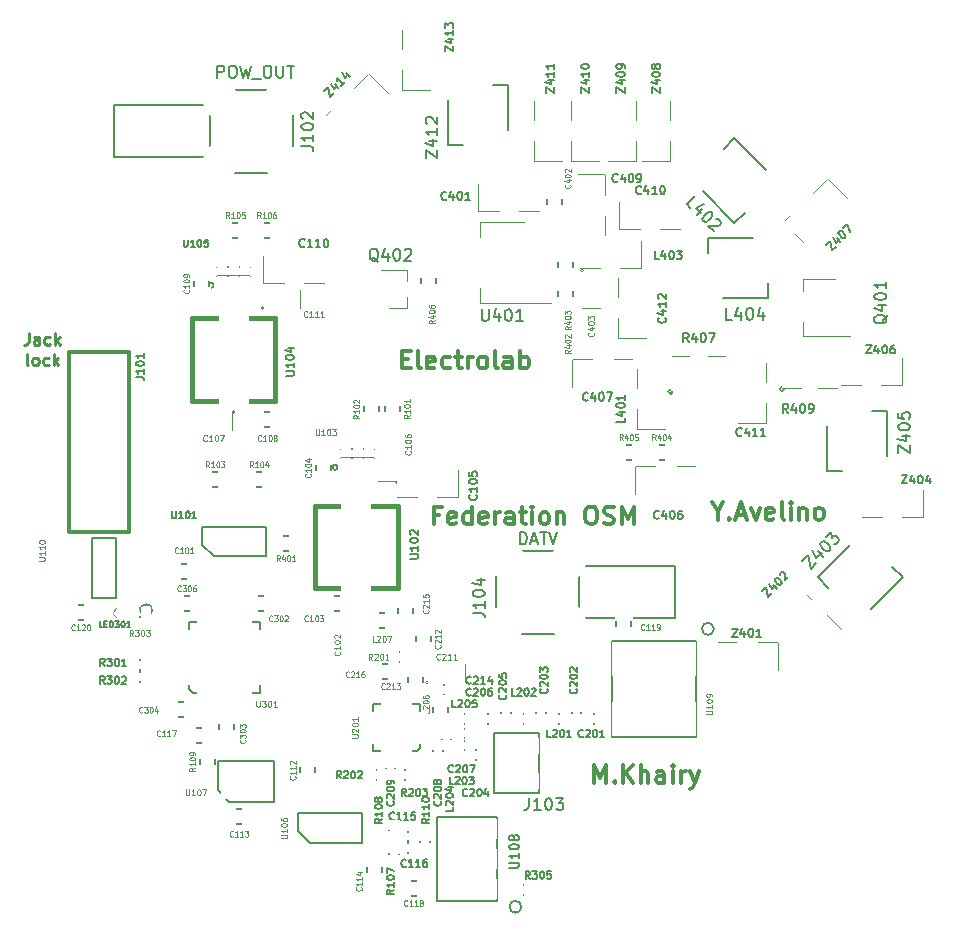
<source format=gto>
G04 #@! TF.FileFunction,Legend,Top*
%FSLAX46Y46*%
G04 Gerber Fmt 4.6, Leading zero omitted, Abs format (unit mm)*
G04 Created by KiCad (PCBNEW 4.0.7) date 06/12/18 23:46:00*
%MOMM*%
%LPD*%
G01*
G04 APERTURE LIST*
%ADD10C,0.100000*%
%ADD11C,0.300000*%
%ADD12C,0.250000*%
%ADD13C,0.150000*%
%ADD14C,0.127000*%
%ADD15C,0.099060*%
%ADD16C,0.120000*%
%ADD17C,0.200000*%
%ADD18C,0.304800*%
%ADD19C,0.381000*%
%ADD20C,0.063500*%
%ADD21C,0.066040*%
%ADD22C,0.152000*%
%ADD23C,0.125000*%
%ADD24C,0.114300*%
%ADD25C,0.109220*%
%ADD26R,1.924000X2.432000*%
%ADD27R,0.900000X1.700000*%
%ADD28R,1.000000X0.900000*%
%ADD29R,1.035000X1.543000*%
%ADD30R,1.543000X1.035000*%
%ADD31R,4.400000X4.400000*%
%ADD32C,1.000000*%
%ADD33R,0.650000X1.450000*%
%ADD34R,1.450000X0.650000*%
%ADD35R,1.797000X1.289000*%
%ADD36R,2.432000X1.924000*%
%ADD37R,1.670000X3.700000*%
%ADD38R,1.900000X1.400000*%
%ADD39R,2.200000X1.400000*%
%ADD40R,2.240000X2.600000*%
%ADD41R,1.670000X2.940000*%
%ADD42R,1.000000X1.900000*%
%ADD43R,2.600000X1.400000*%
%ADD44R,2.200000X3.800000*%
%ADD45R,1.924000X1.924000*%
%ADD46C,1.924000*%
%ADD47C,2.900000*%
%ADD48C,3.100000*%
%ADD49R,1.300000X1.200000*%
%ADD50R,2.600000X3.100000*%
%ADD51R,0.900000X1.000000*%
%ADD52R,3.000000X3.000000*%
%ADD53O,1.300000X0.650000*%
%ADD54O,0.650000X1.300000*%
%ADD55R,1.289000X1.797000*%
%ADD56R,3.700000X1.670000*%
%ADD57R,1.197560X1.197560*%
%ADD58R,1.500000X1.000000*%
%ADD59R,1.400000X1.800000*%
%ADD60R,1.200000X1.200000*%
%ADD61R,2.050000X2.940000*%
%ADD62R,2.600000X1.450000*%
%ADD63R,1.450000X1.400000*%
%ADD64R,2.400000X1.000000*%
%ADD65C,5.000000*%
G04 APERTURE END LIST*
D10*
D11*
X146635715Y-114992857D02*
X146135715Y-114992857D01*
X146135715Y-115778571D02*
X146135715Y-114278571D01*
X146850001Y-114278571D01*
X147992857Y-115707143D02*
X147850000Y-115778571D01*
X147564286Y-115778571D01*
X147421429Y-115707143D01*
X147350000Y-115564286D01*
X147350000Y-114992857D01*
X147421429Y-114850000D01*
X147564286Y-114778571D01*
X147850000Y-114778571D01*
X147992857Y-114850000D01*
X148064286Y-114992857D01*
X148064286Y-115135714D01*
X147350000Y-115278571D01*
X149350000Y-115778571D02*
X149350000Y-114278571D01*
X149350000Y-115707143D02*
X149207143Y-115778571D01*
X148921429Y-115778571D01*
X148778571Y-115707143D01*
X148707143Y-115635714D01*
X148635714Y-115492857D01*
X148635714Y-115064286D01*
X148707143Y-114921429D01*
X148778571Y-114850000D01*
X148921429Y-114778571D01*
X149207143Y-114778571D01*
X149350000Y-114850000D01*
X150635714Y-115707143D02*
X150492857Y-115778571D01*
X150207143Y-115778571D01*
X150064286Y-115707143D01*
X149992857Y-115564286D01*
X149992857Y-114992857D01*
X150064286Y-114850000D01*
X150207143Y-114778571D01*
X150492857Y-114778571D01*
X150635714Y-114850000D01*
X150707143Y-114992857D01*
X150707143Y-115135714D01*
X149992857Y-115278571D01*
X151350000Y-115778571D02*
X151350000Y-114778571D01*
X151350000Y-115064286D02*
X151421428Y-114921429D01*
X151492857Y-114850000D01*
X151635714Y-114778571D01*
X151778571Y-114778571D01*
X152921428Y-115778571D02*
X152921428Y-114992857D01*
X152849999Y-114850000D01*
X152707142Y-114778571D01*
X152421428Y-114778571D01*
X152278571Y-114850000D01*
X152921428Y-115707143D02*
X152778571Y-115778571D01*
X152421428Y-115778571D01*
X152278571Y-115707143D01*
X152207142Y-115564286D01*
X152207142Y-115421429D01*
X152278571Y-115278571D01*
X152421428Y-115207143D01*
X152778571Y-115207143D01*
X152921428Y-115135714D01*
X153421428Y-114778571D02*
X153992857Y-114778571D01*
X153635714Y-114278571D02*
X153635714Y-115564286D01*
X153707142Y-115707143D01*
X153850000Y-115778571D01*
X153992857Y-115778571D01*
X154492857Y-115778571D02*
X154492857Y-114778571D01*
X154492857Y-114278571D02*
X154421428Y-114350000D01*
X154492857Y-114421429D01*
X154564285Y-114350000D01*
X154492857Y-114278571D01*
X154492857Y-114421429D01*
X155421429Y-115778571D02*
X155278571Y-115707143D01*
X155207143Y-115635714D01*
X155135714Y-115492857D01*
X155135714Y-115064286D01*
X155207143Y-114921429D01*
X155278571Y-114850000D01*
X155421429Y-114778571D01*
X155635714Y-114778571D01*
X155778571Y-114850000D01*
X155850000Y-114921429D01*
X155921429Y-115064286D01*
X155921429Y-115492857D01*
X155850000Y-115635714D01*
X155778571Y-115707143D01*
X155635714Y-115778571D01*
X155421429Y-115778571D01*
X156564286Y-114778571D02*
X156564286Y-115778571D01*
X156564286Y-114921429D02*
X156635714Y-114850000D01*
X156778572Y-114778571D01*
X156992857Y-114778571D01*
X157135714Y-114850000D01*
X157207143Y-114992857D01*
X157207143Y-115778571D01*
X159350000Y-114278571D02*
X159635714Y-114278571D01*
X159778572Y-114350000D01*
X159921429Y-114492857D01*
X159992857Y-114778571D01*
X159992857Y-115278571D01*
X159921429Y-115564286D01*
X159778572Y-115707143D01*
X159635714Y-115778571D01*
X159350000Y-115778571D01*
X159207143Y-115707143D01*
X159064286Y-115564286D01*
X158992857Y-115278571D01*
X158992857Y-114778571D01*
X159064286Y-114492857D01*
X159207143Y-114350000D01*
X159350000Y-114278571D01*
X160564286Y-115707143D02*
X160778572Y-115778571D01*
X161135715Y-115778571D01*
X161278572Y-115707143D01*
X161350001Y-115635714D01*
X161421429Y-115492857D01*
X161421429Y-115350000D01*
X161350001Y-115207143D01*
X161278572Y-115135714D01*
X161135715Y-115064286D01*
X160850001Y-114992857D01*
X160707143Y-114921429D01*
X160635715Y-114850000D01*
X160564286Y-114707143D01*
X160564286Y-114564286D01*
X160635715Y-114421429D01*
X160707143Y-114350000D01*
X160850001Y-114278571D01*
X161207143Y-114278571D01*
X161421429Y-114350000D01*
X162064286Y-115778571D02*
X162064286Y-114278571D01*
X162564286Y-115350000D01*
X163064286Y-114278571D01*
X163064286Y-115778571D01*
X143478572Y-101792857D02*
X143978572Y-101792857D01*
X144192858Y-102578571D02*
X143478572Y-102578571D01*
X143478572Y-101078571D01*
X144192858Y-101078571D01*
X145050001Y-102578571D02*
X144907143Y-102507143D01*
X144835715Y-102364286D01*
X144835715Y-101078571D01*
X146192857Y-102507143D02*
X146050000Y-102578571D01*
X145764286Y-102578571D01*
X145621429Y-102507143D01*
X145550000Y-102364286D01*
X145550000Y-101792857D01*
X145621429Y-101650000D01*
X145764286Y-101578571D01*
X146050000Y-101578571D01*
X146192857Y-101650000D01*
X146264286Y-101792857D01*
X146264286Y-101935714D01*
X145550000Y-102078571D01*
X147550000Y-102507143D02*
X147407143Y-102578571D01*
X147121429Y-102578571D01*
X146978571Y-102507143D01*
X146907143Y-102435714D01*
X146835714Y-102292857D01*
X146835714Y-101864286D01*
X146907143Y-101721429D01*
X146978571Y-101650000D01*
X147121429Y-101578571D01*
X147407143Y-101578571D01*
X147550000Y-101650000D01*
X147978571Y-101578571D02*
X148550000Y-101578571D01*
X148192857Y-101078571D02*
X148192857Y-102364286D01*
X148264285Y-102507143D01*
X148407143Y-102578571D01*
X148550000Y-102578571D01*
X149050000Y-102578571D02*
X149050000Y-101578571D01*
X149050000Y-101864286D02*
X149121428Y-101721429D01*
X149192857Y-101650000D01*
X149335714Y-101578571D01*
X149478571Y-101578571D01*
X150192857Y-102578571D02*
X150049999Y-102507143D01*
X149978571Y-102435714D01*
X149907142Y-102292857D01*
X149907142Y-101864286D01*
X149978571Y-101721429D01*
X150049999Y-101650000D01*
X150192857Y-101578571D01*
X150407142Y-101578571D01*
X150549999Y-101650000D01*
X150621428Y-101721429D01*
X150692857Y-101864286D01*
X150692857Y-102292857D01*
X150621428Y-102435714D01*
X150549999Y-102507143D01*
X150407142Y-102578571D01*
X150192857Y-102578571D01*
X151550000Y-102578571D02*
X151407142Y-102507143D01*
X151335714Y-102364286D01*
X151335714Y-101078571D01*
X152764285Y-102578571D02*
X152764285Y-101792857D01*
X152692856Y-101650000D01*
X152549999Y-101578571D01*
X152264285Y-101578571D01*
X152121428Y-101650000D01*
X152764285Y-102507143D02*
X152621428Y-102578571D01*
X152264285Y-102578571D01*
X152121428Y-102507143D01*
X152049999Y-102364286D01*
X152049999Y-102221429D01*
X152121428Y-102078571D01*
X152264285Y-102007143D01*
X152621428Y-102007143D01*
X152764285Y-101935714D01*
X153478571Y-102578571D02*
X153478571Y-101078571D01*
X153478571Y-101650000D02*
X153621428Y-101578571D01*
X153907142Y-101578571D01*
X154049999Y-101650000D01*
X154121428Y-101721429D01*
X154192857Y-101864286D01*
X154192857Y-102292857D01*
X154121428Y-102435714D01*
X154049999Y-102507143D01*
X153907142Y-102578571D01*
X153621428Y-102578571D01*
X153478571Y-102507143D01*
X170178572Y-114664286D02*
X170178572Y-115378571D01*
X169678572Y-113878571D02*
X170178572Y-114664286D01*
X170678572Y-113878571D01*
X171178572Y-115235714D02*
X171250000Y-115307143D01*
X171178572Y-115378571D01*
X171107143Y-115307143D01*
X171178572Y-115235714D01*
X171178572Y-115378571D01*
X171821429Y-114950000D02*
X172535715Y-114950000D01*
X171678572Y-115378571D02*
X172178572Y-113878571D01*
X172678572Y-115378571D01*
X173035715Y-114378571D02*
X173392858Y-115378571D01*
X173750000Y-114378571D01*
X174892857Y-115307143D02*
X174750000Y-115378571D01*
X174464286Y-115378571D01*
X174321429Y-115307143D01*
X174250000Y-115164286D01*
X174250000Y-114592857D01*
X174321429Y-114450000D01*
X174464286Y-114378571D01*
X174750000Y-114378571D01*
X174892857Y-114450000D01*
X174964286Y-114592857D01*
X174964286Y-114735714D01*
X174250000Y-114878571D01*
X175821429Y-115378571D02*
X175678571Y-115307143D01*
X175607143Y-115164286D01*
X175607143Y-113878571D01*
X176392857Y-115378571D02*
X176392857Y-114378571D01*
X176392857Y-113878571D02*
X176321428Y-113950000D01*
X176392857Y-114021429D01*
X176464285Y-113950000D01*
X176392857Y-113878571D01*
X176392857Y-114021429D01*
X177107143Y-114378571D02*
X177107143Y-115378571D01*
X177107143Y-114521429D02*
X177178571Y-114450000D01*
X177321429Y-114378571D01*
X177535714Y-114378571D01*
X177678571Y-114450000D01*
X177750000Y-114592857D01*
X177750000Y-115378571D01*
X178678572Y-115378571D02*
X178535714Y-115307143D01*
X178464286Y-115235714D01*
X178392857Y-115092857D01*
X178392857Y-114664286D01*
X178464286Y-114521429D01*
X178535714Y-114450000D01*
X178678572Y-114378571D01*
X178892857Y-114378571D01*
X179035714Y-114450000D01*
X179107143Y-114521429D01*
X179178572Y-114664286D01*
X179178572Y-115092857D01*
X179107143Y-115235714D01*
X179035714Y-115307143D01*
X178892857Y-115378571D01*
X178678572Y-115378571D01*
X159742857Y-137678571D02*
X159742857Y-136178571D01*
X160242857Y-137250000D01*
X160742857Y-136178571D01*
X160742857Y-137678571D01*
X161457143Y-137535714D02*
X161528571Y-137607143D01*
X161457143Y-137678571D01*
X161385714Y-137607143D01*
X161457143Y-137535714D01*
X161457143Y-137678571D01*
X162171429Y-137678571D02*
X162171429Y-136178571D01*
X163028572Y-137678571D02*
X162385715Y-136821429D01*
X163028572Y-136178571D02*
X162171429Y-137035714D01*
X163671429Y-137678571D02*
X163671429Y-136178571D01*
X164314286Y-137678571D02*
X164314286Y-136892857D01*
X164242857Y-136750000D01*
X164100000Y-136678571D01*
X163885715Y-136678571D01*
X163742857Y-136750000D01*
X163671429Y-136821429D01*
X165671429Y-137678571D02*
X165671429Y-136892857D01*
X165600000Y-136750000D01*
X165457143Y-136678571D01*
X165171429Y-136678571D01*
X165028572Y-136750000D01*
X165671429Y-137607143D02*
X165528572Y-137678571D01*
X165171429Y-137678571D01*
X165028572Y-137607143D01*
X164957143Y-137464286D01*
X164957143Y-137321429D01*
X165028572Y-137178571D01*
X165171429Y-137107143D01*
X165528572Y-137107143D01*
X165671429Y-137035714D01*
X166385715Y-137678571D02*
X166385715Y-136678571D01*
X166385715Y-136178571D02*
X166314286Y-136250000D01*
X166385715Y-136321429D01*
X166457143Y-136250000D01*
X166385715Y-136178571D01*
X166385715Y-136321429D01*
X167100001Y-137678571D02*
X167100001Y-136678571D01*
X167100001Y-136964286D02*
X167171429Y-136821429D01*
X167242858Y-136750000D01*
X167385715Y-136678571D01*
X167528572Y-136678571D01*
X167885715Y-136678571D02*
X168242858Y-137678571D01*
X168600000Y-136678571D02*
X168242858Y-137678571D01*
X168100000Y-138035714D01*
X168028572Y-138107143D01*
X167885715Y-138178571D01*
D12*
X111857143Y-99577381D02*
X111857143Y-100291667D01*
X111809523Y-100434524D01*
X111714285Y-100529762D01*
X111571428Y-100577381D01*
X111476190Y-100577381D01*
X112761905Y-100577381D02*
X112761905Y-100053571D01*
X112714286Y-99958333D01*
X112619048Y-99910714D01*
X112428571Y-99910714D01*
X112333333Y-99958333D01*
X112761905Y-100529762D02*
X112666667Y-100577381D01*
X112428571Y-100577381D01*
X112333333Y-100529762D01*
X112285714Y-100434524D01*
X112285714Y-100339286D01*
X112333333Y-100244048D01*
X112428571Y-100196429D01*
X112666667Y-100196429D01*
X112761905Y-100148810D01*
X113666667Y-100529762D02*
X113571429Y-100577381D01*
X113380952Y-100577381D01*
X113285714Y-100529762D01*
X113238095Y-100482143D01*
X113190476Y-100386905D01*
X113190476Y-100101190D01*
X113238095Y-100005952D01*
X113285714Y-99958333D01*
X113380952Y-99910714D01*
X113571429Y-99910714D01*
X113666667Y-99958333D01*
X114095238Y-100577381D02*
X114095238Y-99577381D01*
X114190476Y-100196429D02*
X114476191Y-100577381D01*
X114476191Y-99910714D02*
X114095238Y-100291667D01*
X111833333Y-102327381D02*
X111738095Y-102279762D01*
X111690476Y-102184524D01*
X111690476Y-101327381D01*
X112357143Y-102327381D02*
X112261905Y-102279762D01*
X112214286Y-102232143D01*
X112166667Y-102136905D01*
X112166667Y-101851190D01*
X112214286Y-101755952D01*
X112261905Y-101708333D01*
X112357143Y-101660714D01*
X112500001Y-101660714D01*
X112595239Y-101708333D01*
X112642858Y-101755952D01*
X112690477Y-101851190D01*
X112690477Y-102136905D01*
X112642858Y-102232143D01*
X112595239Y-102279762D01*
X112500001Y-102327381D01*
X112357143Y-102327381D01*
X113547620Y-102279762D02*
X113452382Y-102327381D01*
X113261905Y-102327381D01*
X113166667Y-102279762D01*
X113119048Y-102232143D01*
X113071429Y-102136905D01*
X113071429Y-101851190D01*
X113119048Y-101755952D01*
X113166667Y-101708333D01*
X113261905Y-101660714D01*
X113452382Y-101660714D01*
X113547620Y-101708333D01*
X113976191Y-102327381D02*
X113976191Y-101327381D01*
X114071429Y-101946429D02*
X114357144Y-102327381D01*
X114357144Y-101660714D02*
X113976191Y-102041667D01*
D13*
X178657898Y-120250000D02*
X181351974Y-117555923D01*
X179555923Y-121148026D02*
X178657898Y-120250000D01*
X185842102Y-120250000D02*
X184944077Y-119351974D01*
X183148026Y-122944077D02*
X185842102Y-120250000D01*
D14*
X187540000Y-115143000D02*
X187540000Y-112857000D01*
X187540000Y-112857000D02*
X185889000Y-112857000D01*
X184111000Y-115143000D02*
X182460000Y-115143000D01*
X182460000Y-115143000D02*
X182460000Y-112857000D01*
X182460000Y-112857000D02*
X184111000Y-112857000D01*
X185889000Y-115143000D02*
X187540000Y-115143000D01*
D13*
X138009000Y-110943000D02*
G75*
G03X138009000Y-110943000I-214000J0D01*
G01*
X138303000Y-110181000D02*
X141097000Y-110181000D01*
X141097000Y-109419000D02*
X138303000Y-109419000D01*
X142900000Y-136300000D02*
X142900000Y-136200000D01*
X142100000Y-136300000D02*
X142100000Y-136200000D01*
X142900000Y-136800000D02*
X142900000Y-136300000D01*
X142100000Y-136800000D02*
X142100000Y-136300000D01*
D14*
X132655000Y-123135000D02*
X130369000Y-123135000D01*
X130369000Y-123135000D02*
X130369000Y-121865000D01*
X130369000Y-121865000D02*
X132655000Y-121865000D01*
X132655000Y-121865000D02*
X132655000Y-123135000D01*
X127965000Y-134105000D02*
X127965000Y-131819000D01*
X127965000Y-131819000D02*
X129235000Y-131819000D01*
X129235000Y-131819000D02*
X129235000Y-134105000D01*
X129235000Y-134105000D02*
X127965000Y-134105000D01*
X123607000Y-130865000D02*
X125893000Y-130865000D01*
X125893000Y-130865000D02*
X125893000Y-132135000D01*
X125893000Y-132135000D02*
X123607000Y-132135000D01*
X123607000Y-132135000D02*
X123607000Y-130865000D01*
X124095000Y-121865000D02*
X126381000Y-121865000D01*
X126381000Y-121865000D02*
X126381000Y-123135000D01*
X126381000Y-123135000D02*
X124095000Y-123135000D01*
X124095000Y-123135000D02*
X124095000Y-121865000D01*
D13*
X125451185Y-129748815D02*
X125751185Y-130048815D01*
X125751185Y-130048815D02*
X131451185Y-130048815D01*
X131451185Y-130048815D02*
X131451185Y-124048815D01*
X131451185Y-124048815D02*
X125451185Y-124048815D01*
X125451185Y-124048815D02*
X125451185Y-129748815D01*
D14*
X126155000Y-120385000D02*
X123869000Y-120385000D01*
X123869000Y-120385000D02*
X123869000Y-119115000D01*
X123869000Y-119115000D02*
X126155000Y-119115000D01*
X126155000Y-119115000D02*
X126155000Y-120385000D01*
X155089000Y-89243000D02*
X155089000Y-86957000D01*
X155089000Y-86957000D02*
X153438000Y-86957000D01*
X151660000Y-89243000D02*
X150009000Y-89243000D01*
X150009000Y-89243000D02*
X150009000Y-86957000D01*
X150009000Y-86957000D02*
X151660000Y-86957000D01*
X153438000Y-89243000D02*
X155089000Y-89243000D01*
X155765000Y-89605000D02*
X155765000Y-87319000D01*
X155765000Y-87319000D02*
X157035000Y-87319000D01*
X157035000Y-87319000D02*
X157035000Y-89605000D01*
X157035000Y-89605000D02*
X155765000Y-89605000D01*
D15*
X158865000Y-94296500D02*
G75*
G03X158865000Y-94296500I-127000J0D01*
G01*
X158738000Y-95439500D02*
X158738000Y-94423500D01*
X158738000Y-94423500D02*
X160262000Y-94423500D01*
X160262000Y-94423500D02*
X160262000Y-95439500D01*
X160262000Y-96455500D02*
X160262000Y-97471500D01*
X160262000Y-97471500D02*
X158738000Y-97471500D01*
X158738000Y-97471500D02*
X158738000Y-96455500D01*
D14*
X163311000Y-110957000D02*
X163311000Y-113243000D01*
X163311000Y-113243000D02*
X164962000Y-113243000D01*
X166740000Y-110957000D02*
X168391000Y-110957000D01*
X168391000Y-110957000D02*
X168391000Y-113243000D01*
X168391000Y-113243000D02*
X166740000Y-113243000D01*
X164962000Y-110957000D02*
X163311000Y-110957000D01*
X163041000Y-104193000D02*
X163041000Y-101907000D01*
X163041000Y-101907000D02*
X161390000Y-101907000D01*
X159612000Y-104193000D02*
X157961000Y-104193000D01*
X157961000Y-104193000D02*
X157961000Y-101907000D01*
X157961000Y-101907000D02*
X159612000Y-101907000D01*
X161390000Y-104193000D02*
X163041000Y-104193000D01*
X160643000Y-86211000D02*
X158357000Y-86211000D01*
X158357000Y-86211000D02*
X158357000Y-87862000D01*
X160643000Y-89640000D02*
X160643000Y-91291000D01*
X160643000Y-91291000D02*
X158357000Y-91291000D01*
X158357000Y-91291000D02*
X158357000Y-89640000D01*
X160643000Y-87862000D02*
X160643000Y-86211000D01*
X167040000Y-90743000D02*
X167040000Y-88457000D01*
X167040000Y-88457000D02*
X165389000Y-88457000D01*
X163611000Y-90743000D02*
X161960000Y-90743000D01*
X161960000Y-90743000D02*
X161960000Y-88457000D01*
X161960000Y-88457000D02*
X163611000Y-88457000D01*
X165389000Y-90743000D02*
X167040000Y-90743000D01*
X174243000Y-102109000D02*
X171957000Y-102109000D01*
X171957000Y-102109000D02*
X171957000Y-103760000D01*
X174243000Y-105538000D02*
X174243000Y-107189000D01*
X174243000Y-107189000D02*
X171957000Y-107189000D01*
X171957000Y-107189000D02*
X171957000Y-105538000D01*
X174243000Y-103760000D02*
X174243000Y-102109000D01*
D13*
X171600000Y-90292102D02*
X168905923Y-87598026D01*
X172498026Y-89394077D02*
X171600000Y-90292102D01*
X171600000Y-83107898D02*
X170701974Y-84005923D01*
X174294077Y-85801974D02*
X171600000Y-83107898D01*
X169360000Y-91560000D02*
X173170000Y-91560000D01*
X169360000Y-92830000D02*
X169360000Y-91560000D01*
X174440000Y-96640000D02*
X174440000Y-95370000D01*
X170630000Y-96640000D02*
X174440000Y-96640000D01*
D16*
X177386500Y-96200000D02*
X177386500Y-95000000D01*
X177386500Y-95000000D02*
X180086500Y-95000000D01*
X181386500Y-99800000D02*
X177386500Y-99800000D01*
X177386500Y-99800000D02*
X177386500Y-98600000D01*
D14*
X134781000Y-118035000D02*
X132495000Y-118035000D01*
X132495000Y-118035000D02*
X132495000Y-116765000D01*
X132495000Y-116765000D02*
X134781000Y-116765000D01*
X134781000Y-116765000D02*
X134781000Y-118035000D01*
X156665000Y-97405000D02*
X156665000Y-95119000D01*
X156665000Y-95119000D02*
X157935000Y-95119000D01*
X157935000Y-95119000D02*
X157935000Y-97405000D01*
X157935000Y-97405000D02*
X156665000Y-97405000D01*
X157935000Y-92695000D02*
X157935000Y-94981000D01*
X157935000Y-94981000D02*
X156665000Y-94981000D01*
X156665000Y-94981000D02*
X156665000Y-92695000D01*
X156665000Y-92695000D02*
X157935000Y-92695000D01*
X164295000Y-109065000D02*
X166581000Y-109065000D01*
X166581000Y-109065000D02*
X166581000Y-110335000D01*
X166581000Y-110335000D02*
X164295000Y-110335000D01*
X164295000Y-110335000D02*
X164295000Y-109065000D01*
X161519000Y-109065000D02*
X163805000Y-109065000D01*
X163805000Y-109065000D02*
X163805000Y-110335000D01*
X163805000Y-110335000D02*
X161519000Y-110335000D01*
X161519000Y-110335000D02*
X161519000Y-109065000D01*
X166342605Y-104574000D02*
G75*
G03X166342605Y-104574000I-179605J0D01*
G01*
X167814000Y-101653000D02*
X166290000Y-101653000D01*
X166290000Y-101653000D02*
X166290000Y-104447000D01*
X166290000Y-104447000D02*
X167814000Y-104447000D01*
X169338000Y-104447000D02*
X170862000Y-104447000D01*
X170862000Y-104447000D02*
X170862000Y-101653000D01*
X170862000Y-101653000D02*
X169338000Y-101653000D01*
X175790605Y-104324000D02*
G75*
G03X175790605Y-104324000I-179605J0D01*
G01*
X177262000Y-101403000D02*
X175738000Y-101403000D01*
X175738000Y-101403000D02*
X175738000Y-104197000D01*
X175738000Y-104197000D02*
X177262000Y-104197000D01*
X178786000Y-104197000D02*
X180310000Y-104197000D01*
X180310000Y-104197000D02*
X180310000Y-101403000D01*
X180310000Y-101403000D02*
X178786000Y-101403000D01*
D17*
X126545000Y-117500000D02*
X127545000Y-118500000D01*
X127545000Y-118500000D02*
X131955000Y-118500000D01*
X131955000Y-118500000D02*
X131955000Y-116000000D01*
X131955000Y-116000000D02*
X126545000Y-116000000D01*
X126545000Y-116000000D02*
X126545000Y-117500000D01*
D16*
X150027500Y-90190000D02*
X150027500Y-91450000D01*
X150027500Y-97010000D02*
X150027500Y-95750000D01*
X153787500Y-90190000D02*
X150027500Y-90190000D01*
X156037500Y-97010000D02*
X150027500Y-97010000D01*
D14*
X175290000Y-128143000D02*
X175290000Y-125857000D01*
X175290000Y-125857000D02*
X173639000Y-125857000D01*
X171861000Y-128143000D02*
X170210000Y-128143000D01*
X170210000Y-128143000D02*
X170210000Y-125857000D01*
X170210000Y-125857000D02*
X171861000Y-125857000D01*
X173639000Y-128143000D02*
X175290000Y-128143000D01*
X177012172Y-121145726D02*
X175395726Y-122762172D01*
X175395726Y-122762172D02*
X176563159Y-123929605D01*
X179436841Y-123570395D02*
X180604274Y-124737828D01*
X180604274Y-124737828D02*
X178987828Y-126354274D01*
X178987828Y-126354274D02*
X177820395Y-125186841D01*
X178179605Y-122313159D02*
X177012172Y-121145726D01*
D15*
X138565000Y-123196500D02*
G75*
G03X138565000Y-123196500I-127000J0D01*
G01*
X138438000Y-124339500D02*
X138438000Y-123323500D01*
X138438000Y-123323500D02*
X139962000Y-123323500D01*
X139962000Y-123323500D02*
X139962000Y-124339500D01*
X139962000Y-125355500D02*
X139962000Y-126371500D01*
X139962000Y-126371500D02*
X138438000Y-126371500D01*
X138438000Y-126371500D02*
X138438000Y-125355500D01*
D14*
X139143000Y-123135000D02*
X136857000Y-123135000D01*
X136857000Y-123135000D02*
X136857000Y-121865000D01*
X136857000Y-121865000D02*
X139143000Y-121865000D01*
X139143000Y-121865000D02*
X139143000Y-123135000D01*
X136165000Y-112143000D02*
X136165000Y-109857000D01*
X136165000Y-109857000D02*
X137435000Y-109857000D01*
X137435000Y-109857000D02*
X137435000Y-112143000D01*
X137435000Y-112143000D02*
X136165000Y-112143000D01*
D18*
X120310000Y-101150000D02*
X120310000Y-116390000D01*
X120310000Y-116390000D02*
X115230000Y-116390000D01*
X115230000Y-116390000D02*
X115230000Y-101150000D01*
X115230000Y-101150000D02*
X120310000Y-101150000D01*
D13*
X119100000Y-84700000D02*
X119100000Y-80300000D01*
X119100000Y-80300000D02*
X127200000Y-80300000D01*
X127200000Y-80300000D02*
X127200000Y-84700000D01*
X127200000Y-84700000D02*
X119100000Y-84700000D01*
X134200000Y-86000000D02*
X127200000Y-86000000D01*
X127200000Y-86000000D02*
X127200000Y-79000000D01*
X127200000Y-79000000D02*
X134200000Y-79000000D01*
X134200000Y-79000000D02*
X134200000Y-86000000D01*
D16*
X143860000Y-97430000D02*
X143860000Y-96500000D01*
X143860000Y-94270000D02*
X143860000Y-95200000D01*
X143860000Y-94270000D02*
X141700000Y-94270000D01*
X143860000Y-97430000D02*
X142400000Y-97430000D01*
D14*
X143285000Y-104845000D02*
X143285000Y-107131000D01*
X143285000Y-107131000D02*
X142015000Y-107131000D01*
X142015000Y-107131000D02*
X142015000Y-104845000D01*
X142015000Y-104845000D02*
X143285000Y-104845000D01*
X140265000Y-107155000D02*
X140265000Y-104869000D01*
X140265000Y-104869000D02*
X141535000Y-104869000D01*
X141535000Y-104869000D02*
X141535000Y-107155000D01*
X141535000Y-107155000D02*
X140265000Y-107155000D01*
D19*
X136100000Y-121200000D02*
X136100000Y-114200000D01*
X136100000Y-114200000D02*
X143100000Y-114200000D01*
X143100000Y-114200000D02*
X143100000Y-121200000D01*
X143100000Y-121200000D02*
X136100000Y-121200000D01*
D13*
X159550000Y-131850000D02*
X159450000Y-131850000D01*
X159550000Y-132650000D02*
X159450000Y-132650000D01*
X160050000Y-131850000D02*
X159550000Y-131850000D01*
X160050000Y-132650000D02*
X159550000Y-132650000D01*
X158650000Y-131550000D02*
X158650000Y-131450000D01*
X157850000Y-131550000D02*
X157850000Y-131450000D01*
X158650000Y-132050000D02*
X158650000Y-131550000D01*
X157850000Y-132050000D02*
X157850000Y-131550000D01*
X155650000Y-131550000D02*
X155650000Y-131450000D01*
X154850000Y-131550000D02*
X154850000Y-131450000D01*
X155650000Y-132050000D02*
X155650000Y-131550000D01*
X154850000Y-132050000D02*
X154850000Y-131550000D01*
X149900000Y-135700000D02*
X150000000Y-135700000D01*
X149900000Y-134900000D02*
X150000000Y-134900000D01*
X149400000Y-135700000D02*
X149900000Y-135700000D01*
X149400000Y-134900000D02*
X149900000Y-134900000D01*
X152650000Y-131550000D02*
X152650000Y-131450000D01*
X151850000Y-131550000D02*
X151850000Y-131450000D01*
X152650000Y-132050000D02*
X152650000Y-131550000D01*
X151850000Y-132050000D02*
X151850000Y-131550000D01*
X150550000Y-131850000D02*
X150450000Y-131850000D01*
X150550000Y-132650000D02*
X150450000Y-132650000D01*
X151050000Y-131850000D02*
X150550000Y-131850000D01*
X151050000Y-132650000D02*
X150550000Y-132650000D01*
X148550000Y-133100000D02*
X148450000Y-133100000D01*
X148550000Y-133900000D02*
X148450000Y-133900000D01*
X149050000Y-133100000D02*
X148550000Y-133100000D01*
X149050000Y-133900000D02*
X148550000Y-133900000D01*
X146100000Y-135200000D02*
X146100000Y-135300000D01*
X146900000Y-135200000D02*
X146900000Y-135300000D01*
X146100000Y-134700000D02*
X146100000Y-135200000D01*
X146900000Y-134700000D02*
X146900000Y-135200000D01*
D14*
X143165000Y-124281000D02*
X143165000Y-121995000D01*
X143165000Y-121995000D02*
X144435000Y-121995000D01*
X144435000Y-121995000D02*
X144435000Y-124281000D01*
X144435000Y-124281000D02*
X143165000Y-124281000D01*
D13*
X156550000Y-131850000D02*
X156450000Y-131850000D01*
X156550000Y-132650000D02*
X156450000Y-132650000D01*
X157050000Y-131850000D02*
X156550000Y-131850000D01*
X157050000Y-132650000D02*
X156550000Y-132650000D01*
X153550000Y-131850000D02*
X153450000Y-131850000D01*
X153550000Y-132650000D02*
X153450000Y-132650000D01*
X154050000Y-131850000D02*
X153550000Y-131850000D01*
X154050000Y-132650000D02*
X153550000Y-132650000D01*
X148550000Y-134100000D02*
X148450000Y-134100000D01*
X148550000Y-134900000D02*
X148450000Y-134900000D01*
X149050000Y-134100000D02*
X148550000Y-134100000D01*
X149050000Y-134900000D02*
X148550000Y-134900000D01*
X146850000Y-134200000D02*
X146850000Y-134300000D01*
X147650000Y-134200000D02*
X147650000Y-134300000D01*
X146850000Y-133700000D02*
X146850000Y-134200000D01*
X147650000Y-133700000D02*
X147650000Y-134200000D01*
X148550000Y-131850000D02*
X148450000Y-131850000D01*
X148550000Y-132650000D02*
X148450000Y-132650000D01*
X149050000Y-131850000D02*
X148550000Y-131850000D01*
X149050000Y-132650000D02*
X148550000Y-132650000D01*
D14*
X147385000Y-130369000D02*
X147385000Y-132655000D01*
X147385000Y-132655000D02*
X146115000Y-132655000D01*
X146115000Y-132655000D02*
X146115000Y-130369000D01*
X146115000Y-130369000D02*
X147385000Y-130369000D01*
X140619000Y-123265000D02*
X142905000Y-123265000D01*
X142905000Y-123265000D02*
X142905000Y-124535000D01*
X142905000Y-124535000D02*
X140619000Y-124535000D01*
X140619000Y-124535000D02*
X140619000Y-123265000D01*
D13*
X143450000Y-127400000D02*
X143550000Y-127400000D01*
X143450000Y-126600000D02*
X143550000Y-126600000D01*
X142950000Y-127400000D02*
X143450000Y-127400000D01*
X142950000Y-126600000D02*
X143450000Y-126600000D01*
X144700000Y-135000000D02*
X145000000Y-134700000D01*
X145000000Y-134700000D02*
X145000000Y-131000000D01*
X145000000Y-131000000D02*
X141000000Y-131000000D01*
X141000000Y-131000000D02*
X141000000Y-135000000D01*
X141000000Y-135000000D02*
X144700000Y-135000000D01*
D15*
X145723500Y-129162000D02*
G75*
G03X145723500Y-129162000I-127000J0D01*
G01*
X146739500Y-129162000D02*
X145723500Y-129162000D01*
X145723500Y-129162000D02*
X145723500Y-127638000D01*
X145723500Y-127638000D02*
X146739500Y-127638000D01*
X147755500Y-127638000D02*
X148771500Y-127638000D01*
X148771500Y-127638000D02*
X148771500Y-129162000D01*
X148771500Y-129162000D02*
X147755500Y-129162000D01*
D14*
X144615000Y-126643000D02*
X144615000Y-124357000D01*
X144615000Y-124357000D02*
X145885000Y-124357000D01*
X145885000Y-124357000D02*
X145885000Y-126643000D01*
X145885000Y-126643000D02*
X144615000Y-126643000D01*
X143965000Y-130105000D02*
X143965000Y-127819000D01*
X143965000Y-127819000D02*
X145235000Y-127819000D01*
X145235000Y-127819000D02*
X145235000Y-130105000D01*
X145235000Y-130105000D02*
X143965000Y-130105000D01*
D13*
X147200000Y-130200000D02*
X147300000Y-130200000D01*
X147200000Y-129400000D02*
X147300000Y-129400000D01*
X146700000Y-130200000D02*
X147200000Y-130200000D01*
X146700000Y-129400000D02*
X147200000Y-129400000D01*
D14*
X161857000Y-99989000D02*
X164143000Y-99989000D01*
X164143000Y-99989000D02*
X164143000Y-98338000D01*
X161857000Y-96560000D02*
X161857000Y-94909000D01*
X161857000Y-94909000D02*
X164143000Y-94909000D01*
X164143000Y-94909000D02*
X164143000Y-96560000D01*
X161857000Y-98338000D02*
X161857000Y-99989000D01*
D13*
X179460000Y-111290000D02*
X179460000Y-107480000D01*
X180730000Y-111290000D02*
X179460000Y-111290000D01*
X184540000Y-106210000D02*
X183270000Y-106210000D01*
X184540000Y-110020000D02*
X184540000Y-106210000D01*
D14*
X185791000Y-103943000D02*
X185791000Y-101657000D01*
X185791000Y-101657000D02*
X184140000Y-101657000D01*
X182362000Y-103943000D02*
X180711000Y-103943000D01*
X180711000Y-103943000D02*
X180711000Y-101657000D01*
X180711000Y-101657000D02*
X182362000Y-101657000D01*
X184140000Y-103943000D02*
X185791000Y-103943000D01*
X181121707Y-88244739D02*
X179505261Y-86628293D01*
X179505261Y-86628293D02*
X178337828Y-87795726D01*
X178697038Y-90669408D02*
X177529605Y-91836841D01*
X177529605Y-91836841D02*
X175913159Y-90220395D01*
X175913159Y-90220395D02*
X177080592Y-89052962D01*
X179954274Y-89412172D02*
X181121707Y-88244739D01*
X166143000Y-79909000D02*
X163857000Y-79909000D01*
X163857000Y-79909000D02*
X163857000Y-81560000D01*
X166143000Y-83338000D02*
X166143000Y-84989000D01*
X166143000Y-84989000D02*
X163857000Y-84989000D01*
X163857000Y-84989000D02*
X163857000Y-83338000D01*
X166143000Y-81560000D02*
X166143000Y-79909000D01*
X163243000Y-79909000D02*
X160957000Y-79909000D01*
X160957000Y-79909000D02*
X160957000Y-81560000D01*
X163243000Y-83338000D02*
X163243000Y-84989000D01*
X163243000Y-84989000D02*
X160957000Y-84989000D01*
X160957000Y-84989000D02*
X160957000Y-83338000D01*
X163243000Y-81560000D02*
X163243000Y-79909000D01*
X160143000Y-79909000D02*
X157857000Y-79909000D01*
X157857000Y-79909000D02*
X157857000Y-81560000D01*
X160143000Y-83338000D02*
X160143000Y-84989000D01*
X160143000Y-84989000D02*
X157857000Y-84989000D01*
X157857000Y-84989000D02*
X157857000Y-83338000D01*
X160143000Y-81560000D02*
X160143000Y-79909000D01*
X157043000Y-79911000D02*
X154757000Y-79911000D01*
X154757000Y-79911000D02*
X154757000Y-81562000D01*
X157043000Y-83340000D02*
X157043000Y-84991000D01*
X157043000Y-84991000D02*
X154757000Y-84991000D01*
X154757000Y-84991000D02*
X154757000Y-83340000D01*
X157043000Y-81562000D02*
X157043000Y-79911000D01*
D13*
X147360000Y-83640000D02*
X147360000Y-79830000D01*
X148630000Y-83640000D02*
X147360000Y-83640000D01*
X152440000Y-78560000D02*
X151170000Y-78560000D01*
X152440000Y-82370000D02*
X152440000Y-78560000D01*
D14*
X145843000Y-73909000D02*
X143557000Y-73909000D01*
X143557000Y-73909000D02*
X143557000Y-75560000D01*
X145843000Y-77338000D02*
X145843000Y-78989000D01*
X145843000Y-78989000D02*
X143557000Y-78989000D01*
X143557000Y-78989000D02*
X143557000Y-77338000D01*
X145843000Y-75560000D02*
X145843000Y-73909000D01*
X137063159Y-81320395D02*
X138679605Y-82936841D01*
X138679605Y-82936841D02*
X139847038Y-81769408D01*
X139487828Y-78895726D02*
X140655261Y-77728293D01*
X140655261Y-77728293D02*
X142271707Y-79344739D01*
X142271707Y-79344739D02*
X141104274Y-80512172D01*
X138230592Y-80152962D02*
X137063159Y-81320395D01*
X143155000Y-128885000D02*
X140869000Y-128885000D01*
X140869000Y-128885000D02*
X140869000Y-127615000D01*
X140869000Y-127615000D02*
X143155000Y-127615000D01*
X143155000Y-127615000D02*
X143155000Y-128885000D01*
X163457000Y-107689000D02*
X165743000Y-107689000D01*
X165743000Y-107689000D02*
X165743000Y-106038000D01*
X163457000Y-104260000D02*
X163457000Y-102609000D01*
X163457000Y-102609000D02*
X165743000Y-102609000D01*
X165743000Y-102609000D02*
X165743000Y-104260000D01*
X163457000Y-106038000D02*
X163457000Y-107689000D01*
X158609000Y-91757000D02*
X158609000Y-94043000D01*
X158609000Y-94043000D02*
X160260000Y-94043000D01*
X162038000Y-91757000D02*
X163689000Y-91757000D01*
X163689000Y-91757000D02*
X163689000Y-94043000D01*
X163689000Y-94043000D02*
X162038000Y-94043000D01*
X160260000Y-91757000D02*
X158609000Y-91757000D01*
X145065000Y-96281000D02*
X145065000Y-93995000D01*
X145065000Y-93995000D02*
X146335000Y-93995000D01*
X146335000Y-93995000D02*
X146335000Y-96281000D01*
X146335000Y-96281000D02*
X145065000Y-96281000D01*
X143111000Y-111157000D02*
X143111000Y-113443000D01*
X143111000Y-113443000D02*
X144762000Y-113443000D01*
X146540000Y-111157000D02*
X148191000Y-111157000D01*
X148191000Y-111157000D02*
X148191000Y-113443000D01*
X148191000Y-113443000D02*
X146540000Y-113443000D01*
X144762000Y-111157000D02*
X143111000Y-111157000D01*
D15*
X143089000Y-112203500D02*
G75*
G03X143089000Y-112203500I-127000J0D01*
G01*
X142962000Y-111060500D02*
X142962000Y-112076500D01*
X142962000Y-112076500D02*
X141438000Y-112076500D01*
X141438000Y-112076500D02*
X141438000Y-111060500D01*
X141438000Y-110044500D02*
X141438000Y-109028500D01*
X141438000Y-109028500D02*
X142962000Y-109028500D01*
X142962000Y-109028500D02*
X142962000Y-110044500D01*
X129330500Y-106238000D02*
G75*
G03X129330500Y-106238000I-127000J0D01*
G01*
X128060500Y-106238000D02*
X129076500Y-106238000D01*
X129076500Y-106238000D02*
X129076500Y-107762000D01*
X129076500Y-107762000D02*
X128060500Y-107762000D01*
X127044500Y-107762000D02*
X126028500Y-107762000D01*
X126028500Y-107762000D02*
X126028500Y-106238000D01*
X126028500Y-106238000D02*
X127044500Y-106238000D01*
D14*
X130919000Y-106265000D02*
X133205000Y-106265000D01*
X133205000Y-106265000D02*
X133205000Y-107535000D01*
X133205000Y-107535000D02*
X130919000Y-107535000D01*
X130919000Y-107535000D02*
X130919000Y-106265000D01*
X125865000Y-96543000D02*
X125865000Y-94257000D01*
X125865000Y-94257000D02*
X127135000Y-94257000D01*
X127135000Y-94257000D02*
X127135000Y-96543000D01*
X127135000Y-96543000D02*
X125865000Y-96543000D01*
X126495000Y-111365000D02*
X128781000Y-111365000D01*
X128781000Y-111365000D02*
X128781000Y-112635000D01*
X128781000Y-112635000D02*
X126495000Y-112635000D01*
X126495000Y-112635000D02*
X126495000Y-111365000D01*
X130219000Y-111365000D02*
X132505000Y-111365000D01*
X132505000Y-111365000D02*
X132505000Y-112635000D01*
X132505000Y-112635000D02*
X130219000Y-112635000D01*
X130219000Y-112635000D02*
X130219000Y-111365000D01*
X128219000Y-90265000D02*
X130505000Y-90265000D01*
X130505000Y-90265000D02*
X130505000Y-91535000D01*
X130505000Y-91535000D02*
X128219000Y-91535000D01*
X128219000Y-91535000D02*
X128219000Y-90265000D01*
X130857000Y-90265000D02*
X133143000Y-90265000D01*
X133143000Y-90265000D02*
X133143000Y-91535000D01*
X133143000Y-91535000D02*
X130857000Y-91535000D01*
X130857000Y-91535000D02*
X130857000Y-90265000D01*
D19*
X125700000Y-105300000D02*
X125700000Y-98300000D01*
X125700000Y-98300000D02*
X132700000Y-98300000D01*
X132700000Y-98300000D02*
X132700000Y-105300000D01*
X132700000Y-105300000D02*
X125700000Y-105300000D01*
D14*
X131809000Y-93057000D02*
X131809000Y-95343000D01*
X131809000Y-95343000D02*
X133460000Y-95343000D01*
X135238000Y-93057000D02*
X136889000Y-93057000D01*
X136889000Y-93057000D02*
X136889000Y-95343000D01*
X136889000Y-95343000D02*
X135238000Y-95343000D01*
X133460000Y-93057000D02*
X131809000Y-93057000D01*
D15*
X131776000Y-97462000D02*
G75*
G03X131776000Y-97462000I-127000J0D01*
G01*
X132792000Y-97462000D02*
X131776000Y-97462000D01*
X131776000Y-97462000D02*
X131776000Y-95938000D01*
X131776000Y-95938000D02*
X132792000Y-95938000D01*
X133808000Y-95938000D02*
X134824000Y-95938000D01*
X134824000Y-95938000D02*
X134824000Y-97462000D01*
X134824000Y-97462000D02*
X133808000Y-97462000D01*
D13*
X127509000Y-95543000D02*
G75*
G03X127509000Y-95543000I-214000J0D01*
G01*
X127803000Y-94781000D02*
X130597000Y-94781000D01*
X130597000Y-94019000D02*
X127803000Y-94019000D01*
D14*
X134865000Y-137743000D02*
X134865000Y-135457000D01*
X134865000Y-135457000D02*
X136135000Y-135457000D01*
X136135000Y-135457000D02*
X136135000Y-137743000D01*
X136135000Y-137743000D02*
X134865000Y-137743000D01*
X128519000Y-139865000D02*
X130805000Y-139865000D01*
X130805000Y-139865000D02*
X130805000Y-141135000D01*
X130805000Y-141135000D02*
X128519000Y-141135000D01*
X128519000Y-141135000D02*
X128519000Y-139865000D01*
X140465000Y-146181000D02*
X140465000Y-143895000D01*
X140465000Y-143895000D02*
X141735000Y-143895000D01*
X141735000Y-143895000D02*
X141735000Y-146181000D01*
X141735000Y-146181000D02*
X140465000Y-146181000D01*
D13*
X144200000Y-142600000D02*
X144300000Y-142600000D01*
X144200000Y-141800000D02*
X144300000Y-141800000D01*
X143700000Y-142600000D02*
X144200000Y-142600000D01*
X143700000Y-141800000D02*
X144200000Y-141800000D01*
X143800000Y-142800000D02*
X143700000Y-142800000D01*
X143800000Y-143600000D02*
X143700000Y-143600000D01*
X144300000Y-142800000D02*
X143800000Y-142800000D01*
X144300000Y-143600000D02*
X143800000Y-143600000D01*
D14*
X127381000Y-134335000D02*
X125095000Y-134335000D01*
X125095000Y-134335000D02*
X125095000Y-133065000D01*
X125095000Y-133065000D02*
X127381000Y-133065000D01*
X127381000Y-133065000D02*
X127381000Y-134335000D01*
X145581000Y-147235000D02*
X143295000Y-147235000D01*
X143295000Y-147235000D02*
X143295000Y-145965000D01*
X143295000Y-145965000D02*
X145581000Y-145965000D01*
X145581000Y-145965000D02*
X145581000Y-147235000D01*
D20*
X118950700Y-123250000D02*
X119350700Y-123750000D01*
X119350700Y-122750000D02*
X118950700Y-123250000D01*
X119350700Y-123750000D02*
X119350700Y-122750000D01*
D21*
X118950420Y-122750000D02*
X118950700Y-123100140D01*
X118950700Y-123399860D02*
X118950700Y-123100140D01*
X118950420Y-123750000D02*
X118950700Y-123399860D01*
D13*
X142400000Y-143900000D02*
X142400000Y-144000000D01*
X143200000Y-143900000D02*
X143200000Y-144000000D01*
X142400000Y-143400000D02*
X142400000Y-143900000D01*
X143200000Y-143400000D02*
X143200000Y-143900000D01*
X143200000Y-141500000D02*
X143200000Y-141400000D01*
X142400000Y-141500000D02*
X142400000Y-141400000D01*
X143200000Y-142000000D02*
X143200000Y-141500000D01*
X142400000Y-142000000D02*
X142400000Y-141500000D01*
D14*
X126365000Y-137005000D02*
X126365000Y-134719000D01*
X126365000Y-134719000D02*
X127635000Y-134719000D01*
X127635000Y-134719000D02*
X127635000Y-137005000D01*
X127635000Y-137005000D02*
X126365000Y-137005000D01*
D13*
X145000000Y-142900000D02*
X145000000Y-143000000D01*
X145800000Y-142900000D02*
X145800000Y-143000000D01*
X145000000Y-142400000D02*
X145000000Y-142900000D01*
X145800000Y-142400000D02*
X145800000Y-142900000D01*
X141500000Y-137400000D02*
X141600000Y-137400000D01*
X141500000Y-136600000D02*
X141600000Y-136600000D01*
X141000000Y-137400000D02*
X141500000Y-137400000D01*
X141000000Y-136600000D02*
X141500000Y-136600000D01*
X143900000Y-137400000D02*
X144000000Y-137400000D01*
X143900000Y-136600000D02*
X144000000Y-136600000D01*
X143400000Y-137400000D02*
X143900000Y-137400000D01*
X143400000Y-136600000D02*
X143900000Y-136600000D01*
X121500000Y-128100000D02*
X121600000Y-128100000D01*
X121500000Y-127300000D02*
X121600000Y-127300000D01*
X121000000Y-128100000D02*
X121500000Y-128100000D01*
X121000000Y-127300000D02*
X121500000Y-127300000D01*
X121500000Y-129100000D02*
X121600000Y-129100000D01*
X121500000Y-128300000D02*
X121600000Y-128300000D01*
X121000000Y-129100000D02*
X121500000Y-129100000D01*
X121000000Y-128300000D02*
X121500000Y-128300000D01*
X121050000Y-122850000D02*
X120950000Y-122850000D01*
X121050000Y-123650000D02*
X120950000Y-123650000D01*
X121550000Y-122850000D02*
X121050000Y-122850000D01*
X121550000Y-123650000D02*
X121050000Y-123650000D01*
D17*
X134695000Y-141750000D02*
X135695000Y-142750000D01*
X135695000Y-142750000D02*
X140105000Y-142750000D01*
X140105000Y-142750000D02*
X140105000Y-140250000D01*
X140105000Y-140250000D02*
X134695000Y-140250000D01*
X134695000Y-140250000D02*
X134695000Y-141750000D01*
D13*
X127850000Y-138300000D02*
X128850000Y-139300000D01*
X128850000Y-139300000D02*
X132650000Y-139300000D01*
X132650000Y-139300000D02*
X132650000Y-135800000D01*
X132650000Y-135800000D02*
X127850000Y-135800000D01*
X127850000Y-135800000D02*
X127850000Y-138300000D01*
X153572000Y-148164000D02*
G75*
G03X153572000Y-148164000I-508000J0D01*
G01*
X151540000Y-140544000D02*
X151540000Y-147656000D01*
X146460000Y-140544000D02*
X151540000Y-140544000D01*
X146460000Y-147656000D02*
X146460000Y-140544000D01*
X151540000Y-147656000D02*
X146460000Y-147656000D01*
X153950000Y-147150000D02*
X154050000Y-147150000D01*
X153950000Y-146350000D02*
X154050000Y-146350000D01*
X153450000Y-147150000D02*
X153950000Y-147150000D01*
X153450000Y-146350000D02*
X153950000Y-146350000D01*
D14*
X162885000Y-123095000D02*
X162885000Y-125381000D01*
X162885000Y-125381000D02*
X161615000Y-125381000D01*
X161615000Y-125381000D02*
X161615000Y-123095000D01*
X161615000Y-123095000D02*
X162885000Y-123095000D01*
D13*
X166560000Y-119340000D02*
X166560000Y-123740000D01*
X166560000Y-123740000D02*
X158460000Y-123740000D01*
X158460000Y-123740000D02*
X158460000Y-119340000D01*
X158460000Y-119340000D02*
X166560000Y-119340000D01*
X151460000Y-118040000D02*
X158460000Y-118040000D01*
X158460000Y-118040000D02*
X158460000Y-125040000D01*
X158460000Y-125040000D02*
X151460000Y-125040000D01*
X151460000Y-125040000D02*
X151460000Y-118040000D01*
X161234000Y-133774000D02*
X168346000Y-133774000D01*
X161234000Y-125646000D02*
X161234000Y-133774000D01*
X168346000Y-125646000D02*
X161234000Y-125646000D01*
X168346000Y-133774000D02*
X168346000Y-125646000D01*
X169870000Y-124630000D02*
G75*
G03X169870000Y-124630000I-508000J0D01*
G01*
X151210000Y-133460000D02*
X155020000Y-133460000D01*
X151210000Y-138540000D02*
X151210000Y-133460000D01*
X155020000Y-138540000D02*
X151210000Y-138540000D01*
X155020000Y-133460000D02*
X155020000Y-138540000D01*
D14*
X117405000Y-123885000D02*
X115119000Y-123885000D01*
X115119000Y-123885000D02*
X115119000Y-122615000D01*
X115119000Y-122615000D02*
X117405000Y-122615000D01*
X117405000Y-122615000D02*
X117405000Y-123885000D01*
D13*
X122314000Y-123056000D02*
G75*
G03X122314000Y-123056000I-508000J0D01*
G01*
X117234000Y-122040000D02*
X119266000Y-122040000D01*
X119266000Y-122040000D02*
X119266000Y-116960000D01*
X119266000Y-116960000D02*
X117234000Y-116960000D01*
X117234000Y-116960000D02*
X117234000Y-122040000D01*
X177366920Y-118858630D02*
X177838325Y-118387225D01*
X178074027Y-119565737D01*
X178545431Y-119094332D01*
X178646447Y-118050507D02*
X179117851Y-118521912D01*
X178208714Y-117949493D02*
X178545431Y-118622928D01*
X178983164Y-118185195D01*
X178915820Y-117309729D02*
X178983164Y-117242385D01*
X179084180Y-117208714D01*
X179151523Y-117208714D01*
X179252538Y-117242385D01*
X179420897Y-117343400D01*
X179589256Y-117511760D01*
X179690271Y-117680118D01*
X179723943Y-117781133D01*
X179723943Y-117848477D01*
X179690271Y-117949492D01*
X179622927Y-118016836D01*
X179521912Y-118050508D01*
X179454569Y-118050508D01*
X179353553Y-118016836D01*
X179185195Y-117915821D01*
X179016836Y-117747462D01*
X178915820Y-117579103D01*
X178882149Y-117478088D01*
X178882149Y-117410745D01*
X178915820Y-117309729D01*
X179387225Y-116838325D02*
X179824958Y-116400592D01*
X179858629Y-116905668D01*
X179959645Y-116804652D01*
X180060660Y-116770981D01*
X180128004Y-116770981D01*
X180229019Y-116804653D01*
X180397378Y-116973012D01*
X180431050Y-117074027D01*
X180431050Y-117141370D01*
X180397378Y-117242385D01*
X180195347Y-117444416D01*
X180094332Y-117478088D01*
X180026988Y-117478088D01*
D22*
X185766666Y-111616667D02*
X186233333Y-111616667D01*
X185766666Y-112316667D01*
X186233333Y-112316667D01*
X186800000Y-111850000D02*
X186800000Y-112316667D01*
X186633333Y-111583333D02*
X186466666Y-112083333D01*
X186900000Y-112083333D01*
X187300000Y-111616667D02*
X187366667Y-111616667D01*
X187433333Y-111650000D01*
X187466667Y-111683333D01*
X187500000Y-111750000D01*
X187533333Y-111883333D01*
X187533333Y-112050000D01*
X187500000Y-112183333D01*
X187466667Y-112250000D01*
X187433333Y-112283333D01*
X187366667Y-112316667D01*
X187300000Y-112316667D01*
X187233333Y-112283333D01*
X187200000Y-112250000D01*
X187166667Y-112183333D01*
X187133333Y-112050000D01*
X187133333Y-111883333D01*
X187166667Y-111750000D01*
X187200000Y-111683333D01*
X187233333Y-111650000D01*
X187300000Y-111616667D01*
X188133334Y-111850000D02*
X188133334Y-112316667D01*
X187966667Y-111583333D02*
X187800000Y-112083333D01*
X188233334Y-112083333D01*
D23*
X136142858Y-107726190D02*
X136142858Y-108130952D01*
X136166667Y-108178571D01*
X136190477Y-108202381D01*
X136238096Y-108226190D01*
X136333334Y-108226190D01*
X136380953Y-108202381D01*
X136404762Y-108178571D01*
X136428572Y-108130952D01*
X136428572Y-107726190D01*
X136928572Y-108226190D02*
X136642858Y-108226190D01*
X136785715Y-108226190D02*
X136785715Y-107726190D01*
X136738096Y-107797619D01*
X136690477Y-107845238D01*
X136642858Y-107869048D01*
X137238096Y-107726190D02*
X137285715Y-107726190D01*
X137333334Y-107750000D01*
X137357143Y-107773810D01*
X137380953Y-107821429D01*
X137404762Y-107916667D01*
X137404762Y-108035714D01*
X137380953Y-108130952D01*
X137357143Y-108178571D01*
X137333334Y-108202381D01*
X137285715Y-108226190D01*
X137238096Y-108226190D01*
X137190477Y-108202381D01*
X137166667Y-108178571D01*
X137142858Y-108130952D01*
X137119048Y-108035714D01*
X137119048Y-107916667D01*
X137142858Y-107821429D01*
X137166667Y-107773810D01*
X137190477Y-107750000D01*
X137238096Y-107726190D01*
X137571429Y-107726190D02*
X137880952Y-107726190D01*
X137714286Y-107916667D01*
X137785714Y-107916667D01*
X137833333Y-107940476D01*
X137857143Y-107964286D01*
X137880952Y-108011905D01*
X137880952Y-108130952D01*
X137857143Y-108178571D01*
X137833333Y-108202381D01*
X137785714Y-108226190D01*
X137642857Y-108226190D01*
X137595238Y-108202381D01*
X137571429Y-108178571D01*
D13*
X142726786Y-139210595D02*
X142757024Y-139240833D01*
X142787262Y-139331548D01*
X142787262Y-139392024D01*
X142757024Y-139482738D01*
X142696548Y-139543214D01*
X142636071Y-139573453D01*
X142515119Y-139603691D01*
X142424405Y-139603691D01*
X142303452Y-139573453D01*
X142242976Y-139543214D01*
X142182500Y-139482738D01*
X142152262Y-139392024D01*
X142152262Y-139331548D01*
X142182500Y-139240833D01*
X142212738Y-139210595D01*
X142212738Y-138968691D02*
X142182500Y-138938453D01*
X142152262Y-138877976D01*
X142152262Y-138726786D01*
X142182500Y-138666310D01*
X142212738Y-138636072D01*
X142273214Y-138605833D01*
X142333690Y-138605833D01*
X142424405Y-138636072D01*
X142787262Y-138998929D01*
X142787262Y-138605833D01*
X142152262Y-138212738D02*
X142152262Y-138152262D01*
X142182500Y-138091786D01*
X142212738Y-138061548D01*
X142273214Y-138031310D01*
X142394167Y-138001071D01*
X142545357Y-138001071D01*
X142666310Y-138031310D01*
X142726786Y-138061548D01*
X142757024Y-138091786D01*
X142787262Y-138152262D01*
X142787262Y-138212738D01*
X142757024Y-138273214D01*
X142726786Y-138303452D01*
X142666310Y-138333691D01*
X142545357Y-138363929D01*
X142394167Y-138363929D01*
X142273214Y-138333691D01*
X142212738Y-138303452D01*
X142182500Y-138273214D01*
X142152262Y-138212738D01*
X142787262Y-137698690D02*
X142787262Y-137577738D01*
X142757024Y-137517262D01*
X142726786Y-137487024D01*
X142636071Y-137426548D01*
X142515119Y-137396309D01*
X142273214Y-137396309D01*
X142212738Y-137426548D01*
X142182500Y-137456786D01*
X142152262Y-137517262D01*
X142152262Y-137638214D01*
X142182500Y-137698690D01*
X142212738Y-137728929D01*
X142273214Y-137759167D01*
X142424405Y-137759167D01*
X142484881Y-137728929D01*
X142515119Y-137698690D01*
X142545357Y-137638214D01*
X142545357Y-137517262D01*
X142515119Y-137456786D01*
X142484881Y-137426548D01*
X142424405Y-137396309D01*
D24*
X132488371Y-123951429D02*
X132466600Y-123975619D01*
X132401286Y-123999810D01*
X132357743Y-123999810D01*
X132292428Y-123975619D01*
X132248886Y-123927238D01*
X132227114Y-123878857D01*
X132205343Y-123782095D01*
X132205343Y-123709524D01*
X132227114Y-123612762D01*
X132248886Y-123564381D01*
X132292428Y-123516000D01*
X132357743Y-123491810D01*
X132401286Y-123491810D01*
X132466600Y-123516000D01*
X132488371Y-123540190D01*
X132640771Y-123491810D02*
X132923800Y-123491810D01*
X132771400Y-123685333D01*
X132836714Y-123685333D01*
X132880257Y-123709524D01*
X132902028Y-123733714D01*
X132923800Y-123782095D01*
X132923800Y-123903048D01*
X132902028Y-123951429D01*
X132880257Y-123975619D01*
X132836714Y-123999810D01*
X132706086Y-123999810D01*
X132662543Y-123975619D01*
X132640771Y-123951429D01*
X133206829Y-123491810D02*
X133250372Y-123491810D01*
X133293915Y-123516000D01*
X133315686Y-123540190D01*
X133337457Y-123588571D01*
X133359229Y-123685333D01*
X133359229Y-123806286D01*
X133337457Y-123903048D01*
X133315686Y-123951429D01*
X133293915Y-123975619D01*
X133250372Y-123999810D01*
X133206829Y-123999810D01*
X133163286Y-123975619D01*
X133141515Y-123951429D01*
X133119743Y-123903048D01*
X133097972Y-123806286D01*
X133097972Y-123685333D01*
X133119743Y-123588571D01*
X133141515Y-123540190D01*
X133163286Y-123516000D01*
X133206829Y-123491810D01*
X133533401Y-123540190D02*
X133555172Y-123516000D01*
X133598715Y-123491810D01*
X133707572Y-123491810D01*
X133751115Y-123516000D01*
X133772886Y-123540190D01*
X133794658Y-123588571D01*
X133794658Y-123636952D01*
X133772886Y-123709524D01*
X133511629Y-123999810D01*
X133794658Y-123999810D01*
X130181429Y-134011629D02*
X130205619Y-134033400D01*
X130229810Y-134098714D01*
X130229810Y-134142257D01*
X130205619Y-134207572D01*
X130157238Y-134251114D01*
X130108857Y-134272886D01*
X130012095Y-134294657D01*
X129939524Y-134294657D01*
X129842762Y-134272886D01*
X129794381Y-134251114D01*
X129746000Y-134207572D01*
X129721810Y-134142257D01*
X129721810Y-134098714D01*
X129746000Y-134033400D01*
X129770190Y-134011629D01*
X129721810Y-133859229D02*
X129721810Y-133576200D01*
X129915333Y-133728600D01*
X129915333Y-133663286D01*
X129939524Y-133619743D01*
X129963714Y-133597972D01*
X130012095Y-133576200D01*
X130133048Y-133576200D01*
X130181429Y-133597972D01*
X130205619Y-133619743D01*
X130229810Y-133663286D01*
X130229810Y-133793914D01*
X130205619Y-133837457D01*
X130181429Y-133859229D01*
X129721810Y-133293171D02*
X129721810Y-133249628D01*
X129746000Y-133206085D01*
X129770190Y-133184314D01*
X129818571Y-133162543D01*
X129915333Y-133140771D01*
X130036286Y-133140771D01*
X130133048Y-133162543D01*
X130181429Y-133184314D01*
X130205619Y-133206085D01*
X130229810Y-133249628D01*
X130229810Y-133293171D01*
X130205619Y-133336714D01*
X130181429Y-133358485D01*
X130133048Y-133380257D01*
X130036286Y-133402028D01*
X129915333Y-133402028D01*
X129818571Y-133380257D01*
X129770190Y-133358485D01*
X129746000Y-133336714D01*
X129721810Y-133293171D01*
X129721810Y-132988371D02*
X129721810Y-132705342D01*
X129915333Y-132857742D01*
X129915333Y-132792428D01*
X129939524Y-132748885D01*
X129963714Y-132727114D01*
X130012095Y-132705342D01*
X130133048Y-132705342D01*
X130181429Y-132727114D01*
X130205619Y-132748885D01*
X130229810Y-132792428D01*
X130229810Y-132923056D01*
X130205619Y-132966599D01*
X130181429Y-132988371D01*
X121488371Y-131681429D02*
X121466600Y-131705619D01*
X121401286Y-131729810D01*
X121357743Y-131729810D01*
X121292428Y-131705619D01*
X121248886Y-131657238D01*
X121227114Y-131608857D01*
X121205343Y-131512095D01*
X121205343Y-131439524D01*
X121227114Y-131342762D01*
X121248886Y-131294381D01*
X121292428Y-131246000D01*
X121357743Y-131221810D01*
X121401286Y-131221810D01*
X121466600Y-131246000D01*
X121488371Y-131270190D01*
X121640771Y-131221810D02*
X121923800Y-131221810D01*
X121771400Y-131415333D01*
X121836714Y-131415333D01*
X121880257Y-131439524D01*
X121902028Y-131463714D01*
X121923800Y-131512095D01*
X121923800Y-131633048D01*
X121902028Y-131681429D01*
X121880257Y-131705619D01*
X121836714Y-131729810D01*
X121706086Y-131729810D01*
X121662543Y-131705619D01*
X121640771Y-131681429D01*
X122206829Y-131221810D02*
X122250372Y-131221810D01*
X122293915Y-131246000D01*
X122315686Y-131270190D01*
X122337457Y-131318571D01*
X122359229Y-131415333D01*
X122359229Y-131536286D01*
X122337457Y-131633048D01*
X122315686Y-131681429D01*
X122293915Y-131705619D01*
X122250372Y-131729810D01*
X122206829Y-131729810D01*
X122163286Y-131705619D01*
X122141515Y-131681429D01*
X122119743Y-131633048D01*
X122097972Y-131536286D01*
X122097972Y-131415333D01*
X122119743Y-131318571D01*
X122141515Y-131270190D01*
X122163286Y-131246000D01*
X122206829Y-131221810D01*
X122751115Y-131391143D02*
X122751115Y-131729810D01*
X122642258Y-131197619D02*
X122533401Y-131560476D01*
X122816429Y-131560476D01*
X124726371Y-121411429D02*
X124704600Y-121435619D01*
X124639286Y-121459810D01*
X124595743Y-121459810D01*
X124530428Y-121435619D01*
X124486886Y-121387238D01*
X124465114Y-121338857D01*
X124443343Y-121242095D01*
X124443343Y-121169524D01*
X124465114Y-121072762D01*
X124486886Y-121024381D01*
X124530428Y-120976000D01*
X124595743Y-120951810D01*
X124639286Y-120951810D01*
X124704600Y-120976000D01*
X124726371Y-121000190D01*
X124878771Y-120951810D02*
X125161800Y-120951810D01*
X125009400Y-121145333D01*
X125074714Y-121145333D01*
X125118257Y-121169524D01*
X125140028Y-121193714D01*
X125161800Y-121242095D01*
X125161800Y-121363048D01*
X125140028Y-121411429D01*
X125118257Y-121435619D01*
X125074714Y-121459810D01*
X124944086Y-121459810D01*
X124900543Y-121435619D01*
X124878771Y-121411429D01*
X125444829Y-120951810D02*
X125488372Y-120951810D01*
X125531915Y-120976000D01*
X125553686Y-121000190D01*
X125575457Y-121048571D01*
X125597229Y-121145333D01*
X125597229Y-121266286D01*
X125575457Y-121363048D01*
X125553686Y-121411429D01*
X125531915Y-121435619D01*
X125488372Y-121459810D01*
X125444829Y-121459810D01*
X125401286Y-121435619D01*
X125379515Y-121411429D01*
X125357743Y-121363048D01*
X125335972Y-121266286D01*
X125335972Y-121145333D01*
X125357743Y-121048571D01*
X125379515Y-121000190D01*
X125401286Y-120976000D01*
X125444829Y-120951810D01*
X125989115Y-120951810D02*
X125902029Y-120951810D01*
X125858486Y-120976000D01*
X125836715Y-121000190D01*
X125793172Y-121072762D01*
X125771401Y-121169524D01*
X125771401Y-121363048D01*
X125793172Y-121411429D01*
X125814944Y-121435619D01*
X125858486Y-121459810D01*
X125945572Y-121459810D01*
X125989115Y-121435619D01*
X126010886Y-121411429D01*
X126032658Y-121363048D01*
X126032658Y-121242095D01*
X126010886Y-121193714D01*
X125989115Y-121169524D01*
X125945572Y-121145333D01*
X125858486Y-121145333D01*
X125814944Y-121169524D01*
X125793172Y-121193714D01*
X125771401Y-121242095D01*
D23*
X131142858Y-130726190D02*
X131142858Y-131130952D01*
X131166667Y-131178571D01*
X131190477Y-131202381D01*
X131238096Y-131226190D01*
X131333334Y-131226190D01*
X131380953Y-131202381D01*
X131404762Y-131178571D01*
X131428572Y-131130952D01*
X131428572Y-130726190D01*
X131619049Y-130726190D02*
X131928572Y-130726190D01*
X131761906Y-130916667D01*
X131833334Y-130916667D01*
X131880953Y-130940476D01*
X131904763Y-130964286D01*
X131928572Y-131011905D01*
X131928572Y-131130952D01*
X131904763Y-131178571D01*
X131880953Y-131202381D01*
X131833334Y-131226190D01*
X131690477Y-131226190D01*
X131642858Y-131202381D01*
X131619049Y-131178571D01*
X132238096Y-130726190D02*
X132285715Y-130726190D01*
X132333334Y-130750000D01*
X132357143Y-130773810D01*
X132380953Y-130821429D01*
X132404762Y-130916667D01*
X132404762Y-131035714D01*
X132380953Y-131130952D01*
X132357143Y-131178571D01*
X132333334Y-131202381D01*
X132285715Y-131226190D01*
X132238096Y-131226190D01*
X132190477Y-131202381D01*
X132166667Y-131178571D01*
X132142858Y-131130952D01*
X132119048Y-131035714D01*
X132119048Y-130916667D01*
X132142858Y-130821429D01*
X132166667Y-130773810D01*
X132190477Y-130750000D01*
X132238096Y-130726190D01*
X132880952Y-131226190D02*
X132595238Y-131226190D01*
X132738095Y-131226190D02*
X132738095Y-130726190D01*
X132690476Y-130797619D01*
X132642857Y-130845238D01*
X132595238Y-130869048D01*
D24*
X124500371Y-118181429D02*
X124478600Y-118205619D01*
X124413286Y-118229810D01*
X124369743Y-118229810D01*
X124304428Y-118205619D01*
X124260886Y-118157238D01*
X124239114Y-118108857D01*
X124217343Y-118012095D01*
X124217343Y-117939524D01*
X124239114Y-117842762D01*
X124260886Y-117794381D01*
X124304428Y-117746000D01*
X124369743Y-117721810D01*
X124413286Y-117721810D01*
X124478600Y-117746000D01*
X124500371Y-117770190D01*
X124935800Y-118229810D02*
X124674543Y-118229810D01*
X124805171Y-118229810D02*
X124805171Y-117721810D01*
X124761628Y-117794381D01*
X124718086Y-117842762D01*
X124674543Y-117866952D01*
X125218829Y-117721810D02*
X125262372Y-117721810D01*
X125305915Y-117746000D01*
X125327686Y-117770190D01*
X125349457Y-117818571D01*
X125371229Y-117915333D01*
X125371229Y-118036286D01*
X125349457Y-118133048D01*
X125327686Y-118181429D01*
X125305915Y-118205619D01*
X125262372Y-118229810D01*
X125218829Y-118229810D01*
X125175286Y-118205619D01*
X125153515Y-118181429D01*
X125131743Y-118133048D01*
X125109972Y-118036286D01*
X125109972Y-117915333D01*
X125131743Y-117818571D01*
X125153515Y-117770190D01*
X125175286Y-117746000D01*
X125218829Y-117721810D01*
X125806658Y-118229810D02*
X125545401Y-118229810D01*
X125676029Y-118229810D02*
X125676029Y-117721810D01*
X125632486Y-117794381D01*
X125588944Y-117842762D01*
X125545401Y-117866952D01*
D22*
X147216667Y-88250000D02*
X147183333Y-88283333D01*
X147083333Y-88316667D01*
X147016667Y-88316667D01*
X146916667Y-88283333D01*
X146850000Y-88216667D01*
X146816667Y-88150000D01*
X146783333Y-88016667D01*
X146783333Y-87916667D01*
X146816667Y-87783333D01*
X146850000Y-87716667D01*
X146916667Y-87650000D01*
X147016667Y-87616667D01*
X147083333Y-87616667D01*
X147183333Y-87650000D01*
X147216667Y-87683333D01*
X147816667Y-87850000D02*
X147816667Y-88316667D01*
X147650000Y-87583333D02*
X147483333Y-88083333D01*
X147916667Y-88083333D01*
X148316667Y-87616667D02*
X148383334Y-87616667D01*
X148450000Y-87650000D01*
X148483334Y-87683333D01*
X148516667Y-87750000D01*
X148550000Y-87883333D01*
X148550000Y-88050000D01*
X148516667Y-88183333D01*
X148483334Y-88250000D01*
X148450000Y-88283333D01*
X148383334Y-88316667D01*
X148316667Y-88316667D01*
X148250000Y-88283333D01*
X148216667Y-88250000D01*
X148183334Y-88183333D01*
X148150000Y-88050000D01*
X148150000Y-87883333D01*
X148183334Y-87750000D01*
X148216667Y-87683333D01*
X148250000Y-87650000D01*
X148316667Y-87616667D01*
X149216667Y-88316667D02*
X148816667Y-88316667D01*
X149016667Y-88316667D02*
X149016667Y-87616667D01*
X148950001Y-87716667D01*
X148883334Y-87783333D01*
X148816667Y-87816667D01*
D24*
X157681429Y-87011629D02*
X157705619Y-87033400D01*
X157729810Y-87098714D01*
X157729810Y-87142257D01*
X157705619Y-87207572D01*
X157657238Y-87251114D01*
X157608857Y-87272886D01*
X157512095Y-87294657D01*
X157439524Y-87294657D01*
X157342762Y-87272886D01*
X157294381Y-87251114D01*
X157246000Y-87207572D01*
X157221810Y-87142257D01*
X157221810Y-87098714D01*
X157246000Y-87033400D01*
X157270190Y-87011629D01*
X157391143Y-86619743D02*
X157729810Y-86619743D01*
X157197619Y-86728600D02*
X157560476Y-86837457D01*
X157560476Y-86554429D01*
X157221810Y-86293171D02*
X157221810Y-86249628D01*
X157246000Y-86206085D01*
X157270190Y-86184314D01*
X157318571Y-86162543D01*
X157415333Y-86140771D01*
X157536286Y-86140771D01*
X157633048Y-86162543D01*
X157681429Y-86184314D01*
X157705619Y-86206085D01*
X157729810Y-86249628D01*
X157729810Y-86293171D01*
X157705619Y-86336714D01*
X157681429Y-86358485D01*
X157633048Y-86380257D01*
X157536286Y-86402028D01*
X157415333Y-86402028D01*
X157318571Y-86380257D01*
X157270190Y-86358485D01*
X157246000Y-86336714D01*
X157221810Y-86293171D01*
X157270190Y-85966599D02*
X157246000Y-85944828D01*
X157221810Y-85901285D01*
X157221810Y-85792428D01*
X157246000Y-85748885D01*
X157270190Y-85727114D01*
X157318571Y-85705342D01*
X157366952Y-85705342D01*
X157439524Y-85727114D01*
X157729810Y-85988371D01*
X157729810Y-85705342D01*
D25*
X159678707Y-99559948D02*
X159702535Y-99583776D01*
X159726362Y-99655259D01*
X159726362Y-99702914D01*
X159702535Y-99774397D01*
X159654880Y-99822052D01*
X159607224Y-99845880D01*
X159511914Y-99869708D01*
X159440431Y-99869708D01*
X159345120Y-99845880D01*
X159297465Y-99822052D01*
X159249810Y-99774397D01*
X159225982Y-99702914D01*
X159225982Y-99655259D01*
X159249810Y-99583776D01*
X159273638Y-99559948D01*
X159392776Y-99131051D02*
X159726362Y-99131051D01*
X159202155Y-99250189D02*
X159559569Y-99369328D01*
X159559569Y-99059568D01*
X159225982Y-98773637D02*
X159225982Y-98725982D01*
X159249810Y-98678327D01*
X159273638Y-98654499D01*
X159321293Y-98630672D01*
X159416603Y-98606844D01*
X159535741Y-98606844D01*
X159631052Y-98630672D01*
X159678707Y-98654499D01*
X159702535Y-98678327D01*
X159726362Y-98725982D01*
X159726362Y-98773637D01*
X159702535Y-98821293D01*
X159678707Y-98845120D01*
X159631052Y-98868948D01*
X159535741Y-98892776D01*
X159416603Y-98892776D01*
X159321293Y-98868948D01*
X159273638Y-98845120D01*
X159249810Y-98821293D01*
X159225982Y-98773637D01*
X159225982Y-98440051D02*
X159225982Y-98130292D01*
X159416603Y-98297085D01*
X159416603Y-98225603D01*
X159440431Y-98177947D01*
X159464259Y-98154120D01*
X159511914Y-98130292D01*
X159631052Y-98130292D01*
X159678707Y-98154120D01*
X159702535Y-98177947D01*
X159726362Y-98225603D01*
X159726362Y-98368568D01*
X159702535Y-98416224D01*
X159678707Y-98440051D01*
D22*
X165216667Y-115250000D02*
X165183333Y-115283333D01*
X165083333Y-115316667D01*
X165016667Y-115316667D01*
X164916667Y-115283333D01*
X164850000Y-115216667D01*
X164816667Y-115150000D01*
X164783333Y-115016667D01*
X164783333Y-114916667D01*
X164816667Y-114783333D01*
X164850000Y-114716667D01*
X164916667Y-114650000D01*
X165016667Y-114616667D01*
X165083333Y-114616667D01*
X165183333Y-114650000D01*
X165216667Y-114683333D01*
X165816667Y-114850000D02*
X165816667Y-115316667D01*
X165650000Y-114583333D02*
X165483333Y-115083333D01*
X165916667Y-115083333D01*
X166316667Y-114616667D02*
X166383334Y-114616667D01*
X166450000Y-114650000D01*
X166483334Y-114683333D01*
X166516667Y-114750000D01*
X166550000Y-114883333D01*
X166550000Y-115050000D01*
X166516667Y-115183333D01*
X166483334Y-115250000D01*
X166450000Y-115283333D01*
X166383334Y-115316667D01*
X166316667Y-115316667D01*
X166250000Y-115283333D01*
X166216667Y-115250000D01*
X166183334Y-115183333D01*
X166150000Y-115050000D01*
X166150000Y-114883333D01*
X166183334Y-114750000D01*
X166216667Y-114683333D01*
X166250000Y-114650000D01*
X166316667Y-114616667D01*
X167150001Y-114616667D02*
X167016667Y-114616667D01*
X166950001Y-114650000D01*
X166916667Y-114683333D01*
X166850001Y-114783333D01*
X166816667Y-114916667D01*
X166816667Y-115183333D01*
X166850001Y-115250000D01*
X166883334Y-115283333D01*
X166950001Y-115316667D01*
X167083334Y-115316667D01*
X167150001Y-115283333D01*
X167183334Y-115250000D01*
X167216667Y-115183333D01*
X167216667Y-115016667D01*
X167183334Y-114950000D01*
X167150001Y-114916667D01*
X167083334Y-114883333D01*
X166950001Y-114883333D01*
X166883334Y-114916667D01*
X166850001Y-114950000D01*
X166816667Y-115016667D01*
X159216667Y-105250000D02*
X159183333Y-105283333D01*
X159083333Y-105316667D01*
X159016667Y-105316667D01*
X158916667Y-105283333D01*
X158850000Y-105216667D01*
X158816667Y-105150000D01*
X158783333Y-105016667D01*
X158783333Y-104916667D01*
X158816667Y-104783333D01*
X158850000Y-104716667D01*
X158916667Y-104650000D01*
X159016667Y-104616667D01*
X159083333Y-104616667D01*
X159183333Y-104650000D01*
X159216667Y-104683333D01*
X159816667Y-104850000D02*
X159816667Y-105316667D01*
X159650000Y-104583333D02*
X159483333Y-105083333D01*
X159916667Y-105083333D01*
X160316667Y-104616667D02*
X160383334Y-104616667D01*
X160450000Y-104650000D01*
X160483334Y-104683333D01*
X160516667Y-104750000D01*
X160550000Y-104883333D01*
X160550000Y-105050000D01*
X160516667Y-105183333D01*
X160483334Y-105250000D01*
X160450000Y-105283333D01*
X160383334Y-105316667D01*
X160316667Y-105316667D01*
X160250000Y-105283333D01*
X160216667Y-105250000D01*
X160183334Y-105183333D01*
X160150000Y-105050000D01*
X160150000Y-104883333D01*
X160183334Y-104750000D01*
X160216667Y-104683333D01*
X160250000Y-104650000D01*
X160316667Y-104616667D01*
X160783334Y-104616667D02*
X161250001Y-104616667D01*
X160950001Y-105316667D01*
X161716667Y-86750000D02*
X161683333Y-86783333D01*
X161583333Y-86816667D01*
X161516667Y-86816667D01*
X161416667Y-86783333D01*
X161350000Y-86716667D01*
X161316667Y-86650000D01*
X161283333Y-86516667D01*
X161283333Y-86416667D01*
X161316667Y-86283333D01*
X161350000Y-86216667D01*
X161416667Y-86150000D01*
X161516667Y-86116667D01*
X161583333Y-86116667D01*
X161683333Y-86150000D01*
X161716667Y-86183333D01*
X162316667Y-86350000D02*
X162316667Y-86816667D01*
X162150000Y-86083333D02*
X161983333Y-86583333D01*
X162416667Y-86583333D01*
X162816667Y-86116667D02*
X162883334Y-86116667D01*
X162950000Y-86150000D01*
X162983334Y-86183333D01*
X163016667Y-86250000D01*
X163050000Y-86383333D01*
X163050000Y-86550000D01*
X163016667Y-86683333D01*
X162983334Y-86750000D01*
X162950000Y-86783333D01*
X162883334Y-86816667D01*
X162816667Y-86816667D01*
X162750000Y-86783333D01*
X162716667Y-86750000D01*
X162683334Y-86683333D01*
X162650000Y-86550000D01*
X162650000Y-86383333D01*
X162683334Y-86250000D01*
X162716667Y-86183333D01*
X162750000Y-86150000D01*
X162816667Y-86116667D01*
X163383334Y-86816667D02*
X163516667Y-86816667D01*
X163583334Y-86783333D01*
X163616667Y-86750000D01*
X163683334Y-86650000D01*
X163716667Y-86516667D01*
X163716667Y-86250000D01*
X163683334Y-86183333D01*
X163650001Y-86150000D01*
X163583334Y-86116667D01*
X163450001Y-86116667D01*
X163383334Y-86150000D01*
X163350001Y-86183333D01*
X163316667Y-86250000D01*
X163316667Y-86416667D01*
X163350001Y-86483333D01*
X163383334Y-86516667D01*
X163450001Y-86550000D01*
X163583334Y-86550000D01*
X163650001Y-86516667D01*
X163683334Y-86483333D01*
X163716667Y-86416667D01*
X163716667Y-87750000D02*
X163683333Y-87783333D01*
X163583333Y-87816667D01*
X163516667Y-87816667D01*
X163416667Y-87783333D01*
X163350000Y-87716667D01*
X163316667Y-87650000D01*
X163283333Y-87516667D01*
X163283333Y-87416667D01*
X163316667Y-87283333D01*
X163350000Y-87216667D01*
X163416667Y-87150000D01*
X163516667Y-87116667D01*
X163583333Y-87116667D01*
X163683333Y-87150000D01*
X163716667Y-87183333D01*
X164316667Y-87350000D02*
X164316667Y-87816667D01*
X164150000Y-87083333D02*
X163983333Y-87583333D01*
X164416667Y-87583333D01*
X165050000Y-87816667D02*
X164650000Y-87816667D01*
X164850000Y-87816667D02*
X164850000Y-87116667D01*
X164783334Y-87216667D01*
X164716667Y-87283333D01*
X164650000Y-87316667D01*
X165483334Y-87116667D02*
X165550001Y-87116667D01*
X165616667Y-87150000D01*
X165650001Y-87183333D01*
X165683334Y-87250000D01*
X165716667Y-87383333D01*
X165716667Y-87550000D01*
X165683334Y-87683333D01*
X165650001Y-87750000D01*
X165616667Y-87783333D01*
X165550001Y-87816667D01*
X165483334Y-87816667D01*
X165416667Y-87783333D01*
X165383334Y-87750000D01*
X165350001Y-87683333D01*
X165316667Y-87550000D01*
X165316667Y-87383333D01*
X165350001Y-87250000D01*
X165383334Y-87183333D01*
X165416667Y-87150000D01*
X165483334Y-87116667D01*
X172216667Y-108250000D02*
X172183333Y-108283333D01*
X172083333Y-108316667D01*
X172016667Y-108316667D01*
X171916667Y-108283333D01*
X171850000Y-108216667D01*
X171816667Y-108150000D01*
X171783333Y-108016667D01*
X171783333Y-107916667D01*
X171816667Y-107783333D01*
X171850000Y-107716667D01*
X171916667Y-107650000D01*
X172016667Y-107616667D01*
X172083333Y-107616667D01*
X172183333Y-107650000D01*
X172216667Y-107683333D01*
X172816667Y-107850000D02*
X172816667Y-108316667D01*
X172650000Y-107583333D02*
X172483333Y-108083333D01*
X172916667Y-108083333D01*
X173550000Y-108316667D02*
X173150000Y-108316667D01*
X173350000Y-108316667D02*
X173350000Y-107616667D01*
X173283334Y-107716667D01*
X173216667Y-107783333D01*
X173150000Y-107816667D01*
X174216667Y-108316667D02*
X173816667Y-108316667D01*
X174016667Y-108316667D02*
X174016667Y-107616667D01*
X173950001Y-107716667D01*
X173883334Y-107783333D01*
X173816667Y-107816667D01*
D13*
X167888832Y-89028596D02*
X167552114Y-88691878D01*
X168259221Y-87984771D01*
X168898985Y-89095939D02*
X168427580Y-89567344D01*
X168999999Y-88658206D02*
X168326564Y-88994924D01*
X168764297Y-89432657D01*
X169639762Y-89365313D02*
X169707106Y-89432657D01*
X169740778Y-89533672D01*
X169740778Y-89601016D01*
X169707106Y-89702031D01*
X169606091Y-89870390D01*
X169437732Y-90038749D01*
X169269373Y-90139764D01*
X169168358Y-90173436D01*
X169101015Y-90173436D01*
X169000000Y-90139764D01*
X168932656Y-90072420D01*
X168898984Y-89971405D01*
X168898984Y-89904061D01*
X168932656Y-89803046D01*
X169033671Y-89634688D01*
X169202030Y-89466328D01*
X169370389Y-89365313D01*
X169471404Y-89331641D01*
X169538747Y-89331641D01*
X169639762Y-89365313D01*
X170077495Y-89937733D02*
X170144839Y-89937733D01*
X170245854Y-89971405D01*
X170414213Y-90139764D01*
X170447885Y-90240779D01*
X170447885Y-90308123D01*
X170414213Y-90409138D01*
X170346870Y-90476481D01*
X170212183Y-90543825D01*
X169404060Y-90543825D01*
X169841793Y-90981558D01*
X171380953Y-98452381D02*
X170904762Y-98452381D01*
X170904762Y-97452381D01*
X172142858Y-97785714D02*
X172142858Y-98452381D01*
X171904762Y-97404762D02*
X171666667Y-98119048D01*
X172285715Y-98119048D01*
X172857143Y-97452381D02*
X172952382Y-97452381D01*
X173047620Y-97500000D01*
X173095239Y-97547619D01*
X173142858Y-97642857D01*
X173190477Y-97833333D01*
X173190477Y-98071429D01*
X173142858Y-98261905D01*
X173095239Y-98357143D01*
X173047620Y-98404762D01*
X172952382Y-98452381D01*
X172857143Y-98452381D01*
X172761905Y-98404762D01*
X172714286Y-98357143D01*
X172666667Y-98261905D01*
X172619048Y-98071429D01*
X172619048Y-97833333D01*
X172666667Y-97642857D01*
X172714286Y-97547619D01*
X172761905Y-97500000D01*
X172857143Y-97452381D01*
X174047620Y-97785714D02*
X174047620Y-98452381D01*
X173809524Y-97404762D02*
X173571429Y-98119048D01*
X174190477Y-98119048D01*
X184547619Y-98047619D02*
X184500000Y-98142857D01*
X184404762Y-98238095D01*
X184261905Y-98380952D01*
X184214286Y-98476191D01*
X184214286Y-98571429D01*
X184452381Y-98523810D02*
X184404762Y-98619048D01*
X184309524Y-98714286D01*
X184119048Y-98761905D01*
X183785714Y-98761905D01*
X183595238Y-98714286D01*
X183500000Y-98619048D01*
X183452381Y-98523810D01*
X183452381Y-98333333D01*
X183500000Y-98238095D01*
X183595238Y-98142857D01*
X183785714Y-98095238D01*
X184119048Y-98095238D01*
X184309524Y-98142857D01*
X184404762Y-98238095D01*
X184452381Y-98333333D01*
X184452381Y-98523810D01*
X183785714Y-97238095D02*
X184452381Y-97238095D01*
X183404762Y-97476191D02*
X184119048Y-97714286D01*
X184119048Y-97095238D01*
X183452381Y-96523810D02*
X183452381Y-96428571D01*
X183500000Y-96333333D01*
X183547619Y-96285714D01*
X183642857Y-96238095D01*
X183833333Y-96190476D01*
X184071429Y-96190476D01*
X184261905Y-96238095D01*
X184357143Y-96285714D01*
X184404762Y-96333333D01*
X184452381Y-96428571D01*
X184452381Y-96523810D01*
X184404762Y-96619048D01*
X184357143Y-96666667D01*
X184261905Y-96714286D01*
X184071429Y-96761905D01*
X183833333Y-96761905D01*
X183642857Y-96714286D01*
X183547619Y-96666667D01*
X183500000Y-96619048D01*
X183452381Y-96523810D01*
X184452381Y-95238095D02*
X184452381Y-95809524D01*
X184452381Y-95523810D02*
X183452381Y-95523810D01*
X183595238Y-95619048D01*
X183690476Y-95714286D01*
X183738095Y-95809524D01*
D24*
X133126371Y-118899810D02*
X132973971Y-118657905D01*
X132865114Y-118899810D02*
X132865114Y-118391810D01*
X133039286Y-118391810D01*
X133082828Y-118416000D01*
X133104600Y-118440190D01*
X133126371Y-118488571D01*
X133126371Y-118561143D01*
X133104600Y-118609524D01*
X133082828Y-118633714D01*
X133039286Y-118657905D01*
X132865114Y-118657905D01*
X133518257Y-118561143D02*
X133518257Y-118899810D01*
X133409400Y-118367619D02*
X133300543Y-118730476D01*
X133583571Y-118730476D01*
X133844829Y-118391810D02*
X133888372Y-118391810D01*
X133931915Y-118416000D01*
X133953686Y-118440190D01*
X133975457Y-118488571D01*
X133997229Y-118585333D01*
X133997229Y-118706286D01*
X133975457Y-118803048D01*
X133953686Y-118851429D01*
X133931915Y-118875619D01*
X133888372Y-118899810D01*
X133844829Y-118899810D01*
X133801286Y-118875619D01*
X133779515Y-118851429D01*
X133757743Y-118803048D01*
X133735972Y-118706286D01*
X133735972Y-118585333D01*
X133757743Y-118488571D01*
X133779515Y-118440190D01*
X133801286Y-118416000D01*
X133844829Y-118391810D01*
X134432658Y-118899810D02*
X134171401Y-118899810D01*
X134302029Y-118899810D02*
X134302029Y-118391810D01*
X134258486Y-118464381D01*
X134214944Y-118512762D01*
X134171401Y-118536952D01*
X157729810Y-101011629D02*
X157487905Y-101164029D01*
X157729810Y-101272886D02*
X157221810Y-101272886D01*
X157221810Y-101098714D01*
X157246000Y-101055172D01*
X157270190Y-101033400D01*
X157318571Y-101011629D01*
X157391143Y-101011629D01*
X157439524Y-101033400D01*
X157463714Y-101055172D01*
X157487905Y-101098714D01*
X157487905Y-101272886D01*
X157391143Y-100619743D02*
X157729810Y-100619743D01*
X157197619Y-100728600D02*
X157560476Y-100837457D01*
X157560476Y-100554429D01*
X157221810Y-100293171D02*
X157221810Y-100249628D01*
X157246000Y-100206085D01*
X157270190Y-100184314D01*
X157318571Y-100162543D01*
X157415333Y-100140771D01*
X157536286Y-100140771D01*
X157633048Y-100162543D01*
X157681429Y-100184314D01*
X157705619Y-100206085D01*
X157729810Y-100249628D01*
X157729810Y-100293171D01*
X157705619Y-100336714D01*
X157681429Y-100358485D01*
X157633048Y-100380257D01*
X157536286Y-100402028D01*
X157415333Y-100402028D01*
X157318571Y-100380257D01*
X157270190Y-100358485D01*
X157246000Y-100336714D01*
X157221810Y-100293171D01*
X157270190Y-99966599D02*
X157246000Y-99944828D01*
X157221810Y-99901285D01*
X157221810Y-99792428D01*
X157246000Y-99748885D01*
X157270190Y-99727114D01*
X157318571Y-99705342D01*
X157366952Y-99705342D01*
X157439524Y-99727114D01*
X157729810Y-99988371D01*
X157729810Y-99705342D01*
X157729810Y-99011629D02*
X157487905Y-99164029D01*
X157729810Y-99272886D02*
X157221810Y-99272886D01*
X157221810Y-99098714D01*
X157246000Y-99055172D01*
X157270190Y-99033400D01*
X157318571Y-99011629D01*
X157391143Y-99011629D01*
X157439524Y-99033400D01*
X157463714Y-99055172D01*
X157487905Y-99098714D01*
X157487905Y-99272886D01*
X157391143Y-98619743D02*
X157729810Y-98619743D01*
X157197619Y-98728600D02*
X157560476Y-98837457D01*
X157560476Y-98554429D01*
X157221810Y-98293171D02*
X157221810Y-98249628D01*
X157246000Y-98206085D01*
X157270190Y-98184314D01*
X157318571Y-98162543D01*
X157415333Y-98140771D01*
X157536286Y-98140771D01*
X157633048Y-98162543D01*
X157681429Y-98184314D01*
X157705619Y-98206085D01*
X157729810Y-98249628D01*
X157729810Y-98293171D01*
X157705619Y-98336714D01*
X157681429Y-98358485D01*
X157633048Y-98380257D01*
X157536286Y-98402028D01*
X157415333Y-98402028D01*
X157318571Y-98380257D01*
X157270190Y-98358485D01*
X157246000Y-98336714D01*
X157221810Y-98293171D01*
X157221810Y-97988371D02*
X157221810Y-97705342D01*
X157415333Y-97857742D01*
X157415333Y-97792428D01*
X157439524Y-97748885D01*
X157463714Y-97727114D01*
X157512095Y-97705342D01*
X157633048Y-97705342D01*
X157681429Y-97727114D01*
X157705619Y-97748885D01*
X157729810Y-97792428D01*
X157729810Y-97923056D01*
X157705619Y-97966599D01*
X157681429Y-97988371D01*
X164926371Y-108659810D02*
X164773971Y-108417905D01*
X164665114Y-108659810D02*
X164665114Y-108151810D01*
X164839286Y-108151810D01*
X164882828Y-108176000D01*
X164904600Y-108200190D01*
X164926371Y-108248571D01*
X164926371Y-108321143D01*
X164904600Y-108369524D01*
X164882828Y-108393714D01*
X164839286Y-108417905D01*
X164665114Y-108417905D01*
X165318257Y-108321143D02*
X165318257Y-108659810D01*
X165209400Y-108127619D02*
X165100543Y-108490476D01*
X165383571Y-108490476D01*
X165644829Y-108151810D02*
X165688372Y-108151810D01*
X165731915Y-108176000D01*
X165753686Y-108200190D01*
X165775457Y-108248571D01*
X165797229Y-108345333D01*
X165797229Y-108466286D01*
X165775457Y-108563048D01*
X165753686Y-108611429D01*
X165731915Y-108635619D01*
X165688372Y-108659810D01*
X165644829Y-108659810D01*
X165601286Y-108635619D01*
X165579515Y-108611429D01*
X165557743Y-108563048D01*
X165535972Y-108466286D01*
X165535972Y-108345333D01*
X165557743Y-108248571D01*
X165579515Y-108200190D01*
X165601286Y-108176000D01*
X165644829Y-108151810D01*
X166189115Y-108321143D02*
X166189115Y-108659810D01*
X166080258Y-108127619D02*
X165971401Y-108490476D01*
X166254429Y-108490476D01*
X162150371Y-108659810D02*
X161997971Y-108417905D01*
X161889114Y-108659810D02*
X161889114Y-108151810D01*
X162063286Y-108151810D01*
X162106828Y-108176000D01*
X162128600Y-108200190D01*
X162150371Y-108248571D01*
X162150371Y-108321143D01*
X162128600Y-108369524D01*
X162106828Y-108393714D01*
X162063286Y-108417905D01*
X161889114Y-108417905D01*
X162542257Y-108321143D02*
X162542257Y-108659810D01*
X162433400Y-108127619D02*
X162324543Y-108490476D01*
X162607571Y-108490476D01*
X162868829Y-108151810D02*
X162912372Y-108151810D01*
X162955915Y-108176000D01*
X162977686Y-108200190D01*
X162999457Y-108248571D01*
X163021229Y-108345333D01*
X163021229Y-108466286D01*
X162999457Y-108563048D01*
X162977686Y-108611429D01*
X162955915Y-108635619D01*
X162912372Y-108659810D01*
X162868829Y-108659810D01*
X162825286Y-108635619D01*
X162803515Y-108611429D01*
X162781743Y-108563048D01*
X162759972Y-108466286D01*
X162759972Y-108345333D01*
X162781743Y-108248571D01*
X162803515Y-108200190D01*
X162825286Y-108176000D01*
X162868829Y-108151810D01*
X163434886Y-108151810D02*
X163217172Y-108151810D01*
X163195401Y-108393714D01*
X163217172Y-108369524D01*
X163260715Y-108345333D01*
X163369572Y-108345333D01*
X163413115Y-108369524D01*
X163434886Y-108393714D01*
X163456658Y-108442095D01*
X163456658Y-108563048D01*
X163434886Y-108611429D01*
X163413115Y-108635619D01*
X163369572Y-108659810D01*
X163260715Y-108659810D01*
X163217172Y-108635619D01*
X163195401Y-108611429D01*
D14*
X167723286Y-100344714D02*
X167469286Y-99981857D01*
X167287858Y-100344714D02*
X167287858Y-99582714D01*
X167578143Y-99582714D01*
X167650715Y-99619000D01*
X167687000Y-99655286D01*
X167723286Y-99727857D01*
X167723286Y-99836714D01*
X167687000Y-99909286D01*
X167650715Y-99945571D01*
X167578143Y-99981857D01*
X167287858Y-99981857D01*
X168376429Y-99836714D02*
X168376429Y-100344714D01*
X168195000Y-99546429D02*
X168013572Y-100090714D01*
X168485286Y-100090714D01*
X168920714Y-99582714D02*
X168993286Y-99582714D01*
X169065857Y-99619000D01*
X169102143Y-99655286D01*
X169138429Y-99727857D01*
X169174714Y-99873000D01*
X169174714Y-100054429D01*
X169138429Y-100199571D01*
X169102143Y-100272143D01*
X169065857Y-100308429D01*
X168993286Y-100344714D01*
X168920714Y-100344714D01*
X168848143Y-100308429D01*
X168811857Y-100272143D01*
X168775572Y-100199571D01*
X168739286Y-100054429D01*
X168739286Y-99873000D01*
X168775572Y-99727857D01*
X168811857Y-99655286D01*
X168848143Y-99619000D01*
X168920714Y-99582714D01*
X169428714Y-99582714D02*
X169936714Y-99582714D01*
X169610143Y-100344714D01*
X176147286Y-106344714D02*
X175893286Y-105981857D01*
X175711858Y-106344714D02*
X175711858Y-105582714D01*
X176002143Y-105582714D01*
X176074715Y-105619000D01*
X176111000Y-105655286D01*
X176147286Y-105727857D01*
X176147286Y-105836714D01*
X176111000Y-105909286D01*
X176074715Y-105945571D01*
X176002143Y-105981857D01*
X175711858Y-105981857D01*
X176800429Y-105836714D02*
X176800429Y-106344714D01*
X176619000Y-105546429D02*
X176437572Y-106090714D01*
X176909286Y-106090714D01*
X177344714Y-105582714D02*
X177417286Y-105582714D01*
X177489857Y-105619000D01*
X177526143Y-105655286D01*
X177562429Y-105727857D01*
X177598714Y-105873000D01*
X177598714Y-106054429D01*
X177562429Y-106199571D01*
X177526143Y-106272143D01*
X177489857Y-106308429D01*
X177417286Y-106344714D01*
X177344714Y-106344714D01*
X177272143Y-106308429D01*
X177235857Y-106272143D01*
X177199572Y-106199571D01*
X177163286Y-106054429D01*
X177163286Y-105873000D01*
X177199572Y-105727857D01*
X177235857Y-105655286D01*
X177272143Y-105619000D01*
X177344714Y-105582714D01*
X177961571Y-106344714D02*
X178106714Y-106344714D01*
X178179286Y-106308429D01*
X178215571Y-106272143D01*
X178288143Y-106163286D01*
X178324428Y-106018143D01*
X178324428Y-105727857D01*
X178288143Y-105655286D01*
X178251857Y-105619000D01*
X178179286Y-105582714D01*
X178034143Y-105582714D01*
X177961571Y-105619000D01*
X177925286Y-105655286D01*
X177889000Y-105727857D01*
X177889000Y-105909286D01*
X177925286Y-105981857D01*
X177961571Y-106018143D01*
X178034143Y-106054429D01*
X178179286Y-106054429D01*
X178251857Y-106018143D01*
X178288143Y-105981857D01*
X178324428Y-105909286D01*
D13*
X123971428Y-114671429D02*
X123971428Y-115157143D01*
X124000000Y-115214286D01*
X124028571Y-115242857D01*
X124085714Y-115271429D01*
X124200000Y-115271429D01*
X124257142Y-115242857D01*
X124285714Y-115214286D01*
X124314285Y-115157143D01*
X124314285Y-114671429D01*
X124914285Y-115271429D02*
X124571428Y-115271429D01*
X124742856Y-115271429D02*
X124742856Y-114671429D01*
X124685713Y-114757143D01*
X124628571Y-114814286D01*
X124571428Y-114842857D01*
X125285714Y-114671429D02*
X125342857Y-114671429D01*
X125400000Y-114700000D01*
X125428571Y-114728571D01*
X125457142Y-114785714D01*
X125485714Y-114900000D01*
X125485714Y-115042857D01*
X125457142Y-115157143D01*
X125428571Y-115214286D01*
X125400000Y-115242857D01*
X125342857Y-115271429D01*
X125285714Y-115271429D01*
X125228571Y-115242857D01*
X125200000Y-115214286D01*
X125171428Y-115157143D01*
X125142857Y-115042857D01*
X125142857Y-114900000D01*
X125171428Y-114785714D01*
X125200000Y-114728571D01*
X125228571Y-114700000D01*
X125285714Y-114671429D01*
X126057143Y-115271429D02*
X125714286Y-115271429D01*
X125885714Y-115271429D02*
X125885714Y-114671429D01*
X125828571Y-114757143D01*
X125771429Y-114814286D01*
X125714286Y-114842857D01*
X150223214Y-97552381D02*
X150223214Y-98361905D01*
X150270833Y-98457143D01*
X150318452Y-98504762D01*
X150413690Y-98552381D01*
X150604167Y-98552381D01*
X150699405Y-98504762D01*
X150747024Y-98457143D01*
X150794643Y-98361905D01*
X150794643Y-97552381D01*
X151699405Y-97885714D02*
X151699405Y-98552381D01*
X151461309Y-97504762D02*
X151223214Y-98219048D01*
X151842262Y-98219048D01*
X152413690Y-97552381D02*
X152508929Y-97552381D01*
X152604167Y-97600000D01*
X152651786Y-97647619D01*
X152699405Y-97742857D01*
X152747024Y-97933333D01*
X152747024Y-98171429D01*
X152699405Y-98361905D01*
X152651786Y-98457143D01*
X152604167Y-98504762D01*
X152508929Y-98552381D01*
X152413690Y-98552381D01*
X152318452Y-98504762D01*
X152270833Y-98457143D01*
X152223214Y-98361905D01*
X152175595Y-98171429D01*
X152175595Y-97933333D01*
X152223214Y-97742857D01*
X152270833Y-97647619D01*
X152318452Y-97600000D01*
X152413690Y-97552381D01*
X153699405Y-98552381D02*
X153127976Y-98552381D01*
X153413690Y-98552381D02*
X153413690Y-97552381D01*
X153318452Y-97695238D01*
X153223214Y-97790476D01*
X153127976Y-97838095D01*
D22*
X171417666Y-124616667D02*
X171884333Y-124616667D01*
X171417666Y-125316667D01*
X171884333Y-125316667D01*
X172451000Y-124850000D02*
X172451000Y-125316667D01*
X172284333Y-124583333D02*
X172117666Y-125083333D01*
X172551000Y-125083333D01*
X172951000Y-124616667D02*
X173017667Y-124616667D01*
X173084333Y-124650000D01*
X173117667Y-124683333D01*
X173151000Y-124750000D01*
X173184333Y-124883333D01*
X173184333Y-125050000D01*
X173151000Y-125183333D01*
X173117667Y-125250000D01*
X173084333Y-125283333D01*
X173017667Y-125316667D01*
X172951000Y-125316667D01*
X172884333Y-125283333D01*
X172851000Y-125250000D01*
X172817667Y-125183333D01*
X172784333Y-125050000D01*
X172784333Y-124883333D01*
X172817667Y-124750000D01*
X172851000Y-124683333D01*
X172884333Y-124650000D01*
X172951000Y-124616667D01*
X173851000Y-125316667D02*
X173451000Y-125316667D01*
X173651000Y-125316667D02*
X173651000Y-124616667D01*
X173584334Y-124716667D01*
X173517667Y-124783333D01*
X173451000Y-124816667D01*
X173958413Y-121452610D02*
X174288396Y-121122627D01*
X174453388Y-121947585D01*
X174783371Y-121617602D01*
X174854082Y-120886924D02*
X175184065Y-121216908D01*
X174547668Y-120816214D02*
X174783370Y-121287618D01*
X175089784Y-120981205D01*
X175042644Y-120368380D02*
X175089784Y-120321239D01*
X175160494Y-120297669D01*
X175207635Y-120297668D01*
X175278346Y-120321239D01*
X175396196Y-120391950D01*
X175514048Y-120509801D01*
X175584758Y-120627652D01*
X175608329Y-120698362D01*
X175608328Y-120745503D01*
X175584759Y-120816214D01*
X175537618Y-120863354D01*
X175466907Y-120886924D01*
X175419767Y-120886924D01*
X175349056Y-120863354D01*
X175231205Y-120792644D01*
X175113354Y-120674792D01*
X175042644Y-120556941D01*
X175019073Y-120486230D01*
X175019073Y-120439090D01*
X175042644Y-120368380D01*
X175443337Y-120061966D02*
X175443338Y-120014826D01*
X175466908Y-119944116D01*
X175584759Y-119826264D01*
X175655470Y-119802693D01*
X175702610Y-119802693D01*
X175773320Y-119826264D01*
X175820461Y-119873405D01*
X175867602Y-119967686D01*
X175867602Y-120533371D01*
X176174015Y-120226958D01*
D25*
X138178707Y-126559948D02*
X138202535Y-126583776D01*
X138226362Y-126655259D01*
X138226362Y-126702914D01*
X138202535Y-126774397D01*
X138154880Y-126822052D01*
X138107224Y-126845880D01*
X138011914Y-126869708D01*
X137940431Y-126869708D01*
X137845120Y-126845880D01*
X137797465Y-126822052D01*
X137749810Y-126774397D01*
X137725982Y-126702914D01*
X137725982Y-126655259D01*
X137749810Y-126583776D01*
X137773638Y-126559948D01*
X138226362Y-126083396D02*
X138226362Y-126369328D01*
X138226362Y-126226362D02*
X137725982Y-126226362D01*
X137797465Y-126274017D01*
X137845120Y-126321672D01*
X137868948Y-126369328D01*
X137725982Y-125773637D02*
X137725982Y-125725982D01*
X137749810Y-125678327D01*
X137773638Y-125654499D01*
X137821293Y-125630672D01*
X137916603Y-125606844D01*
X138035741Y-125606844D01*
X138131052Y-125630672D01*
X138178707Y-125654499D01*
X138202535Y-125678327D01*
X138226362Y-125725982D01*
X138226362Y-125773637D01*
X138202535Y-125821293D01*
X138178707Y-125845120D01*
X138131052Y-125868948D01*
X138035741Y-125892776D01*
X137916603Y-125892776D01*
X137821293Y-125868948D01*
X137773638Y-125845120D01*
X137749810Y-125821293D01*
X137725982Y-125773637D01*
X137773638Y-125416224D02*
X137749810Y-125392396D01*
X137725982Y-125344741D01*
X137725982Y-125225603D01*
X137749810Y-125177947D01*
X137773638Y-125154120D01*
X137821293Y-125130292D01*
X137868948Y-125130292D01*
X137940431Y-125154120D01*
X138226362Y-125440051D01*
X138226362Y-125130292D01*
D24*
X135488371Y-123951429D02*
X135466600Y-123975619D01*
X135401286Y-123999810D01*
X135357743Y-123999810D01*
X135292428Y-123975619D01*
X135248886Y-123927238D01*
X135227114Y-123878857D01*
X135205343Y-123782095D01*
X135205343Y-123709524D01*
X135227114Y-123612762D01*
X135248886Y-123564381D01*
X135292428Y-123516000D01*
X135357743Y-123491810D01*
X135401286Y-123491810D01*
X135466600Y-123516000D01*
X135488371Y-123540190D01*
X135923800Y-123999810D02*
X135662543Y-123999810D01*
X135793171Y-123999810D02*
X135793171Y-123491810D01*
X135749628Y-123564381D01*
X135706086Y-123612762D01*
X135662543Y-123636952D01*
X136206829Y-123491810D02*
X136250372Y-123491810D01*
X136293915Y-123516000D01*
X136315686Y-123540190D01*
X136337457Y-123588571D01*
X136359229Y-123685333D01*
X136359229Y-123806286D01*
X136337457Y-123903048D01*
X136315686Y-123951429D01*
X136293915Y-123975619D01*
X136250372Y-123999810D01*
X136206829Y-123999810D01*
X136163286Y-123975619D01*
X136141515Y-123951429D01*
X136119743Y-123903048D01*
X136097972Y-123806286D01*
X136097972Y-123685333D01*
X136119743Y-123588571D01*
X136141515Y-123540190D01*
X136163286Y-123516000D01*
X136206829Y-123491810D01*
X136511629Y-123491810D02*
X136794658Y-123491810D01*
X136642258Y-123685333D01*
X136707572Y-123685333D01*
X136751115Y-123709524D01*
X136772886Y-123733714D01*
X136794658Y-123782095D01*
X136794658Y-123903048D01*
X136772886Y-123951429D01*
X136751115Y-123975619D01*
X136707572Y-123999810D01*
X136576944Y-123999810D01*
X136533401Y-123975619D01*
X136511629Y-123951429D01*
X135711429Y-111511629D02*
X135735619Y-111533400D01*
X135759810Y-111598714D01*
X135759810Y-111642257D01*
X135735619Y-111707572D01*
X135687238Y-111751114D01*
X135638857Y-111772886D01*
X135542095Y-111794657D01*
X135469524Y-111794657D01*
X135372762Y-111772886D01*
X135324381Y-111751114D01*
X135276000Y-111707572D01*
X135251810Y-111642257D01*
X135251810Y-111598714D01*
X135276000Y-111533400D01*
X135300190Y-111511629D01*
X135759810Y-111076200D02*
X135759810Y-111337457D01*
X135759810Y-111206829D02*
X135251810Y-111206829D01*
X135324381Y-111250372D01*
X135372762Y-111293914D01*
X135396952Y-111337457D01*
X135251810Y-110793171D02*
X135251810Y-110749628D01*
X135276000Y-110706085D01*
X135300190Y-110684314D01*
X135348571Y-110662543D01*
X135445333Y-110640771D01*
X135566286Y-110640771D01*
X135663048Y-110662543D01*
X135711429Y-110684314D01*
X135735619Y-110706085D01*
X135759810Y-110749628D01*
X135759810Y-110793171D01*
X135735619Y-110836714D01*
X135711429Y-110858485D01*
X135663048Y-110880257D01*
X135566286Y-110902028D01*
X135445333Y-110902028D01*
X135348571Y-110880257D01*
X135300190Y-110858485D01*
X135276000Y-110836714D01*
X135251810Y-110793171D01*
X135421143Y-110248885D02*
X135759810Y-110248885D01*
X135227619Y-110357742D02*
X135590476Y-110466599D01*
X135590476Y-110183571D01*
D22*
X120946667Y-103330000D02*
X121446667Y-103330000D01*
X121546667Y-103363334D01*
X121613333Y-103430000D01*
X121646667Y-103530000D01*
X121646667Y-103596667D01*
X121646667Y-102630001D02*
X121646667Y-103030001D01*
X121646667Y-102830001D02*
X120946667Y-102830001D01*
X121046667Y-102896667D01*
X121113333Y-102963334D01*
X121146667Y-103030001D01*
X120946667Y-102196667D02*
X120946667Y-102130000D01*
X120980000Y-102063334D01*
X121013333Y-102030000D01*
X121080000Y-101996667D01*
X121213333Y-101963334D01*
X121380000Y-101963334D01*
X121513333Y-101996667D01*
X121580000Y-102030000D01*
X121613333Y-102063334D01*
X121646667Y-102130000D01*
X121646667Y-102196667D01*
X121613333Y-102263334D01*
X121580000Y-102296667D01*
X121513333Y-102330000D01*
X121380000Y-102363334D01*
X121213333Y-102363334D01*
X121080000Y-102330000D01*
X121013333Y-102296667D01*
X120980000Y-102263334D01*
X120946667Y-102196667D01*
X121646667Y-101296667D02*
X121646667Y-101696667D01*
X121646667Y-101496667D02*
X120946667Y-101496667D01*
X121046667Y-101563333D01*
X121113333Y-101630000D01*
X121146667Y-101696667D01*
D13*
X134952381Y-83785714D02*
X135666667Y-83785714D01*
X135809524Y-83833334D01*
X135904762Y-83928572D01*
X135952381Y-84071429D01*
X135952381Y-84166667D01*
X135952381Y-82785714D02*
X135952381Y-83357143D01*
X135952381Y-83071429D02*
X134952381Y-83071429D01*
X135095238Y-83166667D01*
X135190476Y-83261905D01*
X135238095Y-83357143D01*
X134952381Y-82166667D02*
X134952381Y-82071428D01*
X135000000Y-81976190D01*
X135047619Y-81928571D01*
X135142857Y-81880952D01*
X135333333Y-81833333D01*
X135571429Y-81833333D01*
X135761905Y-81880952D01*
X135857143Y-81928571D01*
X135904762Y-81976190D01*
X135952381Y-82071428D01*
X135952381Y-82166667D01*
X135904762Y-82261905D01*
X135857143Y-82309524D01*
X135761905Y-82357143D01*
X135571429Y-82404762D01*
X135333333Y-82404762D01*
X135142857Y-82357143D01*
X135047619Y-82309524D01*
X135000000Y-82261905D01*
X134952381Y-82166667D01*
X135047619Y-81452381D02*
X135000000Y-81404762D01*
X134952381Y-81309524D01*
X134952381Y-81071428D01*
X135000000Y-80976190D01*
X135047619Y-80928571D01*
X135142857Y-80880952D01*
X135238095Y-80880952D01*
X135380952Y-80928571D01*
X135952381Y-81500000D01*
X135952381Y-80880952D01*
X127833333Y-77952381D02*
X127833333Y-76952381D01*
X128214286Y-76952381D01*
X128309524Y-77000000D01*
X128357143Y-77047619D01*
X128404762Y-77142857D01*
X128404762Y-77285714D01*
X128357143Y-77380952D01*
X128309524Y-77428571D01*
X128214286Y-77476190D01*
X127833333Y-77476190D01*
X129023809Y-76952381D02*
X129214286Y-76952381D01*
X129309524Y-77000000D01*
X129404762Y-77095238D01*
X129452381Y-77285714D01*
X129452381Y-77619048D01*
X129404762Y-77809524D01*
X129309524Y-77904762D01*
X129214286Y-77952381D01*
X129023809Y-77952381D01*
X128928571Y-77904762D01*
X128833333Y-77809524D01*
X128785714Y-77619048D01*
X128785714Y-77285714D01*
X128833333Y-77095238D01*
X128928571Y-77000000D01*
X129023809Y-76952381D01*
X129785714Y-76952381D02*
X130023809Y-77952381D01*
X130214286Y-77238095D01*
X130404762Y-77952381D01*
X130642857Y-76952381D01*
X130785714Y-78047619D02*
X131547619Y-78047619D01*
X131976190Y-76952381D02*
X132166667Y-76952381D01*
X132261905Y-77000000D01*
X132357143Y-77095238D01*
X132404762Y-77285714D01*
X132404762Y-77619048D01*
X132357143Y-77809524D01*
X132261905Y-77904762D01*
X132166667Y-77952381D01*
X131976190Y-77952381D01*
X131880952Y-77904762D01*
X131785714Y-77809524D01*
X131738095Y-77619048D01*
X131738095Y-77285714D01*
X131785714Y-77095238D01*
X131880952Y-77000000D01*
X131976190Y-76952381D01*
X132833333Y-76952381D02*
X132833333Y-77761905D01*
X132880952Y-77857143D01*
X132928571Y-77904762D01*
X133023809Y-77952381D01*
X133214286Y-77952381D01*
X133309524Y-77904762D01*
X133357143Y-77857143D01*
X133404762Y-77761905D01*
X133404762Y-76952381D01*
X133738095Y-76952381D02*
X134309524Y-76952381D01*
X134023809Y-77952381D02*
X134023809Y-76952381D01*
X141452381Y-93547619D02*
X141357143Y-93500000D01*
X141261905Y-93404762D01*
X141119048Y-93261905D01*
X141023809Y-93214286D01*
X140928571Y-93214286D01*
X140976190Y-93452381D02*
X140880952Y-93404762D01*
X140785714Y-93309524D01*
X140738095Y-93119048D01*
X140738095Y-92785714D01*
X140785714Y-92595238D01*
X140880952Y-92500000D01*
X140976190Y-92452381D01*
X141166667Y-92452381D01*
X141261905Y-92500000D01*
X141357143Y-92595238D01*
X141404762Y-92785714D01*
X141404762Y-93119048D01*
X141357143Y-93309524D01*
X141261905Y-93404762D01*
X141166667Y-93452381D01*
X140976190Y-93452381D01*
X142261905Y-92785714D02*
X142261905Y-93452381D01*
X142023809Y-92404762D02*
X141785714Y-93119048D01*
X142404762Y-93119048D01*
X142976190Y-92452381D02*
X143071429Y-92452381D01*
X143166667Y-92500000D01*
X143214286Y-92547619D01*
X143261905Y-92642857D01*
X143309524Y-92833333D01*
X143309524Y-93071429D01*
X143261905Y-93261905D01*
X143214286Y-93357143D01*
X143166667Y-93404762D01*
X143071429Y-93452381D01*
X142976190Y-93452381D01*
X142880952Y-93404762D01*
X142833333Y-93357143D01*
X142785714Y-93261905D01*
X142738095Y-93071429D01*
X142738095Y-92833333D01*
X142785714Y-92642857D01*
X142833333Y-92547619D01*
X142880952Y-92500000D01*
X142976190Y-92452381D01*
X143690476Y-92547619D02*
X143738095Y-92500000D01*
X143833333Y-92452381D01*
X144071429Y-92452381D01*
X144166667Y-92500000D01*
X144214286Y-92547619D01*
X144261905Y-92642857D01*
X144261905Y-92738095D01*
X144214286Y-92880952D01*
X143642857Y-93452381D01*
X144261905Y-93452381D01*
D24*
X144149810Y-106499629D02*
X143907905Y-106652029D01*
X144149810Y-106760886D02*
X143641810Y-106760886D01*
X143641810Y-106586714D01*
X143666000Y-106543172D01*
X143690190Y-106521400D01*
X143738571Y-106499629D01*
X143811143Y-106499629D01*
X143859524Y-106521400D01*
X143883714Y-106543172D01*
X143907905Y-106586714D01*
X143907905Y-106760886D01*
X144149810Y-106064200D02*
X144149810Y-106325457D01*
X144149810Y-106194829D02*
X143641810Y-106194829D01*
X143714381Y-106238372D01*
X143762762Y-106281914D01*
X143786952Y-106325457D01*
X143641810Y-105781171D02*
X143641810Y-105737628D01*
X143666000Y-105694085D01*
X143690190Y-105672314D01*
X143738571Y-105650543D01*
X143835333Y-105628771D01*
X143956286Y-105628771D01*
X144053048Y-105650543D01*
X144101429Y-105672314D01*
X144125619Y-105694085D01*
X144149810Y-105737628D01*
X144149810Y-105781171D01*
X144125619Y-105824714D01*
X144101429Y-105846485D01*
X144053048Y-105868257D01*
X143956286Y-105890028D01*
X143835333Y-105890028D01*
X143738571Y-105868257D01*
X143690190Y-105846485D01*
X143666000Y-105824714D01*
X143641810Y-105781171D01*
X144149810Y-105193342D02*
X144149810Y-105454599D01*
X144149810Y-105323971D02*
X143641810Y-105323971D01*
X143714381Y-105367514D01*
X143762762Y-105411056D01*
X143786952Y-105454599D01*
X139859810Y-106523629D02*
X139617905Y-106676029D01*
X139859810Y-106784886D02*
X139351810Y-106784886D01*
X139351810Y-106610714D01*
X139376000Y-106567172D01*
X139400190Y-106545400D01*
X139448571Y-106523629D01*
X139521143Y-106523629D01*
X139569524Y-106545400D01*
X139593714Y-106567172D01*
X139617905Y-106610714D01*
X139617905Y-106784886D01*
X139859810Y-106088200D02*
X139859810Y-106349457D01*
X139859810Y-106218829D02*
X139351810Y-106218829D01*
X139424381Y-106262372D01*
X139472762Y-106305914D01*
X139496952Y-106349457D01*
X139351810Y-105805171D02*
X139351810Y-105761628D01*
X139376000Y-105718085D01*
X139400190Y-105696314D01*
X139448571Y-105674543D01*
X139545333Y-105652771D01*
X139666286Y-105652771D01*
X139763048Y-105674543D01*
X139811429Y-105696314D01*
X139835619Y-105718085D01*
X139859810Y-105761628D01*
X139859810Y-105805171D01*
X139835619Y-105848714D01*
X139811429Y-105870485D01*
X139763048Y-105892257D01*
X139666286Y-105914028D01*
X139545333Y-105914028D01*
X139448571Y-105892257D01*
X139400190Y-105870485D01*
X139376000Y-105848714D01*
X139351810Y-105805171D01*
X139400190Y-105478599D02*
X139376000Y-105456828D01*
X139351810Y-105413285D01*
X139351810Y-105304428D01*
X139376000Y-105260885D01*
X139400190Y-105239114D01*
X139448571Y-105217342D01*
X139496952Y-105217342D01*
X139569524Y-105239114D01*
X139859810Y-105500371D01*
X139859810Y-105217342D01*
D22*
X144116667Y-118700000D02*
X144683333Y-118700000D01*
X144750000Y-118666667D01*
X144783333Y-118633334D01*
X144816667Y-118566667D01*
X144816667Y-118433334D01*
X144783333Y-118366667D01*
X144750000Y-118333334D01*
X144683333Y-118300000D01*
X144116667Y-118300000D01*
X144816667Y-117600001D02*
X144816667Y-118000001D01*
X144816667Y-117800001D02*
X144116667Y-117800001D01*
X144216667Y-117866667D01*
X144283333Y-117933334D01*
X144316667Y-118000001D01*
X144116667Y-117166667D02*
X144116667Y-117100000D01*
X144150000Y-117033334D01*
X144183333Y-117000000D01*
X144250000Y-116966667D01*
X144383333Y-116933334D01*
X144550000Y-116933334D01*
X144683333Y-116966667D01*
X144750000Y-117000000D01*
X144783333Y-117033334D01*
X144816667Y-117100000D01*
X144816667Y-117166667D01*
X144783333Y-117233334D01*
X144750000Y-117266667D01*
X144683333Y-117300000D01*
X144550000Y-117333334D01*
X144383333Y-117333334D01*
X144250000Y-117300000D01*
X144183333Y-117266667D01*
X144150000Y-117233334D01*
X144116667Y-117166667D01*
X144183333Y-116666667D02*
X144150000Y-116633333D01*
X144116667Y-116566667D01*
X144116667Y-116400000D01*
X144150000Y-116333333D01*
X144183333Y-116300000D01*
X144250000Y-116266667D01*
X144316667Y-116266667D01*
X144416667Y-116300000D01*
X144816667Y-116700000D01*
X144816667Y-116266667D01*
D13*
X158789405Y-133726786D02*
X158759167Y-133757024D01*
X158668452Y-133787262D01*
X158607976Y-133787262D01*
X158517262Y-133757024D01*
X158456786Y-133696548D01*
X158426547Y-133636071D01*
X158396309Y-133515119D01*
X158396309Y-133424405D01*
X158426547Y-133303452D01*
X158456786Y-133242976D01*
X158517262Y-133182500D01*
X158607976Y-133152262D01*
X158668452Y-133152262D01*
X158759167Y-133182500D01*
X158789405Y-133212738D01*
X159031309Y-133212738D02*
X159061547Y-133182500D01*
X159122024Y-133152262D01*
X159273214Y-133152262D01*
X159333690Y-133182500D01*
X159363928Y-133212738D01*
X159394167Y-133273214D01*
X159394167Y-133333690D01*
X159363928Y-133424405D01*
X159001071Y-133787262D01*
X159394167Y-133787262D01*
X159787262Y-133152262D02*
X159847738Y-133152262D01*
X159908214Y-133182500D01*
X159938452Y-133212738D01*
X159968690Y-133273214D01*
X159998929Y-133394167D01*
X159998929Y-133545357D01*
X159968690Y-133666310D01*
X159938452Y-133726786D01*
X159908214Y-133757024D01*
X159847738Y-133787262D01*
X159787262Y-133787262D01*
X159726786Y-133757024D01*
X159696548Y-133726786D01*
X159666309Y-133666310D01*
X159636071Y-133545357D01*
X159636071Y-133394167D01*
X159666309Y-133273214D01*
X159696548Y-133212738D01*
X159726786Y-133182500D01*
X159787262Y-133152262D01*
X160603691Y-133787262D02*
X160240833Y-133787262D01*
X160422262Y-133787262D02*
X160422262Y-133152262D01*
X160361786Y-133242976D01*
X160301310Y-133303452D01*
X160240833Y-133333690D01*
X158226786Y-129710595D02*
X158257024Y-129740833D01*
X158287262Y-129831548D01*
X158287262Y-129892024D01*
X158257024Y-129982738D01*
X158196548Y-130043214D01*
X158136071Y-130073453D01*
X158015119Y-130103691D01*
X157924405Y-130103691D01*
X157803452Y-130073453D01*
X157742976Y-130043214D01*
X157682500Y-129982738D01*
X157652262Y-129892024D01*
X157652262Y-129831548D01*
X157682500Y-129740833D01*
X157712738Y-129710595D01*
X157712738Y-129468691D02*
X157682500Y-129438453D01*
X157652262Y-129377976D01*
X157652262Y-129226786D01*
X157682500Y-129166310D01*
X157712738Y-129136072D01*
X157773214Y-129105833D01*
X157833690Y-129105833D01*
X157924405Y-129136072D01*
X158287262Y-129498929D01*
X158287262Y-129105833D01*
X157652262Y-128712738D02*
X157652262Y-128652262D01*
X157682500Y-128591786D01*
X157712738Y-128561548D01*
X157773214Y-128531310D01*
X157894167Y-128501071D01*
X158045357Y-128501071D01*
X158166310Y-128531310D01*
X158226786Y-128561548D01*
X158257024Y-128591786D01*
X158287262Y-128652262D01*
X158287262Y-128712738D01*
X158257024Y-128773214D01*
X158226786Y-128803452D01*
X158166310Y-128833691D01*
X158045357Y-128863929D01*
X157894167Y-128863929D01*
X157773214Y-128833691D01*
X157712738Y-128803452D01*
X157682500Y-128773214D01*
X157652262Y-128712738D01*
X157712738Y-128259167D02*
X157682500Y-128228929D01*
X157652262Y-128168452D01*
X157652262Y-128017262D01*
X157682500Y-127956786D01*
X157712738Y-127926548D01*
X157773214Y-127896309D01*
X157833690Y-127896309D01*
X157924405Y-127926548D01*
X158287262Y-128289405D01*
X158287262Y-127896309D01*
X155726786Y-129710595D02*
X155757024Y-129740833D01*
X155787262Y-129831548D01*
X155787262Y-129892024D01*
X155757024Y-129982738D01*
X155696548Y-130043214D01*
X155636071Y-130073453D01*
X155515119Y-130103691D01*
X155424405Y-130103691D01*
X155303452Y-130073453D01*
X155242976Y-130043214D01*
X155182500Y-129982738D01*
X155152262Y-129892024D01*
X155152262Y-129831548D01*
X155182500Y-129740833D01*
X155212738Y-129710595D01*
X155212738Y-129468691D02*
X155182500Y-129438453D01*
X155152262Y-129377976D01*
X155152262Y-129226786D01*
X155182500Y-129166310D01*
X155212738Y-129136072D01*
X155273214Y-129105833D01*
X155333690Y-129105833D01*
X155424405Y-129136072D01*
X155787262Y-129498929D01*
X155787262Y-129105833D01*
X155152262Y-128712738D02*
X155152262Y-128652262D01*
X155182500Y-128591786D01*
X155212738Y-128561548D01*
X155273214Y-128531310D01*
X155394167Y-128501071D01*
X155545357Y-128501071D01*
X155666310Y-128531310D01*
X155726786Y-128561548D01*
X155757024Y-128591786D01*
X155787262Y-128652262D01*
X155787262Y-128712738D01*
X155757024Y-128773214D01*
X155726786Y-128803452D01*
X155666310Y-128833691D01*
X155545357Y-128863929D01*
X155394167Y-128863929D01*
X155273214Y-128833691D01*
X155212738Y-128803452D01*
X155182500Y-128773214D01*
X155152262Y-128712738D01*
X155152262Y-128289405D02*
X155152262Y-127896309D01*
X155394167Y-128107976D01*
X155394167Y-128017262D01*
X155424405Y-127956786D01*
X155454643Y-127926548D01*
X155515119Y-127896309D01*
X155666310Y-127896309D01*
X155726786Y-127926548D01*
X155757024Y-127956786D01*
X155787262Y-128017262D01*
X155787262Y-128198690D01*
X155757024Y-128259167D01*
X155726786Y-128289405D01*
X148989405Y-138726786D02*
X148959167Y-138757024D01*
X148868452Y-138787262D01*
X148807976Y-138787262D01*
X148717262Y-138757024D01*
X148656786Y-138696548D01*
X148626547Y-138636071D01*
X148596309Y-138515119D01*
X148596309Y-138424405D01*
X148626547Y-138303452D01*
X148656786Y-138242976D01*
X148717262Y-138182500D01*
X148807976Y-138152262D01*
X148868452Y-138152262D01*
X148959167Y-138182500D01*
X148989405Y-138212738D01*
X149231309Y-138212738D02*
X149261547Y-138182500D01*
X149322024Y-138152262D01*
X149473214Y-138152262D01*
X149533690Y-138182500D01*
X149563928Y-138212738D01*
X149594167Y-138273214D01*
X149594167Y-138333690D01*
X149563928Y-138424405D01*
X149201071Y-138787262D01*
X149594167Y-138787262D01*
X149987262Y-138152262D02*
X150047738Y-138152262D01*
X150108214Y-138182500D01*
X150138452Y-138212738D01*
X150168690Y-138273214D01*
X150198929Y-138394167D01*
X150198929Y-138545357D01*
X150168690Y-138666310D01*
X150138452Y-138726786D01*
X150108214Y-138757024D01*
X150047738Y-138787262D01*
X149987262Y-138787262D01*
X149926786Y-138757024D01*
X149896548Y-138726786D01*
X149866309Y-138666310D01*
X149836071Y-138545357D01*
X149836071Y-138394167D01*
X149866309Y-138273214D01*
X149896548Y-138212738D01*
X149926786Y-138182500D01*
X149987262Y-138152262D01*
X150743214Y-138363929D02*
X150743214Y-138787262D01*
X150592024Y-138122024D02*
X150440833Y-138575595D01*
X150833929Y-138575595D01*
X152226786Y-130210595D02*
X152257024Y-130240833D01*
X152287262Y-130331548D01*
X152287262Y-130392024D01*
X152257024Y-130482738D01*
X152196548Y-130543214D01*
X152136071Y-130573453D01*
X152015119Y-130603691D01*
X151924405Y-130603691D01*
X151803452Y-130573453D01*
X151742976Y-130543214D01*
X151682500Y-130482738D01*
X151652262Y-130392024D01*
X151652262Y-130331548D01*
X151682500Y-130240833D01*
X151712738Y-130210595D01*
X151712738Y-129968691D02*
X151682500Y-129938453D01*
X151652262Y-129877976D01*
X151652262Y-129726786D01*
X151682500Y-129666310D01*
X151712738Y-129636072D01*
X151773214Y-129605833D01*
X151833690Y-129605833D01*
X151924405Y-129636072D01*
X152287262Y-129998929D01*
X152287262Y-129605833D01*
X151652262Y-129212738D02*
X151652262Y-129152262D01*
X151682500Y-129091786D01*
X151712738Y-129061548D01*
X151773214Y-129031310D01*
X151894167Y-129001071D01*
X152045357Y-129001071D01*
X152166310Y-129031310D01*
X152226786Y-129061548D01*
X152257024Y-129091786D01*
X152287262Y-129152262D01*
X152287262Y-129212738D01*
X152257024Y-129273214D01*
X152226786Y-129303452D01*
X152166310Y-129333691D01*
X152045357Y-129363929D01*
X151894167Y-129363929D01*
X151773214Y-129333691D01*
X151712738Y-129303452D01*
X151682500Y-129273214D01*
X151652262Y-129212738D01*
X151652262Y-128426548D02*
X151652262Y-128728929D01*
X151954643Y-128759167D01*
X151924405Y-128728929D01*
X151894167Y-128668452D01*
X151894167Y-128517262D01*
X151924405Y-128456786D01*
X151954643Y-128426548D01*
X152015119Y-128396309D01*
X152166310Y-128396309D01*
X152226786Y-128426548D01*
X152257024Y-128456786D01*
X152287262Y-128517262D01*
X152287262Y-128668452D01*
X152257024Y-128728929D01*
X152226786Y-128759167D01*
X149289405Y-130226786D02*
X149259167Y-130257024D01*
X149168452Y-130287262D01*
X149107976Y-130287262D01*
X149017262Y-130257024D01*
X148956786Y-130196548D01*
X148926547Y-130136071D01*
X148896309Y-130015119D01*
X148896309Y-129924405D01*
X148926547Y-129803452D01*
X148956786Y-129742976D01*
X149017262Y-129682500D01*
X149107976Y-129652262D01*
X149168452Y-129652262D01*
X149259167Y-129682500D01*
X149289405Y-129712738D01*
X149531309Y-129712738D02*
X149561547Y-129682500D01*
X149622024Y-129652262D01*
X149773214Y-129652262D01*
X149833690Y-129682500D01*
X149863928Y-129712738D01*
X149894167Y-129773214D01*
X149894167Y-129833690D01*
X149863928Y-129924405D01*
X149501071Y-130287262D01*
X149894167Y-130287262D01*
X150287262Y-129652262D02*
X150347738Y-129652262D01*
X150408214Y-129682500D01*
X150438452Y-129712738D01*
X150468690Y-129773214D01*
X150498929Y-129894167D01*
X150498929Y-130045357D01*
X150468690Y-130166310D01*
X150438452Y-130226786D01*
X150408214Y-130257024D01*
X150347738Y-130287262D01*
X150287262Y-130287262D01*
X150226786Y-130257024D01*
X150196548Y-130226786D01*
X150166309Y-130166310D01*
X150136071Y-130045357D01*
X150136071Y-129894167D01*
X150166309Y-129773214D01*
X150196548Y-129712738D01*
X150226786Y-129682500D01*
X150287262Y-129652262D01*
X151043214Y-129652262D02*
X150922262Y-129652262D01*
X150861786Y-129682500D01*
X150831548Y-129712738D01*
X150771071Y-129803452D01*
X150740833Y-129924405D01*
X150740833Y-130166310D01*
X150771071Y-130226786D01*
X150801310Y-130257024D01*
X150861786Y-130287262D01*
X150982738Y-130287262D01*
X151043214Y-130257024D01*
X151073452Y-130226786D01*
X151103691Y-130166310D01*
X151103691Y-130015119D01*
X151073452Y-129954643D01*
X151043214Y-129924405D01*
X150982738Y-129894167D01*
X150861786Y-129894167D01*
X150801310Y-129924405D01*
X150771071Y-129954643D01*
X150740833Y-130015119D01*
X147789405Y-136726786D02*
X147759167Y-136757024D01*
X147668452Y-136787262D01*
X147607976Y-136787262D01*
X147517262Y-136757024D01*
X147456786Y-136696548D01*
X147426547Y-136636071D01*
X147396309Y-136515119D01*
X147396309Y-136424405D01*
X147426547Y-136303452D01*
X147456786Y-136242976D01*
X147517262Y-136182500D01*
X147607976Y-136152262D01*
X147668452Y-136152262D01*
X147759167Y-136182500D01*
X147789405Y-136212738D01*
X148031309Y-136212738D02*
X148061547Y-136182500D01*
X148122024Y-136152262D01*
X148273214Y-136152262D01*
X148333690Y-136182500D01*
X148363928Y-136212738D01*
X148394167Y-136273214D01*
X148394167Y-136333690D01*
X148363928Y-136424405D01*
X148001071Y-136787262D01*
X148394167Y-136787262D01*
X148787262Y-136152262D02*
X148847738Y-136152262D01*
X148908214Y-136182500D01*
X148938452Y-136212738D01*
X148968690Y-136273214D01*
X148998929Y-136394167D01*
X148998929Y-136545357D01*
X148968690Y-136666310D01*
X148938452Y-136726786D01*
X148908214Y-136757024D01*
X148847738Y-136787262D01*
X148787262Y-136787262D01*
X148726786Y-136757024D01*
X148696548Y-136726786D01*
X148666309Y-136666310D01*
X148636071Y-136545357D01*
X148636071Y-136394167D01*
X148666309Y-136273214D01*
X148696548Y-136212738D01*
X148726786Y-136182500D01*
X148787262Y-136152262D01*
X149210595Y-136152262D02*
X149633929Y-136152262D01*
X149361786Y-136787262D01*
X146726786Y-139210595D02*
X146757024Y-139240833D01*
X146787262Y-139331548D01*
X146787262Y-139392024D01*
X146757024Y-139482738D01*
X146696548Y-139543214D01*
X146636071Y-139573453D01*
X146515119Y-139603691D01*
X146424405Y-139603691D01*
X146303452Y-139573453D01*
X146242976Y-139543214D01*
X146182500Y-139482738D01*
X146152262Y-139392024D01*
X146152262Y-139331548D01*
X146182500Y-139240833D01*
X146212738Y-139210595D01*
X146212738Y-138968691D02*
X146182500Y-138938453D01*
X146152262Y-138877976D01*
X146152262Y-138726786D01*
X146182500Y-138666310D01*
X146212738Y-138636072D01*
X146273214Y-138605833D01*
X146333690Y-138605833D01*
X146424405Y-138636072D01*
X146787262Y-138998929D01*
X146787262Y-138605833D01*
X146152262Y-138212738D02*
X146152262Y-138152262D01*
X146182500Y-138091786D01*
X146212738Y-138061548D01*
X146273214Y-138031310D01*
X146394167Y-138001071D01*
X146545357Y-138001071D01*
X146666310Y-138031310D01*
X146726786Y-138061548D01*
X146757024Y-138091786D01*
X146787262Y-138152262D01*
X146787262Y-138212738D01*
X146757024Y-138273214D01*
X146726786Y-138303452D01*
X146666310Y-138333691D01*
X146545357Y-138363929D01*
X146394167Y-138363929D01*
X146273214Y-138333691D01*
X146212738Y-138303452D01*
X146182500Y-138273214D01*
X146152262Y-138212738D01*
X146424405Y-137638214D02*
X146394167Y-137698690D01*
X146363929Y-137728929D01*
X146303452Y-137759167D01*
X146273214Y-137759167D01*
X146212738Y-137728929D01*
X146182500Y-137698690D01*
X146152262Y-137638214D01*
X146152262Y-137517262D01*
X146182500Y-137456786D01*
X146212738Y-137426548D01*
X146273214Y-137396309D01*
X146303452Y-137396309D01*
X146363929Y-137426548D01*
X146394167Y-137456786D01*
X146424405Y-137517262D01*
X146424405Y-137638214D01*
X146454643Y-137698690D01*
X146484881Y-137728929D01*
X146545357Y-137759167D01*
X146666310Y-137759167D01*
X146726786Y-137728929D01*
X146757024Y-137698690D01*
X146787262Y-137638214D01*
X146787262Y-137517262D01*
X146757024Y-137456786D01*
X146726786Y-137426548D01*
X146666310Y-137396309D01*
X146545357Y-137396309D01*
X146484881Y-137426548D01*
X146454643Y-137456786D01*
X146424405Y-137517262D01*
D24*
X145681429Y-123011629D02*
X145705619Y-123033400D01*
X145729810Y-123098714D01*
X145729810Y-123142257D01*
X145705619Y-123207572D01*
X145657238Y-123251114D01*
X145608857Y-123272886D01*
X145512095Y-123294657D01*
X145439524Y-123294657D01*
X145342762Y-123272886D01*
X145294381Y-123251114D01*
X145246000Y-123207572D01*
X145221810Y-123142257D01*
X145221810Y-123098714D01*
X145246000Y-123033400D01*
X145270190Y-123011629D01*
X145270190Y-122837457D02*
X145246000Y-122815686D01*
X145221810Y-122772143D01*
X145221810Y-122663286D01*
X145246000Y-122619743D01*
X145270190Y-122597972D01*
X145318571Y-122576200D01*
X145366952Y-122576200D01*
X145439524Y-122597972D01*
X145729810Y-122859229D01*
X145729810Y-122576200D01*
X145729810Y-122140771D02*
X145729810Y-122402028D01*
X145729810Y-122271400D02*
X145221810Y-122271400D01*
X145294381Y-122314943D01*
X145342762Y-122358485D01*
X145366952Y-122402028D01*
X145221810Y-121727114D02*
X145221810Y-121944828D01*
X145463714Y-121966599D01*
X145439524Y-121944828D01*
X145415333Y-121901285D01*
X145415333Y-121792428D01*
X145439524Y-121748885D01*
X145463714Y-121727114D01*
X145512095Y-121705342D01*
X145633048Y-121705342D01*
X145681429Y-121727114D01*
X145705619Y-121748885D01*
X145729810Y-121792428D01*
X145729810Y-121901285D01*
X145705619Y-121944828D01*
X145681429Y-121966599D01*
D13*
X156039404Y-133787262D02*
X155737023Y-133787262D01*
X155737023Y-133152262D01*
X156220833Y-133212738D02*
X156251071Y-133182500D01*
X156311548Y-133152262D01*
X156462738Y-133152262D01*
X156523214Y-133182500D01*
X156553452Y-133212738D01*
X156583691Y-133273214D01*
X156583691Y-133333690D01*
X156553452Y-133424405D01*
X156190595Y-133787262D01*
X156583691Y-133787262D01*
X156976786Y-133152262D02*
X157037262Y-133152262D01*
X157097738Y-133182500D01*
X157127976Y-133212738D01*
X157158214Y-133273214D01*
X157188453Y-133394167D01*
X157188453Y-133545357D01*
X157158214Y-133666310D01*
X157127976Y-133726786D01*
X157097738Y-133757024D01*
X157037262Y-133787262D01*
X156976786Y-133787262D01*
X156916310Y-133757024D01*
X156886072Y-133726786D01*
X156855833Y-133666310D01*
X156825595Y-133545357D01*
X156825595Y-133394167D01*
X156855833Y-133273214D01*
X156886072Y-133212738D01*
X156916310Y-133182500D01*
X156976786Y-133152262D01*
X157793215Y-133787262D02*
X157430357Y-133787262D01*
X157611786Y-133787262D02*
X157611786Y-133152262D01*
X157551310Y-133242976D01*
X157490834Y-133303452D01*
X157430357Y-133333690D01*
X153039404Y-130287262D02*
X152737023Y-130287262D01*
X152737023Y-129652262D01*
X153220833Y-129712738D02*
X153251071Y-129682500D01*
X153311548Y-129652262D01*
X153462738Y-129652262D01*
X153523214Y-129682500D01*
X153553452Y-129712738D01*
X153583691Y-129773214D01*
X153583691Y-129833690D01*
X153553452Y-129924405D01*
X153190595Y-130287262D01*
X153583691Y-130287262D01*
X153976786Y-129652262D02*
X154037262Y-129652262D01*
X154097738Y-129682500D01*
X154127976Y-129712738D01*
X154158214Y-129773214D01*
X154188453Y-129894167D01*
X154188453Y-130045357D01*
X154158214Y-130166310D01*
X154127976Y-130226786D01*
X154097738Y-130257024D01*
X154037262Y-130287262D01*
X153976786Y-130287262D01*
X153916310Y-130257024D01*
X153886072Y-130226786D01*
X153855833Y-130166310D01*
X153825595Y-130045357D01*
X153825595Y-129894167D01*
X153855833Y-129773214D01*
X153886072Y-129712738D01*
X153916310Y-129682500D01*
X153976786Y-129652262D01*
X154430357Y-129712738D02*
X154460595Y-129682500D01*
X154521072Y-129652262D01*
X154672262Y-129652262D01*
X154732738Y-129682500D01*
X154762976Y-129712738D01*
X154793215Y-129773214D01*
X154793215Y-129833690D01*
X154762976Y-129924405D01*
X154400119Y-130287262D01*
X154793215Y-130287262D01*
X147789404Y-137787262D02*
X147487023Y-137787262D01*
X147487023Y-137152262D01*
X147970833Y-137212738D02*
X148001071Y-137182500D01*
X148061548Y-137152262D01*
X148212738Y-137152262D01*
X148273214Y-137182500D01*
X148303452Y-137212738D01*
X148333691Y-137273214D01*
X148333691Y-137333690D01*
X148303452Y-137424405D01*
X147940595Y-137787262D01*
X148333691Y-137787262D01*
X148726786Y-137152262D02*
X148787262Y-137152262D01*
X148847738Y-137182500D01*
X148877976Y-137212738D01*
X148908214Y-137273214D01*
X148938453Y-137394167D01*
X148938453Y-137545357D01*
X148908214Y-137666310D01*
X148877976Y-137726786D01*
X148847738Y-137757024D01*
X148787262Y-137787262D01*
X148726786Y-137787262D01*
X148666310Y-137757024D01*
X148636072Y-137726786D01*
X148605833Y-137666310D01*
X148575595Y-137545357D01*
X148575595Y-137394167D01*
X148605833Y-137273214D01*
X148636072Y-137212738D01*
X148666310Y-137182500D01*
X148726786Y-137152262D01*
X149150119Y-137152262D02*
X149543215Y-137152262D01*
X149331548Y-137394167D01*
X149422262Y-137394167D01*
X149482738Y-137424405D01*
X149512976Y-137454643D01*
X149543215Y-137515119D01*
X149543215Y-137666310D01*
X149512976Y-137726786D01*
X149482738Y-137757024D01*
X149422262Y-137787262D01*
X149240834Y-137787262D01*
X149180357Y-137757024D01*
X149150119Y-137726786D01*
X147787262Y-139710596D02*
X147787262Y-140012977D01*
X147152262Y-140012977D01*
X147212738Y-139529167D02*
X147182500Y-139498929D01*
X147152262Y-139438452D01*
X147152262Y-139287262D01*
X147182500Y-139226786D01*
X147212738Y-139196548D01*
X147273214Y-139166309D01*
X147333690Y-139166309D01*
X147424405Y-139196548D01*
X147787262Y-139559405D01*
X147787262Y-139166309D01*
X147152262Y-138773214D02*
X147152262Y-138712738D01*
X147182500Y-138652262D01*
X147212738Y-138622024D01*
X147273214Y-138591786D01*
X147394167Y-138561547D01*
X147545357Y-138561547D01*
X147666310Y-138591786D01*
X147726786Y-138622024D01*
X147757024Y-138652262D01*
X147787262Y-138712738D01*
X147787262Y-138773214D01*
X147757024Y-138833690D01*
X147726786Y-138863928D01*
X147666310Y-138894167D01*
X147545357Y-138924405D01*
X147394167Y-138924405D01*
X147273214Y-138894167D01*
X147212738Y-138863928D01*
X147182500Y-138833690D01*
X147152262Y-138773214D01*
X147363929Y-138017262D02*
X147787262Y-138017262D01*
X147122024Y-138168452D02*
X147575595Y-138319643D01*
X147575595Y-137926547D01*
X148039404Y-131267262D02*
X147737023Y-131267262D01*
X147737023Y-130632262D01*
X148220833Y-130692738D02*
X148251071Y-130662500D01*
X148311548Y-130632262D01*
X148462738Y-130632262D01*
X148523214Y-130662500D01*
X148553452Y-130692738D01*
X148583691Y-130753214D01*
X148583691Y-130813690D01*
X148553452Y-130904405D01*
X148190595Y-131267262D01*
X148583691Y-131267262D01*
X148976786Y-130632262D02*
X149037262Y-130632262D01*
X149097738Y-130662500D01*
X149127976Y-130692738D01*
X149158214Y-130753214D01*
X149188453Y-130874167D01*
X149188453Y-131025357D01*
X149158214Y-131146310D01*
X149127976Y-131206786D01*
X149097738Y-131237024D01*
X149037262Y-131267262D01*
X148976786Y-131267262D01*
X148916310Y-131237024D01*
X148886072Y-131206786D01*
X148855833Y-131146310D01*
X148825595Y-131025357D01*
X148825595Y-130874167D01*
X148855833Y-130753214D01*
X148886072Y-130692738D01*
X148916310Y-130662500D01*
X148976786Y-130632262D01*
X149762976Y-130632262D02*
X149460595Y-130632262D01*
X149430357Y-130934643D01*
X149460595Y-130904405D01*
X149521072Y-130874167D01*
X149672262Y-130874167D01*
X149732738Y-130904405D01*
X149762976Y-130934643D01*
X149793215Y-130995119D01*
X149793215Y-131146310D01*
X149762976Y-131206786D01*
X149732738Y-131237024D01*
X149672262Y-131267262D01*
X149521072Y-131267262D01*
X149460595Y-131237024D01*
X149430357Y-131206786D01*
D24*
X145729810Y-131511629D02*
X145729810Y-131729343D01*
X145221810Y-131729343D01*
X145270190Y-131381000D02*
X145246000Y-131359229D01*
X145221810Y-131315686D01*
X145221810Y-131206829D01*
X145246000Y-131163286D01*
X145270190Y-131141515D01*
X145318571Y-131119743D01*
X145366952Y-131119743D01*
X145439524Y-131141515D01*
X145729810Y-131402772D01*
X145729810Y-131119743D01*
X145221810Y-130836714D02*
X145221810Y-130793171D01*
X145246000Y-130749628D01*
X145270190Y-130727857D01*
X145318571Y-130706086D01*
X145415333Y-130684314D01*
X145536286Y-130684314D01*
X145633048Y-130706086D01*
X145681429Y-130727857D01*
X145705619Y-130749628D01*
X145729810Y-130793171D01*
X145729810Y-130836714D01*
X145705619Y-130880257D01*
X145681429Y-130902028D01*
X145633048Y-130923800D01*
X145536286Y-130945571D01*
X145415333Y-130945571D01*
X145318571Y-130923800D01*
X145270190Y-130902028D01*
X145246000Y-130880257D01*
X145221810Y-130836714D01*
X145221810Y-130292428D02*
X145221810Y-130379514D01*
X145246000Y-130423057D01*
X145270190Y-130444828D01*
X145342762Y-130488371D01*
X145439524Y-130510142D01*
X145633048Y-130510142D01*
X145681429Y-130488371D01*
X145705619Y-130466599D01*
X145729810Y-130423057D01*
X145729810Y-130335971D01*
X145705619Y-130292428D01*
X145681429Y-130270657D01*
X145633048Y-130248885D01*
X145512095Y-130248885D01*
X145463714Y-130270657D01*
X145439524Y-130292428D01*
X145415333Y-130335971D01*
X145415333Y-130423057D01*
X145439524Y-130466599D01*
X145463714Y-130488371D01*
X145512095Y-130510142D01*
X141250371Y-125729810D02*
X141032657Y-125729810D01*
X141032657Y-125221810D01*
X141381000Y-125270190D02*
X141402771Y-125246000D01*
X141446314Y-125221810D01*
X141555171Y-125221810D01*
X141598714Y-125246000D01*
X141620485Y-125270190D01*
X141642257Y-125318571D01*
X141642257Y-125366952D01*
X141620485Y-125439524D01*
X141359228Y-125729810D01*
X141642257Y-125729810D01*
X141925286Y-125221810D02*
X141968829Y-125221810D01*
X142012372Y-125246000D01*
X142034143Y-125270190D01*
X142055914Y-125318571D01*
X142077686Y-125415333D01*
X142077686Y-125536286D01*
X142055914Y-125633048D01*
X142034143Y-125681429D01*
X142012372Y-125705619D01*
X141968829Y-125729810D01*
X141925286Y-125729810D01*
X141881743Y-125705619D01*
X141859972Y-125681429D01*
X141838200Y-125633048D01*
X141816429Y-125536286D01*
X141816429Y-125415333D01*
X141838200Y-125318571D01*
X141859972Y-125270190D01*
X141881743Y-125246000D01*
X141925286Y-125221810D01*
X142230086Y-125221810D02*
X142534886Y-125221810D01*
X142338943Y-125729810D01*
D23*
X140940477Y-127226190D02*
X140773810Y-126988095D01*
X140654763Y-127226190D02*
X140654763Y-126726190D01*
X140845239Y-126726190D01*
X140892858Y-126750000D01*
X140916667Y-126773810D01*
X140940477Y-126821429D01*
X140940477Y-126892857D01*
X140916667Y-126940476D01*
X140892858Y-126964286D01*
X140845239Y-126988095D01*
X140654763Y-126988095D01*
X141130953Y-126773810D02*
X141154763Y-126750000D01*
X141202382Y-126726190D01*
X141321429Y-126726190D01*
X141369048Y-126750000D01*
X141392858Y-126773810D01*
X141416667Y-126821429D01*
X141416667Y-126869048D01*
X141392858Y-126940476D01*
X141107144Y-127226190D01*
X141416667Y-127226190D01*
X141726191Y-126726190D02*
X141773810Y-126726190D01*
X141821429Y-126750000D01*
X141845238Y-126773810D01*
X141869048Y-126821429D01*
X141892857Y-126916667D01*
X141892857Y-127035714D01*
X141869048Y-127130952D01*
X141845238Y-127178571D01*
X141821429Y-127202381D01*
X141773810Y-127226190D01*
X141726191Y-127226190D01*
X141678572Y-127202381D01*
X141654762Y-127178571D01*
X141630953Y-127130952D01*
X141607143Y-127035714D01*
X141607143Y-126916667D01*
X141630953Y-126821429D01*
X141654762Y-126773810D01*
X141678572Y-126750000D01*
X141726191Y-126726190D01*
X142369047Y-127226190D02*
X142083333Y-127226190D01*
X142226190Y-127226190D02*
X142226190Y-126726190D01*
X142178571Y-126797619D01*
X142130952Y-126845238D01*
X142083333Y-126869048D01*
X139226190Y-133857142D02*
X139630952Y-133857142D01*
X139678571Y-133833333D01*
X139702381Y-133809523D01*
X139726190Y-133761904D01*
X139726190Y-133666666D01*
X139702381Y-133619047D01*
X139678571Y-133595238D01*
X139630952Y-133571428D01*
X139226190Y-133571428D01*
X139273810Y-133357142D02*
X139250000Y-133333332D01*
X139226190Y-133285713D01*
X139226190Y-133166666D01*
X139250000Y-133119047D01*
X139273810Y-133095237D01*
X139321429Y-133071428D01*
X139369048Y-133071428D01*
X139440476Y-133095237D01*
X139726190Y-133380951D01*
X139726190Y-133071428D01*
X139226190Y-132761904D02*
X139226190Y-132714285D01*
X139250000Y-132666666D01*
X139273810Y-132642857D01*
X139321429Y-132619047D01*
X139416667Y-132595238D01*
X139535714Y-132595238D01*
X139630952Y-132619047D01*
X139678571Y-132642857D01*
X139702381Y-132666666D01*
X139726190Y-132714285D01*
X139726190Y-132761904D01*
X139702381Y-132809523D01*
X139678571Y-132833333D01*
X139630952Y-132857142D01*
X139535714Y-132880952D01*
X139416667Y-132880952D01*
X139321429Y-132857142D01*
X139273810Y-132833333D01*
X139250000Y-132809523D01*
X139226190Y-132761904D01*
X139726190Y-132119048D02*
X139726190Y-132404762D01*
X139726190Y-132261905D02*
X139226190Y-132261905D01*
X139297619Y-132309524D01*
X139345238Y-132357143D01*
X139369048Y-132404762D01*
D25*
X146687552Y-127178707D02*
X146663724Y-127202535D01*
X146592241Y-127226362D01*
X146544586Y-127226362D01*
X146473103Y-127202535D01*
X146425448Y-127154880D01*
X146401620Y-127107224D01*
X146377792Y-127011914D01*
X146377792Y-126940431D01*
X146401620Y-126845120D01*
X146425448Y-126797465D01*
X146473103Y-126749810D01*
X146544586Y-126725982D01*
X146592241Y-126725982D01*
X146663724Y-126749810D01*
X146687552Y-126773638D01*
X146878172Y-126773638D02*
X146902000Y-126749810D01*
X146949655Y-126725982D01*
X147068793Y-126725982D01*
X147116449Y-126749810D01*
X147140276Y-126773638D01*
X147164104Y-126821293D01*
X147164104Y-126868948D01*
X147140276Y-126940431D01*
X146854345Y-127226362D01*
X147164104Y-127226362D01*
X147640656Y-127226362D02*
X147354724Y-127226362D01*
X147497690Y-127226362D02*
X147497690Y-126725982D01*
X147450035Y-126797465D01*
X147402380Y-126845120D01*
X147354724Y-126868948D01*
X148117208Y-127226362D02*
X147831276Y-127226362D01*
X147974242Y-127226362D02*
X147974242Y-126725982D01*
X147926587Y-126797465D01*
X147878932Y-126845120D01*
X147831276Y-126868948D01*
D24*
X146681429Y-126011629D02*
X146705619Y-126033400D01*
X146729810Y-126098714D01*
X146729810Y-126142257D01*
X146705619Y-126207572D01*
X146657238Y-126251114D01*
X146608857Y-126272886D01*
X146512095Y-126294657D01*
X146439524Y-126294657D01*
X146342762Y-126272886D01*
X146294381Y-126251114D01*
X146246000Y-126207572D01*
X146221810Y-126142257D01*
X146221810Y-126098714D01*
X146246000Y-126033400D01*
X146270190Y-126011629D01*
X146270190Y-125837457D02*
X146246000Y-125815686D01*
X146221810Y-125772143D01*
X146221810Y-125663286D01*
X146246000Y-125619743D01*
X146270190Y-125597972D01*
X146318571Y-125576200D01*
X146366952Y-125576200D01*
X146439524Y-125597972D01*
X146729810Y-125859229D01*
X146729810Y-125576200D01*
X146729810Y-125140771D02*
X146729810Y-125402028D01*
X146729810Y-125271400D02*
X146221810Y-125271400D01*
X146294381Y-125314943D01*
X146342762Y-125358485D01*
X146366952Y-125402028D01*
X146270190Y-124966599D02*
X146246000Y-124944828D01*
X146221810Y-124901285D01*
X146221810Y-124792428D01*
X146246000Y-124748885D01*
X146270190Y-124727114D01*
X146318571Y-124705342D01*
X146366952Y-124705342D01*
X146439524Y-124727114D01*
X146729810Y-124988371D01*
X146729810Y-124705342D01*
X141988371Y-129681429D02*
X141966600Y-129705619D01*
X141901286Y-129729810D01*
X141857743Y-129729810D01*
X141792428Y-129705619D01*
X141748886Y-129657238D01*
X141727114Y-129608857D01*
X141705343Y-129512095D01*
X141705343Y-129439524D01*
X141727114Y-129342762D01*
X141748886Y-129294381D01*
X141792428Y-129246000D01*
X141857743Y-129221810D01*
X141901286Y-129221810D01*
X141966600Y-129246000D01*
X141988371Y-129270190D01*
X142162543Y-129270190D02*
X142184314Y-129246000D01*
X142227857Y-129221810D01*
X142336714Y-129221810D01*
X142380257Y-129246000D01*
X142402028Y-129270190D01*
X142423800Y-129318571D01*
X142423800Y-129366952D01*
X142402028Y-129439524D01*
X142140771Y-129729810D01*
X142423800Y-129729810D01*
X142859229Y-129729810D02*
X142597972Y-129729810D01*
X142728600Y-129729810D02*
X142728600Y-129221810D01*
X142685057Y-129294381D01*
X142641515Y-129342762D01*
X142597972Y-129366952D01*
X143011629Y-129221810D02*
X143294658Y-129221810D01*
X143142258Y-129415333D01*
X143207572Y-129415333D01*
X143251115Y-129439524D01*
X143272886Y-129463714D01*
X143294658Y-129512095D01*
X143294658Y-129633048D01*
X143272886Y-129681429D01*
X143251115Y-129705619D01*
X143207572Y-129729810D01*
X143076944Y-129729810D01*
X143033401Y-129705619D01*
X143011629Y-129681429D01*
D13*
X149289405Y-129226786D02*
X149259167Y-129257024D01*
X149168452Y-129287262D01*
X149107976Y-129287262D01*
X149017262Y-129257024D01*
X148956786Y-129196548D01*
X148926547Y-129136071D01*
X148896309Y-129015119D01*
X148896309Y-128924405D01*
X148926547Y-128803452D01*
X148956786Y-128742976D01*
X149017262Y-128682500D01*
X149107976Y-128652262D01*
X149168452Y-128652262D01*
X149259167Y-128682500D01*
X149289405Y-128712738D01*
X149531309Y-128712738D02*
X149561547Y-128682500D01*
X149622024Y-128652262D01*
X149773214Y-128652262D01*
X149833690Y-128682500D01*
X149863928Y-128712738D01*
X149894167Y-128773214D01*
X149894167Y-128833690D01*
X149863928Y-128924405D01*
X149501071Y-129287262D01*
X149894167Y-129287262D01*
X150498929Y-129287262D02*
X150136071Y-129287262D01*
X150317500Y-129287262D02*
X150317500Y-128652262D01*
X150257024Y-128742976D01*
X150196548Y-128803452D01*
X150136071Y-128833690D01*
X151043214Y-128863929D02*
X151043214Y-129287262D01*
X150892024Y-128622024D02*
X150740833Y-129075595D01*
X151133929Y-129075595D01*
D22*
X165750000Y-98283333D02*
X165783333Y-98316667D01*
X165816667Y-98416667D01*
X165816667Y-98483333D01*
X165783333Y-98583333D01*
X165716667Y-98650000D01*
X165650000Y-98683333D01*
X165516667Y-98716667D01*
X165416667Y-98716667D01*
X165283333Y-98683333D01*
X165216667Y-98650000D01*
X165150000Y-98583333D01*
X165116667Y-98483333D01*
X165116667Y-98416667D01*
X165150000Y-98316667D01*
X165183333Y-98283333D01*
X165350000Y-97683333D02*
X165816667Y-97683333D01*
X165083333Y-97850000D02*
X165583333Y-98016667D01*
X165583333Y-97583333D01*
X165816667Y-96950000D02*
X165816667Y-97350000D01*
X165816667Y-97150000D02*
X165116667Y-97150000D01*
X165216667Y-97216666D01*
X165283333Y-97283333D01*
X165316667Y-97350000D01*
X165183333Y-96683333D02*
X165150000Y-96649999D01*
X165116667Y-96583333D01*
X165116667Y-96416666D01*
X165150000Y-96349999D01*
X165183333Y-96316666D01*
X165250000Y-96283333D01*
X165316667Y-96283333D01*
X165416667Y-96316666D01*
X165816667Y-96716666D01*
X165816667Y-96283333D01*
D13*
X185452381Y-109761905D02*
X185452381Y-109095238D01*
X186452381Y-109761905D01*
X186452381Y-109095238D01*
X185785714Y-108285714D02*
X186452381Y-108285714D01*
X185404762Y-108523810D02*
X186119048Y-108761905D01*
X186119048Y-108142857D01*
X185452381Y-107571429D02*
X185452381Y-107476190D01*
X185500000Y-107380952D01*
X185547619Y-107333333D01*
X185642857Y-107285714D01*
X185833333Y-107238095D01*
X186071429Y-107238095D01*
X186261905Y-107285714D01*
X186357143Y-107333333D01*
X186404762Y-107380952D01*
X186452381Y-107476190D01*
X186452381Y-107571429D01*
X186404762Y-107666667D01*
X186357143Y-107714286D01*
X186261905Y-107761905D01*
X186071429Y-107809524D01*
X185833333Y-107809524D01*
X185642857Y-107761905D01*
X185547619Y-107714286D01*
X185500000Y-107666667D01*
X185452381Y-107571429D01*
X185452381Y-106333333D02*
X185452381Y-106809524D01*
X185928571Y-106857143D01*
X185880952Y-106809524D01*
X185833333Y-106714286D01*
X185833333Y-106476190D01*
X185880952Y-106380952D01*
X185928571Y-106333333D01*
X186023810Y-106285714D01*
X186261905Y-106285714D01*
X186357143Y-106333333D01*
X186404762Y-106380952D01*
X186452381Y-106476190D01*
X186452381Y-106714286D01*
X186404762Y-106809524D01*
X186357143Y-106857143D01*
D22*
X182766666Y-100616667D02*
X183233333Y-100616667D01*
X182766666Y-101316667D01*
X183233333Y-101316667D01*
X183800000Y-100850000D02*
X183800000Y-101316667D01*
X183633333Y-100583333D02*
X183466666Y-101083333D01*
X183900000Y-101083333D01*
X184300000Y-100616667D02*
X184366667Y-100616667D01*
X184433333Y-100650000D01*
X184466667Y-100683333D01*
X184500000Y-100750000D01*
X184533333Y-100883333D01*
X184533333Y-101050000D01*
X184500000Y-101183333D01*
X184466667Y-101250000D01*
X184433333Y-101283333D01*
X184366667Y-101316667D01*
X184300000Y-101316667D01*
X184233333Y-101283333D01*
X184200000Y-101250000D01*
X184166667Y-101183333D01*
X184133333Y-101050000D01*
X184133333Y-100883333D01*
X184166667Y-100750000D01*
X184200000Y-100683333D01*
X184233333Y-100650000D01*
X184300000Y-100616667D01*
X185133334Y-100616667D02*
X185000000Y-100616667D01*
X184933334Y-100650000D01*
X184900000Y-100683333D01*
X184833334Y-100783333D01*
X184800000Y-100916667D01*
X184800000Y-101183333D01*
X184833334Y-101250000D01*
X184866667Y-101283333D01*
X184933334Y-101316667D01*
X185066667Y-101316667D01*
X185133334Y-101283333D01*
X185166667Y-101250000D01*
X185200000Y-101183333D01*
X185200000Y-101016667D01*
X185166667Y-100950000D01*
X185133334Y-100916667D01*
X185066667Y-100883333D01*
X184933334Y-100883333D01*
X184866667Y-100916667D01*
X184833334Y-100950000D01*
X184800000Y-101016667D01*
X179356844Y-92101041D02*
X179686827Y-91771058D01*
X179851819Y-92596016D01*
X180181802Y-92266033D01*
X180252513Y-91535355D02*
X180582496Y-91865339D01*
X179946099Y-91464645D02*
X180181801Y-91936049D01*
X180488215Y-91629636D01*
X180441075Y-91016811D02*
X180488215Y-90969670D01*
X180558925Y-90946100D01*
X180606066Y-90946099D01*
X180676777Y-90969670D01*
X180794627Y-91040381D01*
X180912479Y-91158232D01*
X180983189Y-91276083D01*
X181006760Y-91346793D01*
X181006759Y-91393934D01*
X180983190Y-91464645D01*
X180936049Y-91511785D01*
X180865338Y-91535355D01*
X180818198Y-91535355D01*
X180747487Y-91511785D01*
X180629636Y-91441075D01*
X180511785Y-91323223D01*
X180441075Y-91205372D01*
X180417504Y-91134661D01*
X180417504Y-91087521D01*
X180441075Y-91016811D01*
X180771058Y-90686827D02*
X181101041Y-90356844D01*
X181383884Y-91063951D01*
X164616667Y-79233334D02*
X164616667Y-78766667D01*
X165316667Y-79233334D01*
X165316667Y-78766667D01*
X164850000Y-78200000D02*
X165316667Y-78200000D01*
X164583333Y-78366667D02*
X165083333Y-78533334D01*
X165083333Y-78100000D01*
X164616667Y-77700000D02*
X164616667Y-77633333D01*
X164650000Y-77566667D01*
X164683333Y-77533333D01*
X164750000Y-77500000D01*
X164883333Y-77466667D01*
X165050000Y-77466667D01*
X165183333Y-77500000D01*
X165250000Y-77533333D01*
X165283333Y-77566667D01*
X165316667Y-77633333D01*
X165316667Y-77700000D01*
X165283333Y-77766667D01*
X165250000Y-77800000D01*
X165183333Y-77833333D01*
X165050000Y-77866667D01*
X164883333Y-77866667D01*
X164750000Y-77833333D01*
X164683333Y-77800000D01*
X164650000Y-77766667D01*
X164616667Y-77700000D01*
X164916667Y-77066666D02*
X164883333Y-77133333D01*
X164850000Y-77166666D01*
X164783333Y-77200000D01*
X164750000Y-77200000D01*
X164683333Y-77166666D01*
X164650000Y-77133333D01*
X164616667Y-77066666D01*
X164616667Y-76933333D01*
X164650000Y-76866666D01*
X164683333Y-76833333D01*
X164750000Y-76800000D01*
X164783333Y-76800000D01*
X164850000Y-76833333D01*
X164883333Y-76866666D01*
X164916667Y-76933333D01*
X164916667Y-77066666D01*
X164950000Y-77133333D01*
X164983333Y-77166666D01*
X165050000Y-77200000D01*
X165183333Y-77200000D01*
X165250000Y-77166666D01*
X165283333Y-77133333D01*
X165316667Y-77066666D01*
X165316667Y-76933333D01*
X165283333Y-76866666D01*
X165250000Y-76833333D01*
X165183333Y-76800000D01*
X165050000Y-76800000D01*
X164983333Y-76833333D01*
X164950000Y-76866666D01*
X164916667Y-76933333D01*
X161616667Y-79233334D02*
X161616667Y-78766667D01*
X162316667Y-79233334D01*
X162316667Y-78766667D01*
X161850000Y-78200000D02*
X162316667Y-78200000D01*
X161583333Y-78366667D02*
X162083333Y-78533334D01*
X162083333Y-78100000D01*
X161616667Y-77700000D02*
X161616667Y-77633333D01*
X161650000Y-77566667D01*
X161683333Y-77533333D01*
X161750000Y-77500000D01*
X161883333Y-77466667D01*
X162050000Y-77466667D01*
X162183333Y-77500000D01*
X162250000Y-77533333D01*
X162283333Y-77566667D01*
X162316667Y-77633333D01*
X162316667Y-77700000D01*
X162283333Y-77766667D01*
X162250000Y-77800000D01*
X162183333Y-77833333D01*
X162050000Y-77866667D01*
X161883333Y-77866667D01*
X161750000Y-77833333D01*
X161683333Y-77800000D01*
X161650000Y-77766667D01*
X161616667Y-77700000D01*
X162316667Y-77133333D02*
X162316667Y-77000000D01*
X162283333Y-76933333D01*
X162250000Y-76900000D01*
X162150000Y-76833333D01*
X162016667Y-76800000D01*
X161750000Y-76800000D01*
X161683333Y-76833333D01*
X161650000Y-76866666D01*
X161616667Y-76933333D01*
X161616667Y-77066666D01*
X161650000Y-77133333D01*
X161683333Y-77166666D01*
X161750000Y-77200000D01*
X161916667Y-77200000D01*
X161983333Y-77166666D01*
X162016667Y-77133333D01*
X162050000Y-77066666D01*
X162050000Y-76933333D01*
X162016667Y-76866666D01*
X161983333Y-76833333D01*
X161916667Y-76800000D01*
X158616667Y-79233334D02*
X158616667Y-78766667D01*
X159316667Y-79233334D01*
X159316667Y-78766667D01*
X158850000Y-78200000D02*
X159316667Y-78200000D01*
X158583333Y-78366667D02*
X159083333Y-78533334D01*
X159083333Y-78100000D01*
X159316667Y-77466667D02*
X159316667Y-77866667D01*
X159316667Y-77666667D02*
X158616667Y-77666667D01*
X158716667Y-77733333D01*
X158783333Y-77800000D01*
X158816667Y-77866667D01*
X158616667Y-77033333D02*
X158616667Y-76966666D01*
X158650000Y-76900000D01*
X158683333Y-76866666D01*
X158750000Y-76833333D01*
X158883333Y-76800000D01*
X159050000Y-76800000D01*
X159183333Y-76833333D01*
X159250000Y-76866666D01*
X159283333Y-76900000D01*
X159316667Y-76966666D01*
X159316667Y-77033333D01*
X159283333Y-77100000D01*
X159250000Y-77133333D01*
X159183333Y-77166666D01*
X159050000Y-77200000D01*
X158883333Y-77200000D01*
X158750000Y-77166666D01*
X158683333Y-77133333D01*
X158650000Y-77100000D01*
X158616667Y-77033333D01*
X155616667Y-79233334D02*
X155616667Y-78766667D01*
X156316667Y-79233334D01*
X156316667Y-78766667D01*
X155850000Y-78200000D02*
X156316667Y-78200000D01*
X155583333Y-78366667D02*
X156083333Y-78533334D01*
X156083333Y-78100000D01*
X156316667Y-77466667D02*
X156316667Y-77866667D01*
X156316667Y-77666667D02*
X155616667Y-77666667D01*
X155716667Y-77733333D01*
X155783333Y-77800000D01*
X155816667Y-77866667D01*
X156316667Y-76800000D02*
X156316667Y-77200000D01*
X156316667Y-77000000D02*
X155616667Y-77000000D01*
X155716667Y-77066666D01*
X155783333Y-77133333D01*
X155816667Y-77200000D01*
D13*
X145452381Y-84761905D02*
X145452381Y-84095238D01*
X146452381Y-84761905D01*
X146452381Y-84095238D01*
X145785714Y-83285714D02*
X146452381Y-83285714D01*
X145404762Y-83523810D02*
X146119048Y-83761905D01*
X146119048Y-83142857D01*
X146452381Y-82238095D02*
X146452381Y-82809524D01*
X146452381Y-82523810D02*
X145452381Y-82523810D01*
X145595238Y-82619048D01*
X145690476Y-82714286D01*
X145738095Y-82809524D01*
X145547619Y-81857143D02*
X145500000Y-81809524D01*
X145452381Y-81714286D01*
X145452381Y-81476190D01*
X145500000Y-81380952D01*
X145547619Y-81333333D01*
X145642857Y-81285714D01*
X145738095Y-81285714D01*
X145880952Y-81333333D01*
X146452381Y-81904762D01*
X146452381Y-81285714D01*
D22*
X147116667Y-75733334D02*
X147116667Y-75266667D01*
X147816667Y-75733334D01*
X147816667Y-75266667D01*
X147350000Y-74700000D02*
X147816667Y-74700000D01*
X147083333Y-74866667D02*
X147583333Y-75033334D01*
X147583333Y-74600000D01*
X147816667Y-73966667D02*
X147816667Y-74366667D01*
X147816667Y-74166667D02*
X147116667Y-74166667D01*
X147216667Y-74233333D01*
X147283333Y-74300000D01*
X147316667Y-74366667D01*
X147116667Y-73733333D02*
X147116667Y-73300000D01*
X147383333Y-73533333D01*
X147383333Y-73433333D01*
X147416667Y-73366666D01*
X147450000Y-73333333D01*
X147516667Y-73300000D01*
X147683333Y-73300000D01*
X147750000Y-73333333D01*
X147783333Y-73366666D01*
X147816667Y-73433333D01*
X147816667Y-73633333D01*
X147783333Y-73700000D01*
X147750000Y-73733333D01*
X136856844Y-79101041D02*
X137186827Y-78771058D01*
X137351819Y-79596016D01*
X137681802Y-79266033D01*
X137752513Y-78535355D02*
X138082496Y-78865339D01*
X137446099Y-78464645D02*
X137681801Y-78936049D01*
X137988215Y-78629636D01*
X138601041Y-78346794D02*
X138318198Y-78629637D01*
X138459619Y-78488215D02*
X137964645Y-77993241D01*
X137988215Y-78111091D01*
X137988215Y-78205372D01*
X137964645Y-78276083D01*
X138695322Y-77592546D02*
X139025306Y-77922529D01*
X138388909Y-77521835D02*
X138624611Y-77993240D01*
X138931024Y-77686826D01*
D24*
X138988371Y-128681429D02*
X138966600Y-128705619D01*
X138901286Y-128729810D01*
X138857743Y-128729810D01*
X138792428Y-128705619D01*
X138748886Y-128657238D01*
X138727114Y-128608857D01*
X138705343Y-128512095D01*
X138705343Y-128439524D01*
X138727114Y-128342762D01*
X138748886Y-128294381D01*
X138792428Y-128246000D01*
X138857743Y-128221810D01*
X138901286Y-128221810D01*
X138966600Y-128246000D01*
X138988371Y-128270190D01*
X139162543Y-128270190D02*
X139184314Y-128246000D01*
X139227857Y-128221810D01*
X139336714Y-128221810D01*
X139380257Y-128246000D01*
X139402028Y-128270190D01*
X139423800Y-128318571D01*
X139423800Y-128366952D01*
X139402028Y-128439524D01*
X139140771Y-128729810D01*
X139423800Y-128729810D01*
X139859229Y-128729810D02*
X139597972Y-128729810D01*
X139728600Y-128729810D02*
X139728600Y-128221810D01*
X139685057Y-128294381D01*
X139641515Y-128342762D01*
X139597972Y-128366952D01*
X140251115Y-128221810D02*
X140164029Y-128221810D01*
X140120486Y-128246000D01*
X140098715Y-128270190D01*
X140055172Y-128342762D01*
X140033401Y-128439524D01*
X140033401Y-128633048D01*
X140055172Y-128681429D01*
X140076944Y-128705619D01*
X140120486Y-128729810D01*
X140207572Y-128729810D01*
X140251115Y-128705619D01*
X140272886Y-128681429D01*
X140294658Y-128633048D01*
X140294658Y-128512095D01*
X140272886Y-128463714D01*
X140251115Y-128439524D01*
X140207572Y-128415333D01*
X140120486Y-128415333D01*
X140076944Y-128439524D01*
X140055172Y-128463714D01*
X140033401Y-128512095D01*
D22*
X162316667Y-106783334D02*
X162316667Y-107116667D01*
X161616667Y-107116667D01*
X161850000Y-106250000D02*
X162316667Y-106250000D01*
X161583333Y-106416667D02*
X162083333Y-106583334D01*
X162083333Y-106150000D01*
X161616667Y-105750000D02*
X161616667Y-105683333D01*
X161650000Y-105616667D01*
X161683333Y-105583333D01*
X161750000Y-105550000D01*
X161883333Y-105516667D01*
X162050000Y-105516667D01*
X162183333Y-105550000D01*
X162250000Y-105583333D01*
X162283333Y-105616667D01*
X162316667Y-105683333D01*
X162316667Y-105750000D01*
X162283333Y-105816667D01*
X162250000Y-105850000D01*
X162183333Y-105883333D01*
X162050000Y-105916667D01*
X161883333Y-105916667D01*
X161750000Y-105883333D01*
X161683333Y-105850000D01*
X161650000Y-105816667D01*
X161616667Y-105750000D01*
X162316667Y-104850000D02*
X162316667Y-105250000D01*
X162316667Y-105050000D02*
X161616667Y-105050000D01*
X161716667Y-105116666D01*
X161783333Y-105183333D01*
X161816667Y-105250000D01*
X165216666Y-93316667D02*
X164883333Y-93316667D01*
X164883333Y-92616667D01*
X165750000Y-92850000D02*
X165750000Y-93316667D01*
X165583333Y-92583333D02*
X165416666Y-93083333D01*
X165850000Y-93083333D01*
X166250000Y-92616667D02*
X166316667Y-92616667D01*
X166383333Y-92650000D01*
X166416667Y-92683333D01*
X166450000Y-92750000D01*
X166483333Y-92883333D01*
X166483333Y-93050000D01*
X166450000Y-93183333D01*
X166416667Y-93250000D01*
X166383333Y-93283333D01*
X166316667Y-93316667D01*
X166250000Y-93316667D01*
X166183333Y-93283333D01*
X166150000Y-93250000D01*
X166116667Y-93183333D01*
X166083333Y-93050000D01*
X166083333Y-92883333D01*
X166116667Y-92750000D01*
X166150000Y-92683333D01*
X166183333Y-92650000D01*
X166250000Y-92616667D01*
X166716667Y-92616667D02*
X167150000Y-92616667D01*
X166916667Y-92883333D01*
X167016667Y-92883333D01*
X167083334Y-92916667D01*
X167116667Y-92950000D01*
X167150000Y-93016667D01*
X167150000Y-93183333D01*
X167116667Y-93250000D01*
X167083334Y-93283333D01*
X167016667Y-93316667D01*
X166816667Y-93316667D01*
X166750000Y-93283333D01*
X166716667Y-93250000D01*
D24*
X146229810Y-98511629D02*
X145987905Y-98664029D01*
X146229810Y-98772886D02*
X145721810Y-98772886D01*
X145721810Y-98598714D01*
X145746000Y-98555172D01*
X145770190Y-98533400D01*
X145818571Y-98511629D01*
X145891143Y-98511629D01*
X145939524Y-98533400D01*
X145963714Y-98555172D01*
X145987905Y-98598714D01*
X145987905Y-98772886D01*
X145891143Y-98119743D02*
X146229810Y-98119743D01*
X145697619Y-98228600D02*
X146060476Y-98337457D01*
X146060476Y-98054429D01*
X145721810Y-97793171D02*
X145721810Y-97749628D01*
X145746000Y-97706085D01*
X145770190Y-97684314D01*
X145818571Y-97662543D01*
X145915333Y-97640771D01*
X146036286Y-97640771D01*
X146133048Y-97662543D01*
X146181429Y-97684314D01*
X146205619Y-97706085D01*
X146229810Y-97749628D01*
X146229810Y-97793171D01*
X146205619Y-97836714D01*
X146181429Y-97858485D01*
X146133048Y-97880257D01*
X146036286Y-97902028D01*
X145915333Y-97902028D01*
X145818571Y-97880257D01*
X145770190Y-97858485D01*
X145746000Y-97836714D01*
X145721810Y-97793171D01*
X145721810Y-97248885D02*
X145721810Y-97335971D01*
X145746000Y-97379514D01*
X145770190Y-97401285D01*
X145842762Y-97444828D01*
X145939524Y-97466599D01*
X146133048Y-97466599D01*
X146181429Y-97444828D01*
X146205619Y-97423056D01*
X146229810Y-97379514D01*
X146229810Y-97292428D01*
X146205619Y-97248885D01*
X146181429Y-97227114D01*
X146133048Y-97205342D01*
X146012095Y-97205342D01*
X145963714Y-97227114D01*
X145939524Y-97248885D01*
X145915333Y-97292428D01*
X145915333Y-97379514D01*
X145939524Y-97423056D01*
X145963714Y-97444828D01*
X146012095Y-97466599D01*
D22*
X149750000Y-113283333D02*
X149783333Y-113316667D01*
X149816667Y-113416667D01*
X149816667Y-113483333D01*
X149783333Y-113583333D01*
X149716667Y-113650000D01*
X149650000Y-113683333D01*
X149516667Y-113716667D01*
X149416667Y-113716667D01*
X149283333Y-113683333D01*
X149216667Y-113650000D01*
X149150000Y-113583333D01*
X149116667Y-113483333D01*
X149116667Y-113416667D01*
X149150000Y-113316667D01*
X149183333Y-113283333D01*
X149816667Y-112616667D02*
X149816667Y-113016667D01*
X149816667Y-112816667D02*
X149116667Y-112816667D01*
X149216667Y-112883333D01*
X149283333Y-112950000D01*
X149316667Y-113016667D01*
X149116667Y-112183333D02*
X149116667Y-112116666D01*
X149150000Y-112050000D01*
X149183333Y-112016666D01*
X149250000Y-111983333D01*
X149383333Y-111950000D01*
X149550000Y-111950000D01*
X149683333Y-111983333D01*
X149750000Y-112016666D01*
X149783333Y-112050000D01*
X149816667Y-112116666D01*
X149816667Y-112183333D01*
X149783333Y-112250000D01*
X149750000Y-112283333D01*
X149683333Y-112316666D01*
X149550000Y-112350000D01*
X149383333Y-112350000D01*
X149250000Y-112316666D01*
X149183333Y-112283333D01*
X149150000Y-112250000D01*
X149116667Y-112183333D01*
X149116667Y-111316666D02*
X149116667Y-111649999D01*
X149450000Y-111683333D01*
X149416667Y-111649999D01*
X149383333Y-111583333D01*
X149383333Y-111416666D01*
X149416667Y-111349999D01*
X149450000Y-111316666D01*
X149516667Y-111283333D01*
X149683333Y-111283333D01*
X149750000Y-111316666D01*
X149783333Y-111349999D01*
X149816667Y-111416666D01*
X149816667Y-111583333D01*
X149783333Y-111649999D01*
X149750000Y-111683333D01*
D25*
X144178707Y-109559948D02*
X144202535Y-109583776D01*
X144226362Y-109655259D01*
X144226362Y-109702914D01*
X144202535Y-109774397D01*
X144154880Y-109822052D01*
X144107224Y-109845880D01*
X144011914Y-109869708D01*
X143940431Y-109869708D01*
X143845120Y-109845880D01*
X143797465Y-109822052D01*
X143749810Y-109774397D01*
X143725982Y-109702914D01*
X143725982Y-109655259D01*
X143749810Y-109583776D01*
X143773638Y-109559948D01*
X144226362Y-109083396D02*
X144226362Y-109369328D01*
X144226362Y-109226362D02*
X143725982Y-109226362D01*
X143797465Y-109274017D01*
X143845120Y-109321672D01*
X143868948Y-109369328D01*
X143725982Y-108773637D02*
X143725982Y-108725982D01*
X143749810Y-108678327D01*
X143773638Y-108654499D01*
X143821293Y-108630672D01*
X143916603Y-108606844D01*
X144035741Y-108606844D01*
X144131052Y-108630672D01*
X144178707Y-108654499D01*
X144202535Y-108678327D01*
X144226362Y-108725982D01*
X144226362Y-108773637D01*
X144202535Y-108821293D01*
X144178707Y-108845120D01*
X144131052Y-108868948D01*
X144035741Y-108892776D01*
X143916603Y-108892776D01*
X143821293Y-108868948D01*
X143773638Y-108845120D01*
X143749810Y-108821293D01*
X143725982Y-108773637D01*
X143725982Y-108177947D02*
X143725982Y-108273258D01*
X143749810Y-108320913D01*
X143773638Y-108344741D01*
X143845120Y-108392396D01*
X143940431Y-108416224D01*
X144131052Y-108416224D01*
X144178707Y-108392396D01*
X144202535Y-108368568D01*
X144226362Y-108320913D01*
X144226362Y-108225603D01*
X144202535Y-108177947D01*
X144178707Y-108154120D01*
X144131052Y-108130292D01*
X144011914Y-108130292D01*
X143964259Y-108154120D01*
X143940431Y-108177947D01*
X143916603Y-108225603D01*
X143916603Y-108320913D01*
X143940431Y-108368568D01*
X143964259Y-108392396D01*
X144011914Y-108416224D01*
X126940052Y-108678707D02*
X126916224Y-108702535D01*
X126844741Y-108726362D01*
X126797086Y-108726362D01*
X126725603Y-108702535D01*
X126677948Y-108654880D01*
X126654120Y-108607224D01*
X126630292Y-108511914D01*
X126630292Y-108440431D01*
X126654120Y-108345120D01*
X126677948Y-108297465D01*
X126725603Y-108249810D01*
X126797086Y-108225982D01*
X126844741Y-108225982D01*
X126916224Y-108249810D01*
X126940052Y-108273638D01*
X127416604Y-108726362D02*
X127130672Y-108726362D01*
X127273638Y-108726362D02*
X127273638Y-108225982D01*
X127225983Y-108297465D01*
X127178328Y-108345120D01*
X127130672Y-108368948D01*
X127726363Y-108225982D02*
X127774018Y-108225982D01*
X127821673Y-108249810D01*
X127845501Y-108273638D01*
X127869328Y-108321293D01*
X127893156Y-108416603D01*
X127893156Y-108535741D01*
X127869328Y-108631052D01*
X127845501Y-108678707D01*
X127821673Y-108702535D01*
X127774018Y-108726362D01*
X127726363Y-108726362D01*
X127678707Y-108702535D01*
X127654880Y-108678707D01*
X127631052Y-108631052D01*
X127607224Y-108535741D01*
X127607224Y-108416603D01*
X127631052Y-108321293D01*
X127654880Y-108273638D01*
X127678707Y-108249810D01*
X127726363Y-108225982D01*
X128059949Y-108225982D02*
X128393536Y-108225982D01*
X128179087Y-108726362D01*
D24*
X131550371Y-108681429D02*
X131528600Y-108705619D01*
X131463286Y-108729810D01*
X131419743Y-108729810D01*
X131354428Y-108705619D01*
X131310886Y-108657238D01*
X131289114Y-108608857D01*
X131267343Y-108512095D01*
X131267343Y-108439524D01*
X131289114Y-108342762D01*
X131310886Y-108294381D01*
X131354428Y-108246000D01*
X131419743Y-108221810D01*
X131463286Y-108221810D01*
X131528600Y-108246000D01*
X131550371Y-108270190D01*
X131985800Y-108729810D02*
X131724543Y-108729810D01*
X131855171Y-108729810D02*
X131855171Y-108221810D01*
X131811628Y-108294381D01*
X131768086Y-108342762D01*
X131724543Y-108366952D01*
X132268829Y-108221810D02*
X132312372Y-108221810D01*
X132355915Y-108246000D01*
X132377686Y-108270190D01*
X132399457Y-108318571D01*
X132421229Y-108415333D01*
X132421229Y-108536286D01*
X132399457Y-108633048D01*
X132377686Y-108681429D01*
X132355915Y-108705619D01*
X132312372Y-108729810D01*
X132268829Y-108729810D01*
X132225286Y-108705619D01*
X132203515Y-108681429D01*
X132181743Y-108633048D01*
X132159972Y-108536286D01*
X132159972Y-108415333D01*
X132181743Y-108318571D01*
X132203515Y-108270190D01*
X132225286Y-108246000D01*
X132268829Y-108221810D01*
X132682486Y-108439524D02*
X132638944Y-108415333D01*
X132617172Y-108391143D01*
X132595401Y-108342762D01*
X132595401Y-108318571D01*
X132617172Y-108270190D01*
X132638944Y-108246000D01*
X132682486Y-108221810D01*
X132769572Y-108221810D01*
X132813115Y-108246000D01*
X132834886Y-108270190D01*
X132856658Y-108318571D01*
X132856658Y-108342762D01*
X132834886Y-108391143D01*
X132813115Y-108415333D01*
X132769572Y-108439524D01*
X132682486Y-108439524D01*
X132638944Y-108463714D01*
X132617172Y-108487905D01*
X132595401Y-108536286D01*
X132595401Y-108633048D01*
X132617172Y-108681429D01*
X132638944Y-108705619D01*
X132682486Y-108729810D01*
X132769572Y-108729810D01*
X132813115Y-108705619D01*
X132834886Y-108681429D01*
X132856658Y-108633048D01*
X132856658Y-108536286D01*
X132834886Y-108487905D01*
X132813115Y-108463714D01*
X132769572Y-108439524D01*
X125411429Y-95911629D02*
X125435619Y-95933400D01*
X125459810Y-95998714D01*
X125459810Y-96042257D01*
X125435619Y-96107572D01*
X125387238Y-96151114D01*
X125338857Y-96172886D01*
X125242095Y-96194657D01*
X125169524Y-96194657D01*
X125072762Y-96172886D01*
X125024381Y-96151114D01*
X124976000Y-96107572D01*
X124951810Y-96042257D01*
X124951810Y-95998714D01*
X124976000Y-95933400D01*
X125000190Y-95911629D01*
X125459810Y-95476200D02*
X125459810Y-95737457D01*
X125459810Y-95606829D02*
X124951810Y-95606829D01*
X125024381Y-95650372D01*
X125072762Y-95693914D01*
X125096952Y-95737457D01*
X124951810Y-95193171D02*
X124951810Y-95149628D01*
X124976000Y-95106085D01*
X125000190Y-95084314D01*
X125048571Y-95062543D01*
X125145333Y-95040771D01*
X125266286Y-95040771D01*
X125363048Y-95062543D01*
X125411429Y-95084314D01*
X125435619Y-95106085D01*
X125459810Y-95149628D01*
X125459810Y-95193171D01*
X125435619Y-95236714D01*
X125411429Y-95258485D01*
X125363048Y-95280257D01*
X125266286Y-95302028D01*
X125145333Y-95302028D01*
X125048571Y-95280257D01*
X125000190Y-95258485D01*
X124976000Y-95236714D01*
X124951810Y-95193171D01*
X125459810Y-94823056D02*
X125459810Y-94735971D01*
X125435619Y-94692428D01*
X125411429Y-94670656D01*
X125338857Y-94627114D01*
X125242095Y-94605342D01*
X125048571Y-94605342D01*
X125000190Y-94627114D01*
X124976000Y-94648885D01*
X124951810Y-94692428D01*
X124951810Y-94779514D01*
X124976000Y-94823056D01*
X125000190Y-94844828D01*
X125048571Y-94866599D01*
X125169524Y-94866599D01*
X125217905Y-94844828D01*
X125242095Y-94823056D01*
X125266286Y-94779514D01*
X125266286Y-94692428D01*
X125242095Y-94648885D01*
X125217905Y-94627114D01*
X125169524Y-94605342D01*
X127126371Y-110959810D02*
X126973971Y-110717905D01*
X126865114Y-110959810D02*
X126865114Y-110451810D01*
X127039286Y-110451810D01*
X127082828Y-110476000D01*
X127104600Y-110500190D01*
X127126371Y-110548571D01*
X127126371Y-110621143D01*
X127104600Y-110669524D01*
X127082828Y-110693714D01*
X127039286Y-110717905D01*
X126865114Y-110717905D01*
X127561800Y-110959810D02*
X127300543Y-110959810D01*
X127431171Y-110959810D02*
X127431171Y-110451810D01*
X127387628Y-110524381D01*
X127344086Y-110572762D01*
X127300543Y-110596952D01*
X127844829Y-110451810D02*
X127888372Y-110451810D01*
X127931915Y-110476000D01*
X127953686Y-110500190D01*
X127975457Y-110548571D01*
X127997229Y-110645333D01*
X127997229Y-110766286D01*
X127975457Y-110863048D01*
X127953686Y-110911429D01*
X127931915Y-110935619D01*
X127888372Y-110959810D01*
X127844829Y-110959810D01*
X127801286Y-110935619D01*
X127779515Y-110911429D01*
X127757743Y-110863048D01*
X127735972Y-110766286D01*
X127735972Y-110645333D01*
X127757743Y-110548571D01*
X127779515Y-110500190D01*
X127801286Y-110476000D01*
X127844829Y-110451810D01*
X128149629Y-110451810D02*
X128432658Y-110451810D01*
X128280258Y-110645333D01*
X128345572Y-110645333D01*
X128389115Y-110669524D01*
X128410886Y-110693714D01*
X128432658Y-110742095D01*
X128432658Y-110863048D01*
X128410886Y-110911429D01*
X128389115Y-110935619D01*
X128345572Y-110959810D01*
X128214944Y-110959810D01*
X128171401Y-110935619D01*
X128149629Y-110911429D01*
X130850371Y-110959810D02*
X130697971Y-110717905D01*
X130589114Y-110959810D02*
X130589114Y-110451810D01*
X130763286Y-110451810D01*
X130806828Y-110476000D01*
X130828600Y-110500190D01*
X130850371Y-110548571D01*
X130850371Y-110621143D01*
X130828600Y-110669524D01*
X130806828Y-110693714D01*
X130763286Y-110717905D01*
X130589114Y-110717905D01*
X131285800Y-110959810D02*
X131024543Y-110959810D01*
X131155171Y-110959810D02*
X131155171Y-110451810D01*
X131111628Y-110524381D01*
X131068086Y-110572762D01*
X131024543Y-110596952D01*
X131568829Y-110451810D02*
X131612372Y-110451810D01*
X131655915Y-110476000D01*
X131677686Y-110500190D01*
X131699457Y-110548571D01*
X131721229Y-110645333D01*
X131721229Y-110766286D01*
X131699457Y-110863048D01*
X131677686Y-110911429D01*
X131655915Y-110935619D01*
X131612372Y-110959810D01*
X131568829Y-110959810D01*
X131525286Y-110935619D01*
X131503515Y-110911429D01*
X131481743Y-110863048D01*
X131459972Y-110766286D01*
X131459972Y-110645333D01*
X131481743Y-110548571D01*
X131503515Y-110500190D01*
X131525286Y-110476000D01*
X131568829Y-110451810D01*
X132113115Y-110621143D02*
X132113115Y-110959810D01*
X132004258Y-110427619D02*
X131895401Y-110790476D01*
X132178429Y-110790476D01*
X128850371Y-89859810D02*
X128697971Y-89617905D01*
X128589114Y-89859810D02*
X128589114Y-89351810D01*
X128763286Y-89351810D01*
X128806828Y-89376000D01*
X128828600Y-89400190D01*
X128850371Y-89448571D01*
X128850371Y-89521143D01*
X128828600Y-89569524D01*
X128806828Y-89593714D01*
X128763286Y-89617905D01*
X128589114Y-89617905D01*
X129285800Y-89859810D02*
X129024543Y-89859810D01*
X129155171Y-89859810D02*
X129155171Y-89351810D01*
X129111628Y-89424381D01*
X129068086Y-89472762D01*
X129024543Y-89496952D01*
X129568829Y-89351810D02*
X129612372Y-89351810D01*
X129655915Y-89376000D01*
X129677686Y-89400190D01*
X129699457Y-89448571D01*
X129721229Y-89545333D01*
X129721229Y-89666286D01*
X129699457Y-89763048D01*
X129677686Y-89811429D01*
X129655915Y-89835619D01*
X129612372Y-89859810D01*
X129568829Y-89859810D01*
X129525286Y-89835619D01*
X129503515Y-89811429D01*
X129481743Y-89763048D01*
X129459972Y-89666286D01*
X129459972Y-89545333D01*
X129481743Y-89448571D01*
X129503515Y-89400190D01*
X129525286Y-89376000D01*
X129568829Y-89351810D01*
X130134886Y-89351810D02*
X129917172Y-89351810D01*
X129895401Y-89593714D01*
X129917172Y-89569524D01*
X129960715Y-89545333D01*
X130069572Y-89545333D01*
X130113115Y-89569524D01*
X130134886Y-89593714D01*
X130156658Y-89642095D01*
X130156658Y-89763048D01*
X130134886Y-89811429D01*
X130113115Y-89835619D01*
X130069572Y-89859810D01*
X129960715Y-89859810D01*
X129917172Y-89835619D01*
X129895401Y-89811429D01*
X131488371Y-89859810D02*
X131335971Y-89617905D01*
X131227114Y-89859810D02*
X131227114Y-89351810D01*
X131401286Y-89351810D01*
X131444828Y-89376000D01*
X131466600Y-89400190D01*
X131488371Y-89448571D01*
X131488371Y-89521143D01*
X131466600Y-89569524D01*
X131444828Y-89593714D01*
X131401286Y-89617905D01*
X131227114Y-89617905D01*
X131923800Y-89859810D02*
X131662543Y-89859810D01*
X131793171Y-89859810D02*
X131793171Y-89351810D01*
X131749628Y-89424381D01*
X131706086Y-89472762D01*
X131662543Y-89496952D01*
X132206829Y-89351810D02*
X132250372Y-89351810D01*
X132293915Y-89376000D01*
X132315686Y-89400190D01*
X132337457Y-89448571D01*
X132359229Y-89545333D01*
X132359229Y-89666286D01*
X132337457Y-89763048D01*
X132315686Y-89811429D01*
X132293915Y-89835619D01*
X132250372Y-89859810D01*
X132206829Y-89859810D01*
X132163286Y-89835619D01*
X132141515Y-89811429D01*
X132119743Y-89763048D01*
X132097972Y-89666286D01*
X132097972Y-89545333D01*
X132119743Y-89448571D01*
X132141515Y-89400190D01*
X132163286Y-89376000D01*
X132206829Y-89351810D01*
X132751115Y-89351810D02*
X132664029Y-89351810D01*
X132620486Y-89376000D01*
X132598715Y-89400190D01*
X132555172Y-89472762D01*
X132533401Y-89569524D01*
X132533401Y-89763048D01*
X132555172Y-89811429D01*
X132576944Y-89835619D01*
X132620486Y-89859810D01*
X132707572Y-89859810D01*
X132751115Y-89835619D01*
X132772886Y-89811429D01*
X132794658Y-89763048D01*
X132794658Y-89642095D01*
X132772886Y-89593714D01*
X132751115Y-89569524D01*
X132707572Y-89545333D01*
X132620486Y-89545333D01*
X132576944Y-89569524D01*
X132555172Y-89593714D01*
X132533401Y-89642095D01*
D22*
X133616667Y-103200000D02*
X134183333Y-103200000D01*
X134250000Y-103166667D01*
X134283333Y-103133334D01*
X134316667Y-103066667D01*
X134316667Y-102933334D01*
X134283333Y-102866667D01*
X134250000Y-102833334D01*
X134183333Y-102800000D01*
X133616667Y-102800000D01*
X134316667Y-102100001D02*
X134316667Y-102500001D01*
X134316667Y-102300001D02*
X133616667Y-102300001D01*
X133716667Y-102366667D01*
X133783333Y-102433334D01*
X133816667Y-102500001D01*
X133616667Y-101666667D02*
X133616667Y-101600000D01*
X133650000Y-101533334D01*
X133683333Y-101500000D01*
X133750000Y-101466667D01*
X133883333Y-101433334D01*
X134050000Y-101433334D01*
X134183333Y-101466667D01*
X134250000Y-101500000D01*
X134283333Y-101533334D01*
X134316667Y-101600000D01*
X134316667Y-101666667D01*
X134283333Y-101733334D01*
X134250000Y-101766667D01*
X134183333Y-101800000D01*
X134050000Y-101833334D01*
X133883333Y-101833334D01*
X133750000Y-101800000D01*
X133683333Y-101766667D01*
X133650000Y-101733334D01*
X133616667Y-101666667D01*
X133850000Y-100833333D02*
X134316667Y-100833333D01*
X133583333Y-101000000D02*
X134083333Y-101166667D01*
X134083333Y-100733333D01*
X135216667Y-92250000D02*
X135183333Y-92283333D01*
X135083333Y-92316667D01*
X135016667Y-92316667D01*
X134916667Y-92283333D01*
X134850000Y-92216667D01*
X134816667Y-92150000D01*
X134783333Y-92016667D01*
X134783333Y-91916667D01*
X134816667Y-91783333D01*
X134850000Y-91716667D01*
X134916667Y-91650000D01*
X135016667Y-91616667D01*
X135083333Y-91616667D01*
X135183333Y-91650000D01*
X135216667Y-91683333D01*
X135883333Y-92316667D02*
X135483333Y-92316667D01*
X135683333Y-92316667D02*
X135683333Y-91616667D01*
X135616667Y-91716667D01*
X135550000Y-91783333D01*
X135483333Y-91816667D01*
X136550000Y-92316667D02*
X136150000Y-92316667D01*
X136350000Y-92316667D02*
X136350000Y-91616667D01*
X136283334Y-91716667D01*
X136216667Y-91783333D01*
X136150000Y-91816667D01*
X136983334Y-91616667D02*
X137050001Y-91616667D01*
X137116667Y-91650000D01*
X137150001Y-91683333D01*
X137183334Y-91750000D01*
X137216667Y-91883333D01*
X137216667Y-92050000D01*
X137183334Y-92183333D01*
X137150001Y-92250000D01*
X137116667Y-92283333D01*
X137050001Y-92316667D01*
X136983334Y-92316667D01*
X136916667Y-92283333D01*
X136883334Y-92250000D01*
X136850001Y-92183333D01*
X136816667Y-92050000D01*
X136816667Y-91883333D01*
X136850001Y-91750000D01*
X136883334Y-91683333D01*
X136916667Y-91650000D01*
X136983334Y-91616667D01*
D25*
X135440052Y-98178707D02*
X135416224Y-98202535D01*
X135344741Y-98226362D01*
X135297086Y-98226362D01*
X135225603Y-98202535D01*
X135177948Y-98154880D01*
X135154120Y-98107224D01*
X135130292Y-98011914D01*
X135130292Y-97940431D01*
X135154120Y-97845120D01*
X135177948Y-97797465D01*
X135225603Y-97749810D01*
X135297086Y-97725982D01*
X135344741Y-97725982D01*
X135416224Y-97749810D01*
X135440052Y-97773638D01*
X135916604Y-98226362D02*
X135630672Y-98226362D01*
X135773638Y-98226362D02*
X135773638Y-97725982D01*
X135725983Y-97797465D01*
X135678328Y-97845120D01*
X135630672Y-97868948D01*
X136393156Y-98226362D02*
X136107224Y-98226362D01*
X136250190Y-98226362D02*
X136250190Y-97725982D01*
X136202535Y-97797465D01*
X136154880Y-97845120D01*
X136107224Y-97868948D01*
X136869708Y-98226362D02*
X136583776Y-98226362D01*
X136726742Y-98226362D02*
X136726742Y-97725982D01*
X136679087Y-97797465D01*
X136631432Y-97845120D01*
X136583776Y-97868948D01*
D13*
X124971428Y-91671429D02*
X124971428Y-92157143D01*
X125000000Y-92214286D01*
X125028571Y-92242857D01*
X125085714Y-92271429D01*
X125200000Y-92271429D01*
X125257142Y-92242857D01*
X125285714Y-92214286D01*
X125314285Y-92157143D01*
X125314285Y-91671429D01*
X125914285Y-92271429D02*
X125571428Y-92271429D01*
X125742856Y-92271429D02*
X125742856Y-91671429D01*
X125685713Y-91757143D01*
X125628571Y-91814286D01*
X125571428Y-91842857D01*
X126285714Y-91671429D02*
X126342857Y-91671429D01*
X126400000Y-91700000D01*
X126428571Y-91728571D01*
X126457142Y-91785714D01*
X126485714Y-91900000D01*
X126485714Y-92042857D01*
X126457142Y-92157143D01*
X126428571Y-92214286D01*
X126400000Y-92242857D01*
X126342857Y-92271429D01*
X126285714Y-92271429D01*
X126228571Y-92242857D01*
X126200000Y-92214286D01*
X126171428Y-92157143D01*
X126142857Y-92042857D01*
X126142857Y-91900000D01*
X126171428Y-91785714D01*
X126200000Y-91728571D01*
X126228571Y-91700000D01*
X126285714Y-91671429D01*
X127028571Y-91671429D02*
X126742857Y-91671429D01*
X126714286Y-91957143D01*
X126742857Y-91928571D01*
X126800000Y-91900000D01*
X126942857Y-91900000D01*
X127000000Y-91928571D01*
X127028571Y-91957143D01*
X127057143Y-92014286D01*
X127057143Y-92157143D01*
X127028571Y-92214286D01*
X127000000Y-92242857D01*
X126942857Y-92271429D01*
X126800000Y-92271429D01*
X126742857Y-92242857D01*
X126714286Y-92214286D01*
D24*
X134411429Y-137111629D02*
X134435619Y-137133400D01*
X134459810Y-137198714D01*
X134459810Y-137242257D01*
X134435619Y-137307572D01*
X134387238Y-137351114D01*
X134338857Y-137372886D01*
X134242095Y-137394657D01*
X134169524Y-137394657D01*
X134072762Y-137372886D01*
X134024381Y-137351114D01*
X133976000Y-137307572D01*
X133951810Y-137242257D01*
X133951810Y-137198714D01*
X133976000Y-137133400D01*
X134000190Y-137111629D01*
X134459810Y-136676200D02*
X134459810Y-136937457D01*
X134459810Y-136806829D02*
X133951810Y-136806829D01*
X134024381Y-136850372D01*
X134072762Y-136893914D01*
X134096952Y-136937457D01*
X134459810Y-136240771D02*
X134459810Y-136502028D01*
X134459810Y-136371400D02*
X133951810Y-136371400D01*
X134024381Y-136414943D01*
X134072762Y-136458485D01*
X134096952Y-136502028D01*
X134000190Y-136066599D02*
X133976000Y-136044828D01*
X133951810Y-136001285D01*
X133951810Y-135892428D01*
X133976000Y-135848885D01*
X134000190Y-135827114D01*
X134048571Y-135805342D01*
X134096952Y-135805342D01*
X134169524Y-135827114D01*
X134459810Y-136088371D01*
X134459810Y-135805342D01*
X129150371Y-142181429D02*
X129128600Y-142205619D01*
X129063286Y-142229810D01*
X129019743Y-142229810D01*
X128954428Y-142205619D01*
X128910886Y-142157238D01*
X128889114Y-142108857D01*
X128867343Y-142012095D01*
X128867343Y-141939524D01*
X128889114Y-141842762D01*
X128910886Y-141794381D01*
X128954428Y-141746000D01*
X129019743Y-141721810D01*
X129063286Y-141721810D01*
X129128600Y-141746000D01*
X129150371Y-141770190D01*
X129585800Y-142229810D02*
X129324543Y-142229810D01*
X129455171Y-142229810D02*
X129455171Y-141721810D01*
X129411628Y-141794381D01*
X129368086Y-141842762D01*
X129324543Y-141866952D01*
X130021229Y-142229810D02*
X129759972Y-142229810D01*
X129890600Y-142229810D02*
X129890600Y-141721810D01*
X129847057Y-141794381D01*
X129803515Y-141842762D01*
X129759972Y-141866952D01*
X130173629Y-141721810D02*
X130456658Y-141721810D01*
X130304258Y-141915333D01*
X130369572Y-141915333D01*
X130413115Y-141939524D01*
X130434886Y-141963714D01*
X130456658Y-142012095D01*
X130456658Y-142133048D01*
X130434886Y-142181429D01*
X130413115Y-142205619D01*
X130369572Y-142229810D01*
X130238944Y-142229810D01*
X130195401Y-142205619D01*
X130173629Y-142181429D01*
X140011429Y-146511629D02*
X140035619Y-146533400D01*
X140059810Y-146598714D01*
X140059810Y-146642257D01*
X140035619Y-146707572D01*
X139987238Y-146751114D01*
X139938857Y-146772886D01*
X139842095Y-146794657D01*
X139769524Y-146794657D01*
X139672762Y-146772886D01*
X139624381Y-146751114D01*
X139576000Y-146707572D01*
X139551810Y-146642257D01*
X139551810Y-146598714D01*
X139576000Y-146533400D01*
X139600190Y-146511629D01*
X140059810Y-146076200D02*
X140059810Y-146337457D01*
X140059810Y-146206829D02*
X139551810Y-146206829D01*
X139624381Y-146250372D01*
X139672762Y-146293914D01*
X139696952Y-146337457D01*
X140059810Y-145640771D02*
X140059810Y-145902028D01*
X140059810Y-145771400D02*
X139551810Y-145771400D01*
X139624381Y-145814943D01*
X139672762Y-145858485D01*
X139696952Y-145902028D01*
X139721143Y-145248885D02*
X140059810Y-145248885D01*
X139527619Y-145357742D02*
X139890476Y-145466599D01*
X139890476Y-145183571D01*
D13*
X142789405Y-140726786D02*
X142759167Y-140757024D01*
X142668452Y-140787262D01*
X142607976Y-140787262D01*
X142517262Y-140757024D01*
X142456786Y-140696548D01*
X142426547Y-140636071D01*
X142396309Y-140515119D01*
X142396309Y-140424405D01*
X142426547Y-140303452D01*
X142456786Y-140242976D01*
X142517262Y-140182500D01*
X142607976Y-140152262D01*
X142668452Y-140152262D01*
X142759167Y-140182500D01*
X142789405Y-140212738D01*
X143394167Y-140787262D02*
X143031309Y-140787262D01*
X143212738Y-140787262D02*
X143212738Y-140152262D01*
X143152262Y-140242976D01*
X143091786Y-140303452D01*
X143031309Y-140333690D01*
X143998929Y-140787262D02*
X143636071Y-140787262D01*
X143817500Y-140787262D02*
X143817500Y-140152262D01*
X143757024Y-140242976D01*
X143696548Y-140303452D01*
X143636071Y-140333690D01*
X144573452Y-140152262D02*
X144271071Y-140152262D01*
X144240833Y-140454643D01*
X144271071Y-140424405D01*
X144331548Y-140394167D01*
X144482738Y-140394167D01*
X144543214Y-140424405D01*
X144573452Y-140454643D01*
X144603691Y-140515119D01*
X144603691Y-140666310D01*
X144573452Y-140726786D01*
X144543214Y-140757024D01*
X144482738Y-140787262D01*
X144331548Y-140787262D01*
X144271071Y-140757024D01*
X144240833Y-140726786D01*
X143789405Y-144726786D02*
X143759167Y-144757024D01*
X143668452Y-144787262D01*
X143607976Y-144787262D01*
X143517262Y-144757024D01*
X143456786Y-144696548D01*
X143426547Y-144636071D01*
X143396309Y-144515119D01*
X143396309Y-144424405D01*
X143426547Y-144303452D01*
X143456786Y-144242976D01*
X143517262Y-144182500D01*
X143607976Y-144152262D01*
X143668452Y-144152262D01*
X143759167Y-144182500D01*
X143789405Y-144212738D01*
X144394167Y-144787262D02*
X144031309Y-144787262D01*
X144212738Y-144787262D02*
X144212738Y-144152262D01*
X144152262Y-144242976D01*
X144091786Y-144303452D01*
X144031309Y-144333690D01*
X144998929Y-144787262D02*
X144636071Y-144787262D01*
X144817500Y-144787262D02*
X144817500Y-144152262D01*
X144757024Y-144242976D01*
X144696548Y-144303452D01*
X144636071Y-144333690D01*
X145543214Y-144152262D02*
X145422262Y-144152262D01*
X145361786Y-144182500D01*
X145331548Y-144212738D01*
X145271071Y-144303452D01*
X145240833Y-144424405D01*
X145240833Y-144666310D01*
X145271071Y-144726786D01*
X145301310Y-144757024D01*
X145361786Y-144787262D01*
X145482738Y-144787262D01*
X145543214Y-144757024D01*
X145573452Y-144726786D01*
X145603691Y-144666310D01*
X145603691Y-144515119D01*
X145573452Y-144454643D01*
X145543214Y-144424405D01*
X145482738Y-144394167D01*
X145361786Y-144394167D01*
X145301310Y-144424405D01*
X145271071Y-144454643D01*
X145240833Y-144515119D01*
D24*
X122988371Y-133681429D02*
X122966600Y-133705619D01*
X122901286Y-133729810D01*
X122857743Y-133729810D01*
X122792428Y-133705619D01*
X122748886Y-133657238D01*
X122727114Y-133608857D01*
X122705343Y-133512095D01*
X122705343Y-133439524D01*
X122727114Y-133342762D01*
X122748886Y-133294381D01*
X122792428Y-133246000D01*
X122857743Y-133221810D01*
X122901286Y-133221810D01*
X122966600Y-133246000D01*
X122988371Y-133270190D01*
X123423800Y-133729810D02*
X123162543Y-133729810D01*
X123293171Y-133729810D02*
X123293171Y-133221810D01*
X123249628Y-133294381D01*
X123206086Y-133342762D01*
X123162543Y-133366952D01*
X123859229Y-133729810D02*
X123597972Y-133729810D01*
X123728600Y-133729810D02*
X123728600Y-133221810D01*
X123685057Y-133294381D01*
X123641515Y-133342762D01*
X123597972Y-133366952D01*
X124011629Y-133221810D02*
X124316429Y-133221810D01*
X124120486Y-133729810D01*
X143926371Y-148051429D02*
X143904600Y-148075619D01*
X143839286Y-148099810D01*
X143795743Y-148099810D01*
X143730428Y-148075619D01*
X143686886Y-148027238D01*
X143665114Y-147978857D01*
X143643343Y-147882095D01*
X143643343Y-147809524D01*
X143665114Y-147712762D01*
X143686886Y-147664381D01*
X143730428Y-147616000D01*
X143795743Y-147591810D01*
X143839286Y-147591810D01*
X143904600Y-147616000D01*
X143926371Y-147640190D01*
X144361800Y-148099810D02*
X144100543Y-148099810D01*
X144231171Y-148099810D02*
X144231171Y-147591810D01*
X144187628Y-147664381D01*
X144144086Y-147712762D01*
X144100543Y-147736952D01*
X144797229Y-148099810D02*
X144535972Y-148099810D01*
X144666600Y-148099810D02*
X144666600Y-147591810D01*
X144623057Y-147664381D01*
X144579515Y-147712762D01*
X144535972Y-147736952D01*
X145058486Y-147809524D02*
X145014944Y-147785333D01*
X144993172Y-147761143D01*
X144971401Y-147712762D01*
X144971401Y-147688571D01*
X144993172Y-147640190D01*
X145014944Y-147616000D01*
X145058486Y-147591810D01*
X145145572Y-147591810D01*
X145189115Y-147616000D01*
X145210886Y-147640190D01*
X145232658Y-147688571D01*
X145232658Y-147712762D01*
X145210886Y-147761143D01*
X145189115Y-147785333D01*
X145145572Y-147809524D01*
X145058486Y-147809524D01*
X145014944Y-147833714D01*
X144993172Y-147857905D01*
X144971401Y-147906286D01*
X144971401Y-148003048D01*
X144993172Y-148051429D01*
X145014944Y-148075619D01*
X145058486Y-148099810D01*
X145145572Y-148099810D01*
X145189115Y-148075619D01*
X145210886Y-148051429D01*
X145232658Y-148003048D01*
X145232658Y-147906286D01*
X145210886Y-147857905D01*
X145189115Y-147833714D01*
X145145572Y-147809524D01*
D14*
X118098414Y-124495810D02*
X117856509Y-124495810D01*
X117856509Y-123987810D01*
X118267747Y-124229714D02*
X118437081Y-124229714D01*
X118509652Y-124495810D02*
X118267747Y-124495810D01*
X118267747Y-123987810D01*
X118509652Y-123987810D01*
X118727366Y-124495810D02*
X118727366Y-123987810D01*
X118848319Y-123987810D01*
X118920890Y-124012000D01*
X118969271Y-124060381D01*
X118993462Y-124108762D01*
X119017652Y-124205524D01*
X119017652Y-124278095D01*
X118993462Y-124374857D01*
X118969271Y-124423238D01*
X118920890Y-124471619D01*
X118848319Y-124495810D01*
X118727366Y-124495810D01*
X119186985Y-123987810D02*
X119501462Y-123987810D01*
X119332128Y-124181333D01*
X119404700Y-124181333D01*
X119453081Y-124205524D01*
X119477271Y-124229714D01*
X119501462Y-124278095D01*
X119501462Y-124399048D01*
X119477271Y-124447429D01*
X119453081Y-124471619D01*
X119404700Y-124495810D01*
X119259557Y-124495810D01*
X119211176Y-124471619D01*
X119186985Y-124447429D01*
X119815938Y-123987810D02*
X119864319Y-123987810D01*
X119912700Y-124012000D01*
X119936891Y-124036190D01*
X119961081Y-124084571D01*
X119985272Y-124181333D01*
X119985272Y-124302286D01*
X119961081Y-124399048D01*
X119936891Y-124447429D01*
X119912700Y-124471619D01*
X119864319Y-124495810D01*
X119815938Y-124495810D01*
X119767557Y-124471619D01*
X119743367Y-124447429D01*
X119719176Y-124399048D01*
X119694986Y-124302286D01*
X119694986Y-124181333D01*
X119719176Y-124084571D01*
X119743367Y-124036190D01*
X119767557Y-124012000D01*
X119815938Y-123987810D01*
X120469082Y-124495810D02*
X120178796Y-124495810D01*
X120323939Y-124495810D02*
X120323939Y-123987810D01*
X120275558Y-124060381D01*
X120227177Y-124108762D01*
X120178796Y-124132952D01*
D13*
X142787262Y-146710595D02*
X142484881Y-146922262D01*
X142787262Y-147073453D02*
X142152262Y-147073453D01*
X142152262Y-146831548D01*
X142182500Y-146771072D01*
X142212738Y-146740833D01*
X142273214Y-146710595D01*
X142363929Y-146710595D01*
X142424405Y-146740833D01*
X142454643Y-146771072D01*
X142484881Y-146831548D01*
X142484881Y-147073453D01*
X142787262Y-146105833D02*
X142787262Y-146468691D01*
X142787262Y-146287262D02*
X142152262Y-146287262D01*
X142242976Y-146347738D01*
X142303452Y-146408214D01*
X142333690Y-146468691D01*
X142152262Y-145712738D02*
X142152262Y-145652262D01*
X142182500Y-145591786D01*
X142212738Y-145561548D01*
X142273214Y-145531310D01*
X142394167Y-145501071D01*
X142545357Y-145501071D01*
X142666310Y-145531310D01*
X142726786Y-145561548D01*
X142757024Y-145591786D01*
X142787262Y-145652262D01*
X142787262Y-145712738D01*
X142757024Y-145773214D01*
X142726786Y-145803452D01*
X142666310Y-145833691D01*
X142545357Y-145863929D01*
X142394167Y-145863929D01*
X142273214Y-145833691D01*
X142212738Y-145803452D01*
X142182500Y-145773214D01*
X142152262Y-145712738D01*
X142152262Y-145289405D02*
X142152262Y-144866071D01*
X142787262Y-145138214D01*
X141787262Y-140710595D02*
X141484881Y-140922262D01*
X141787262Y-141073453D02*
X141152262Y-141073453D01*
X141152262Y-140831548D01*
X141182500Y-140771072D01*
X141212738Y-140740833D01*
X141273214Y-140710595D01*
X141363929Y-140710595D01*
X141424405Y-140740833D01*
X141454643Y-140771072D01*
X141484881Y-140831548D01*
X141484881Y-141073453D01*
X141787262Y-140105833D02*
X141787262Y-140468691D01*
X141787262Y-140287262D02*
X141152262Y-140287262D01*
X141242976Y-140347738D01*
X141303452Y-140408214D01*
X141333690Y-140468691D01*
X141152262Y-139712738D02*
X141152262Y-139652262D01*
X141182500Y-139591786D01*
X141212738Y-139561548D01*
X141273214Y-139531310D01*
X141394167Y-139501071D01*
X141545357Y-139501071D01*
X141666310Y-139531310D01*
X141726786Y-139561548D01*
X141757024Y-139591786D01*
X141787262Y-139652262D01*
X141787262Y-139712738D01*
X141757024Y-139773214D01*
X141726786Y-139803452D01*
X141666310Y-139833691D01*
X141545357Y-139863929D01*
X141394167Y-139863929D01*
X141273214Y-139833691D01*
X141212738Y-139803452D01*
X141182500Y-139773214D01*
X141152262Y-139712738D01*
X141424405Y-139138214D02*
X141394167Y-139198690D01*
X141363929Y-139228929D01*
X141303452Y-139259167D01*
X141273214Y-139259167D01*
X141212738Y-139228929D01*
X141182500Y-139198690D01*
X141152262Y-139138214D01*
X141152262Y-139017262D01*
X141182500Y-138956786D01*
X141212738Y-138926548D01*
X141273214Y-138896309D01*
X141303452Y-138896309D01*
X141363929Y-138926548D01*
X141394167Y-138956786D01*
X141424405Y-139017262D01*
X141424405Y-139138214D01*
X141454643Y-139198690D01*
X141484881Y-139228929D01*
X141545357Y-139259167D01*
X141666310Y-139259167D01*
X141726786Y-139228929D01*
X141757024Y-139198690D01*
X141787262Y-139138214D01*
X141787262Y-139017262D01*
X141757024Y-138956786D01*
X141726786Y-138926548D01*
X141666310Y-138896309D01*
X141545357Y-138896309D01*
X141484881Y-138926548D01*
X141454643Y-138956786D01*
X141424405Y-139017262D01*
D24*
X125959810Y-136373629D02*
X125717905Y-136526029D01*
X125959810Y-136634886D02*
X125451810Y-136634886D01*
X125451810Y-136460714D01*
X125476000Y-136417172D01*
X125500190Y-136395400D01*
X125548571Y-136373629D01*
X125621143Y-136373629D01*
X125669524Y-136395400D01*
X125693714Y-136417172D01*
X125717905Y-136460714D01*
X125717905Y-136634886D01*
X125959810Y-135938200D02*
X125959810Y-136199457D01*
X125959810Y-136068829D02*
X125451810Y-136068829D01*
X125524381Y-136112372D01*
X125572762Y-136155914D01*
X125596952Y-136199457D01*
X125451810Y-135655171D02*
X125451810Y-135611628D01*
X125476000Y-135568085D01*
X125500190Y-135546314D01*
X125548571Y-135524543D01*
X125645333Y-135502771D01*
X125766286Y-135502771D01*
X125863048Y-135524543D01*
X125911429Y-135546314D01*
X125935619Y-135568085D01*
X125959810Y-135611628D01*
X125959810Y-135655171D01*
X125935619Y-135698714D01*
X125911429Y-135720485D01*
X125863048Y-135742257D01*
X125766286Y-135764028D01*
X125645333Y-135764028D01*
X125548571Y-135742257D01*
X125500190Y-135720485D01*
X125476000Y-135698714D01*
X125451810Y-135655171D01*
X125959810Y-135285056D02*
X125959810Y-135197971D01*
X125935619Y-135154428D01*
X125911429Y-135132656D01*
X125838857Y-135089114D01*
X125742095Y-135067342D01*
X125548571Y-135067342D01*
X125500190Y-135089114D01*
X125476000Y-135110885D01*
X125451810Y-135154428D01*
X125451810Y-135241514D01*
X125476000Y-135285056D01*
X125500190Y-135306828D01*
X125548571Y-135328599D01*
X125669524Y-135328599D01*
X125717905Y-135306828D01*
X125742095Y-135285056D01*
X125766286Y-135241514D01*
X125766286Y-135154428D01*
X125742095Y-135110885D01*
X125717905Y-135089114D01*
X125669524Y-135067342D01*
D13*
X145787262Y-140710595D02*
X145484881Y-140922262D01*
X145787262Y-141073453D02*
X145152262Y-141073453D01*
X145152262Y-140831548D01*
X145182500Y-140771072D01*
X145212738Y-140740833D01*
X145273214Y-140710595D01*
X145363929Y-140710595D01*
X145424405Y-140740833D01*
X145454643Y-140771072D01*
X145484881Y-140831548D01*
X145484881Y-141073453D01*
X145787262Y-140105833D02*
X145787262Y-140468691D01*
X145787262Y-140287262D02*
X145152262Y-140287262D01*
X145242976Y-140347738D01*
X145303452Y-140408214D01*
X145333690Y-140468691D01*
X145787262Y-139501071D02*
X145787262Y-139863929D01*
X145787262Y-139682500D02*
X145152262Y-139682500D01*
X145242976Y-139742976D01*
X145303452Y-139803452D01*
X145333690Y-139863929D01*
X145152262Y-139107976D02*
X145152262Y-139047500D01*
X145182500Y-138987024D01*
X145212738Y-138956786D01*
X145273214Y-138926548D01*
X145394167Y-138896309D01*
X145545357Y-138896309D01*
X145666310Y-138926548D01*
X145726786Y-138956786D01*
X145757024Y-138987024D01*
X145787262Y-139047500D01*
X145787262Y-139107976D01*
X145757024Y-139168452D01*
X145726786Y-139198690D01*
X145666310Y-139228929D01*
X145545357Y-139259167D01*
X145394167Y-139259167D01*
X145273214Y-139228929D01*
X145212738Y-139198690D01*
X145182500Y-139168452D01*
X145152262Y-139107976D01*
X138289405Y-137287262D02*
X138077738Y-136984881D01*
X137926547Y-137287262D02*
X137926547Y-136652262D01*
X138168452Y-136652262D01*
X138228928Y-136682500D01*
X138259167Y-136712738D01*
X138289405Y-136773214D01*
X138289405Y-136863929D01*
X138259167Y-136924405D01*
X138228928Y-136954643D01*
X138168452Y-136984881D01*
X137926547Y-136984881D01*
X138531309Y-136712738D02*
X138561547Y-136682500D01*
X138622024Y-136652262D01*
X138773214Y-136652262D01*
X138833690Y-136682500D01*
X138863928Y-136712738D01*
X138894167Y-136773214D01*
X138894167Y-136833690D01*
X138863928Y-136924405D01*
X138501071Y-137287262D01*
X138894167Y-137287262D01*
X139287262Y-136652262D02*
X139347738Y-136652262D01*
X139408214Y-136682500D01*
X139438452Y-136712738D01*
X139468690Y-136773214D01*
X139498929Y-136894167D01*
X139498929Y-137045357D01*
X139468690Y-137166310D01*
X139438452Y-137226786D01*
X139408214Y-137257024D01*
X139347738Y-137287262D01*
X139287262Y-137287262D01*
X139226786Y-137257024D01*
X139196548Y-137226786D01*
X139166309Y-137166310D01*
X139136071Y-137045357D01*
X139136071Y-136894167D01*
X139166309Y-136773214D01*
X139196548Y-136712738D01*
X139226786Y-136682500D01*
X139287262Y-136652262D01*
X139740833Y-136712738D02*
X139771071Y-136682500D01*
X139831548Y-136652262D01*
X139982738Y-136652262D01*
X140043214Y-136682500D01*
X140073452Y-136712738D01*
X140103691Y-136773214D01*
X140103691Y-136833690D01*
X140073452Y-136924405D01*
X139710595Y-137287262D01*
X140103691Y-137287262D01*
X143789405Y-138787262D02*
X143577738Y-138484881D01*
X143426547Y-138787262D02*
X143426547Y-138152262D01*
X143668452Y-138152262D01*
X143728928Y-138182500D01*
X143759167Y-138212738D01*
X143789405Y-138273214D01*
X143789405Y-138363929D01*
X143759167Y-138424405D01*
X143728928Y-138454643D01*
X143668452Y-138484881D01*
X143426547Y-138484881D01*
X144031309Y-138212738D02*
X144061547Y-138182500D01*
X144122024Y-138152262D01*
X144273214Y-138152262D01*
X144333690Y-138182500D01*
X144363928Y-138212738D01*
X144394167Y-138273214D01*
X144394167Y-138333690D01*
X144363928Y-138424405D01*
X144001071Y-138787262D01*
X144394167Y-138787262D01*
X144787262Y-138152262D02*
X144847738Y-138152262D01*
X144908214Y-138182500D01*
X144938452Y-138212738D01*
X144968690Y-138273214D01*
X144998929Y-138394167D01*
X144998929Y-138545357D01*
X144968690Y-138666310D01*
X144938452Y-138726786D01*
X144908214Y-138757024D01*
X144847738Y-138787262D01*
X144787262Y-138787262D01*
X144726786Y-138757024D01*
X144696548Y-138726786D01*
X144666309Y-138666310D01*
X144636071Y-138545357D01*
X144636071Y-138394167D01*
X144666309Y-138273214D01*
X144696548Y-138212738D01*
X144726786Y-138182500D01*
X144787262Y-138152262D01*
X145210595Y-138152262D02*
X145603691Y-138152262D01*
X145392024Y-138394167D01*
X145482738Y-138394167D01*
X145543214Y-138424405D01*
X145573452Y-138454643D01*
X145603691Y-138515119D01*
X145603691Y-138666310D01*
X145573452Y-138726786D01*
X145543214Y-138757024D01*
X145482738Y-138787262D01*
X145301310Y-138787262D01*
X145240833Y-138757024D01*
X145210595Y-138726786D01*
X118289405Y-127787262D02*
X118077738Y-127484881D01*
X117926547Y-127787262D02*
X117926547Y-127152262D01*
X118168452Y-127152262D01*
X118228928Y-127182500D01*
X118259167Y-127212738D01*
X118289405Y-127273214D01*
X118289405Y-127363929D01*
X118259167Y-127424405D01*
X118228928Y-127454643D01*
X118168452Y-127484881D01*
X117926547Y-127484881D01*
X118501071Y-127152262D02*
X118894167Y-127152262D01*
X118682500Y-127394167D01*
X118773214Y-127394167D01*
X118833690Y-127424405D01*
X118863928Y-127454643D01*
X118894167Y-127515119D01*
X118894167Y-127666310D01*
X118863928Y-127726786D01*
X118833690Y-127757024D01*
X118773214Y-127787262D01*
X118591786Y-127787262D01*
X118531309Y-127757024D01*
X118501071Y-127726786D01*
X119287262Y-127152262D02*
X119347738Y-127152262D01*
X119408214Y-127182500D01*
X119438452Y-127212738D01*
X119468690Y-127273214D01*
X119498929Y-127394167D01*
X119498929Y-127545357D01*
X119468690Y-127666310D01*
X119438452Y-127726786D01*
X119408214Y-127757024D01*
X119347738Y-127787262D01*
X119287262Y-127787262D01*
X119226786Y-127757024D01*
X119196548Y-127726786D01*
X119166309Y-127666310D01*
X119136071Y-127545357D01*
X119136071Y-127394167D01*
X119166309Y-127273214D01*
X119196548Y-127212738D01*
X119226786Y-127182500D01*
X119287262Y-127152262D01*
X120103691Y-127787262D02*
X119740833Y-127787262D01*
X119922262Y-127787262D02*
X119922262Y-127152262D01*
X119861786Y-127242976D01*
X119801310Y-127303452D01*
X119740833Y-127333690D01*
X118289405Y-129287262D02*
X118077738Y-128984881D01*
X117926547Y-129287262D02*
X117926547Y-128652262D01*
X118168452Y-128652262D01*
X118228928Y-128682500D01*
X118259167Y-128712738D01*
X118289405Y-128773214D01*
X118289405Y-128863929D01*
X118259167Y-128924405D01*
X118228928Y-128954643D01*
X118168452Y-128984881D01*
X117926547Y-128984881D01*
X118501071Y-128652262D02*
X118894167Y-128652262D01*
X118682500Y-128894167D01*
X118773214Y-128894167D01*
X118833690Y-128924405D01*
X118863928Y-128954643D01*
X118894167Y-129015119D01*
X118894167Y-129166310D01*
X118863928Y-129226786D01*
X118833690Y-129257024D01*
X118773214Y-129287262D01*
X118591786Y-129287262D01*
X118531309Y-129257024D01*
X118501071Y-129226786D01*
X119287262Y-128652262D02*
X119347738Y-128652262D01*
X119408214Y-128682500D01*
X119438452Y-128712738D01*
X119468690Y-128773214D01*
X119498929Y-128894167D01*
X119498929Y-129045357D01*
X119468690Y-129166310D01*
X119438452Y-129226786D01*
X119408214Y-129257024D01*
X119347738Y-129287262D01*
X119287262Y-129287262D01*
X119226786Y-129257024D01*
X119196548Y-129226786D01*
X119166309Y-129166310D01*
X119136071Y-129045357D01*
X119136071Y-128894167D01*
X119166309Y-128773214D01*
X119196548Y-128712738D01*
X119226786Y-128682500D01*
X119287262Y-128652262D01*
X119740833Y-128712738D02*
X119771071Y-128682500D01*
X119831548Y-128652262D01*
X119982738Y-128652262D01*
X120043214Y-128682500D01*
X120073452Y-128712738D01*
X120103691Y-128773214D01*
X120103691Y-128833690D01*
X120073452Y-128924405D01*
X119710595Y-129287262D01*
X120103691Y-129287262D01*
D23*
X120690477Y-125226190D02*
X120523810Y-124988095D01*
X120404763Y-125226190D02*
X120404763Y-124726190D01*
X120595239Y-124726190D01*
X120642858Y-124750000D01*
X120666667Y-124773810D01*
X120690477Y-124821429D01*
X120690477Y-124892857D01*
X120666667Y-124940476D01*
X120642858Y-124964286D01*
X120595239Y-124988095D01*
X120404763Y-124988095D01*
X120857144Y-124726190D02*
X121166667Y-124726190D01*
X121000001Y-124916667D01*
X121071429Y-124916667D01*
X121119048Y-124940476D01*
X121142858Y-124964286D01*
X121166667Y-125011905D01*
X121166667Y-125130952D01*
X121142858Y-125178571D01*
X121119048Y-125202381D01*
X121071429Y-125226190D01*
X120928572Y-125226190D01*
X120880953Y-125202381D01*
X120857144Y-125178571D01*
X121476191Y-124726190D02*
X121523810Y-124726190D01*
X121571429Y-124750000D01*
X121595238Y-124773810D01*
X121619048Y-124821429D01*
X121642857Y-124916667D01*
X121642857Y-125035714D01*
X121619048Y-125130952D01*
X121595238Y-125178571D01*
X121571429Y-125202381D01*
X121523810Y-125226190D01*
X121476191Y-125226190D01*
X121428572Y-125202381D01*
X121404762Y-125178571D01*
X121380953Y-125130952D01*
X121357143Y-125035714D01*
X121357143Y-124916667D01*
X121380953Y-124821429D01*
X121404762Y-124773810D01*
X121428572Y-124750000D01*
X121476191Y-124726190D01*
X121809524Y-124726190D02*
X122119047Y-124726190D01*
X121952381Y-124916667D01*
X122023809Y-124916667D01*
X122071428Y-124940476D01*
X122095238Y-124964286D01*
X122119047Y-125011905D01*
X122119047Y-125130952D01*
X122095238Y-125178571D01*
X122071428Y-125202381D01*
X122023809Y-125226190D01*
X121880952Y-125226190D01*
X121833333Y-125202381D01*
X121809524Y-125178571D01*
X133226190Y-142357142D02*
X133630952Y-142357142D01*
X133678571Y-142333333D01*
X133702381Y-142309523D01*
X133726190Y-142261904D01*
X133726190Y-142166666D01*
X133702381Y-142119047D01*
X133678571Y-142095238D01*
X133630952Y-142071428D01*
X133226190Y-142071428D01*
X133726190Y-141571428D02*
X133726190Y-141857142D01*
X133726190Y-141714285D02*
X133226190Y-141714285D01*
X133297619Y-141761904D01*
X133345238Y-141809523D01*
X133369048Y-141857142D01*
X133226190Y-141261904D02*
X133226190Y-141214285D01*
X133250000Y-141166666D01*
X133273810Y-141142857D01*
X133321429Y-141119047D01*
X133416667Y-141095238D01*
X133535714Y-141095238D01*
X133630952Y-141119047D01*
X133678571Y-141142857D01*
X133702381Y-141166666D01*
X133726190Y-141214285D01*
X133726190Y-141261904D01*
X133702381Y-141309523D01*
X133678571Y-141333333D01*
X133630952Y-141357142D01*
X133535714Y-141380952D01*
X133416667Y-141380952D01*
X133321429Y-141357142D01*
X133273810Y-141333333D01*
X133250000Y-141309523D01*
X133226190Y-141261904D01*
X133226190Y-140666667D02*
X133226190Y-140761905D01*
X133250000Y-140809524D01*
X133273810Y-140833333D01*
X133345238Y-140880952D01*
X133440476Y-140904762D01*
X133630952Y-140904762D01*
X133678571Y-140880952D01*
X133702381Y-140857143D01*
X133726190Y-140809524D01*
X133726190Y-140714286D01*
X133702381Y-140666667D01*
X133678571Y-140642857D01*
X133630952Y-140619048D01*
X133511905Y-140619048D01*
X133464286Y-140642857D01*
X133440476Y-140666667D01*
X133416667Y-140714286D01*
X133416667Y-140809524D01*
X133440476Y-140857143D01*
X133464286Y-140880952D01*
X133511905Y-140904762D01*
X125142858Y-138226190D02*
X125142858Y-138630952D01*
X125166667Y-138678571D01*
X125190477Y-138702381D01*
X125238096Y-138726190D01*
X125333334Y-138726190D01*
X125380953Y-138702381D01*
X125404762Y-138678571D01*
X125428572Y-138630952D01*
X125428572Y-138226190D01*
X125928572Y-138726190D02*
X125642858Y-138726190D01*
X125785715Y-138726190D02*
X125785715Y-138226190D01*
X125738096Y-138297619D01*
X125690477Y-138345238D01*
X125642858Y-138369048D01*
X126238096Y-138226190D02*
X126285715Y-138226190D01*
X126333334Y-138250000D01*
X126357143Y-138273810D01*
X126380953Y-138321429D01*
X126404762Y-138416667D01*
X126404762Y-138535714D01*
X126380953Y-138630952D01*
X126357143Y-138678571D01*
X126333334Y-138702381D01*
X126285715Y-138726190D01*
X126238096Y-138726190D01*
X126190477Y-138702381D01*
X126166667Y-138678571D01*
X126142858Y-138630952D01*
X126119048Y-138535714D01*
X126119048Y-138416667D01*
X126142858Y-138321429D01*
X126166667Y-138273810D01*
X126190477Y-138250000D01*
X126238096Y-138226190D01*
X126571429Y-138226190D02*
X126904762Y-138226190D01*
X126690476Y-138726190D01*
D13*
X152561905Y-144871429D02*
X153209524Y-144871429D01*
X153285714Y-144833334D01*
X153323810Y-144795238D01*
X153361905Y-144719048D01*
X153361905Y-144566667D01*
X153323810Y-144490476D01*
X153285714Y-144452381D01*
X153209524Y-144414286D01*
X152561905Y-144414286D01*
X153361905Y-143614286D02*
X153361905Y-144071429D01*
X153361905Y-143842858D02*
X152561905Y-143842858D01*
X152676190Y-143919048D01*
X152752381Y-143995239D01*
X152790476Y-144071429D01*
X152561905Y-143119048D02*
X152561905Y-143042857D01*
X152600000Y-142966667D01*
X152638095Y-142928572D01*
X152714286Y-142890476D01*
X152866667Y-142852381D01*
X153057143Y-142852381D01*
X153209524Y-142890476D01*
X153285714Y-142928572D01*
X153323810Y-142966667D01*
X153361905Y-143042857D01*
X153361905Y-143119048D01*
X153323810Y-143195238D01*
X153285714Y-143233334D01*
X153209524Y-143271429D01*
X153057143Y-143309524D01*
X152866667Y-143309524D01*
X152714286Y-143271429D01*
X152638095Y-143233334D01*
X152600000Y-143195238D01*
X152561905Y-143119048D01*
X152904762Y-142395238D02*
X152866667Y-142471429D01*
X152828571Y-142509524D01*
X152752381Y-142547619D01*
X152714286Y-142547619D01*
X152638095Y-142509524D01*
X152600000Y-142471429D01*
X152561905Y-142395238D01*
X152561905Y-142242857D01*
X152600000Y-142166667D01*
X152638095Y-142128571D01*
X152714286Y-142090476D01*
X152752381Y-142090476D01*
X152828571Y-142128571D01*
X152866667Y-142166667D01*
X152904762Y-142242857D01*
X152904762Y-142395238D01*
X152942857Y-142471429D01*
X152980952Y-142509524D01*
X153057143Y-142547619D01*
X153209524Y-142547619D01*
X153285714Y-142509524D01*
X153323810Y-142471429D01*
X153361905Y-142395238D01*
X153361905Y-142242857D01*
X153323810Y-142166667D01*
X153285714Y-142128571D01*
X153209524Y-142090476D01*
X153057143Y-142090476D01*
X152980952Y-142128571D01*
X152942857Y-142166667D01*
X152904762Y-142242857D01*
X154289405Y-145787262D02*
X154077738Y-145484881D01*
X153926547Y-145787262D02*
X153926547Y-145152262D01*
X154168452Y-145152262D01*
X154228928Y-145182500D01*
X154259167Y-145212738D01*
X154289405Y-145273214D01*
X154289405Y-145363929D01*
X154259167Y-145424405D01*
X154228928Y-145454643D01*
X154168452Y-145484881D01*
X153926547Y-145484881D01*
X154501071Y-145152262D02*
X154894167Y-145152262D01*
X154682500Y-145394167D01*
X154773214Y-145394167D01*
X154833690Y-145424405D01*
X154863928Y-145454643D01*
X154894167Y-145515119D01*
X154894167Y-145666310D01*
X154863928Y-145726786D01*
X154833690Y-145757024D01*
X154773214Y-145787262D01*
X154591786Y-145787262D01*
X154531309Y-145757024D01*
X154501071Y-145726786D01*
X155287262Y-145152262D02*
X155347738Y-145152262D01*
X155408214Y-145182500D01*
X155438452Y-145212738D01*
X155468690Y-145273214D01*
X155498929Y-145394167D01*
X155498929Y-145545357D01*
X155468690Y-145666310D01*
X155438452Y-145726786D01*
X155408214Y-145757024D01*
X155347738Y-145787262D01*
X155287262Y-145787262D01*
X155226786Y-145757024D01*
X155196548Y-145726786D01*
X155166309Y-145666310D01*
X155136071Y-145545357D01*
X155136071Y-145394167D01*
X155166309Y-145273214D01*
X155196548Y-145212738D01*
X155226786Y-145182500D01*
X155287262Y-145152262D01*
X156073452Y-145152262D02*
X155771071Y-145152262D01*
X155740833Y-145454643D01*
X155771071Y-145424405D01*
X155831548Y-145394167D01*
X155982738Y-145394167D01*
X156043214Y-145424405D01*
X156073452Y-145454643D01*
X156103691Y-145515119D01*
X156103691Y-145666310D01*
X156073452Y-145726786D01*
X156043214Y-145757024D01*
X155982738Y-145787262D01*
X155831548Y-145787262D01*
X155771071Y-145757024D01*
X155740833Y-145726786D01*
D24*
X163988371Y-124681429D02*
X163966600Y-124705619D01*
X163901286Y-124729810D01*
X163857743Y-124729810D01*
X163792428Y-124705619D01*
X163748886Y-124657238D01*
X163727114Y-124608857D01*
X163705343Y-124512095D01*
X163705343Y-124439524D01*
X163727114Y-124342762D01*
X163748886Y-124294381D01*
X163792428Y-124246000D01*
X163857743Y-124221810D01*
X163901286Y-124221810D01*
X163966600Y-124246000D01*
X163988371Y-124270190D01*
X164423800Y-124729810D02*
X164162543Y-124729810D01*
X164293171Y-124729810D02*
X164293171Y-124221810D01*
X164249628Y-124294381D01*
X164206086Y-124342762D01*
X164162543Y-124366952D01*
X164859229Y-124729810D02*
X164597972Y-124729810D01*
X164728600Y-124729810D02*
X164728600Y-124221810D01*
X164685057Y-124294381D01*
X164641515Y-124342762D01*
X164597972Y-124366952D01*
X165076944Y-124729810D02*
X165164029Y-124729810D01*
X165207572Y-124705619D01*
X165229344Y-124681429D01*
X165272886Y-124608857D01*
X165294658Y-124512095D01*
X165294658Y-124318571D01*
X165272886Y-124270190D01*
X165251115Y-124246000D01*
X165207572Y-124221810D01*
X165120486Y-124221810D01*
X165076944Y-124246000D01*
X165055172Y-124270190D01*
X165033401Y-124318571D01*
X165033401Y-124439524D01*
X165055172Y-124487905D01*
X165076944Y-124512095D01*
X165120486Y-124536286D01*
X165207572Y-124536286D01*
X165251115Y-124512095D01*
X165272886Y-124487905D01*
X165294658Y-124439524D01*
D13*
X149452381Y-123285714D02*
X150166667Y-123285714D01*
X150309524Y-123333334D01*
X150404762Y-123428572D01*
X150452381Y-123571429D01*
X150452381Y-123666667D01*
X150452381Y-122285714D02*
X150452381Y-122857143D01*
X150452381Y-122571429D02*
X149452381Y-122571429D01*
X149595238Y-122666667D01*
X149690476Y-122761905D01*
X149738095Y-122857143D01*
X149452381Y-121666667D02*
X149452381Y-121571428D01*
X149500000Y-121476190D01*
X149547619Y-121428571D01*
X149642857Y-121380952D01*
X149833333Y-121333333D01*
X150071429Y-121333333D01*
X150261905Y-121380952D01*
X150357143Y-121428571D01*
X150404762Y-121476190D01*
X150452381Y-121571428D01*
X150452381Y-121666667D01*
X150404762Y-121761905D01*
X150357143Y-121809524D01*
X150261905Y-121857143D01*
X150071429Y-121904762D01*
X149833333Y-121904762D01*
X149642857Y-121857143D01*
X149547619Y-121809524D01*
X149500000Y-121761905D01*
X149452381Y-121666667D01*
X149785714Y-120476190D02*
X150452381Y-120476190D01*
X149404762Y-120714286D02*
X150119048Y-120952381D01*
X150119048Y-120333333D01*
X153460000Y-117452381D02*
X153460000Y-116452381D01*
X153698095Y-116452381D01*
X153840953Y-116500000D01*
X153936191Y-116595238D01*
X153983810Y-116690476D01*
X154031429Y-116880952D01*
X154031429Y-117023810D01*
X153983810Y-117214286D01*
X153936191Y-117309524D01*
X153840953Y-117404762D01*
X153698095Y-117452381D01*
X153460000Y-117452381D01*
X154412381Y-117166667D02*
X154888572Y-117166667D01*
X154317143Y-117452381D02*
X154650476Y-116452381D01*
X154983810Y-117452381D01*
X155174286Y-116452381D02*
X155745715Y-116452381D01*
X155460000Y-117452381D02*
X155460000Y-116452381D01*
X155936191Y-116452381D02*
X156269524Y-117452381D01*
X156602858Y-116452381D01*
D23*
X169226190Y-131857142D02*
X169630952Y-131857142D01*
X169678571Y-131833333D01*
X169702381Y-131809523D01*
X169726190Y-131761904D01*
X169726190Y-131666666D01*
X169702381Y-131619047D01*
X169678571Y-131595238D01*
X169630952Y-131571428D01*
X169226190Y-131571428D01*
X169726190Y-131071428D02*
X169726190Y-131357142D01*
X169726190Y-131214285D02*
X169226190Y-131214285D01*
X169297619Y-131261904D01*
X169345238Y-131309523D01*
X169369048Y-131357142D01*
X169226190Y-130761904D02*
X169226190Y-130714285D01*
X169250000Y-130666666D01*
X169273810Y-130642857D01*
X169321429Y-130619047D01*
X169416667Y-130595238D01*
X169535714Y-130595238D01*
X169630952Y-130619047D01*
X169678571Y-130642857D01*
X169702381Y-130666666D01*
X169726190Y-130714285D01*
X169726190Y-130761904D01*
X169702381Y-130809523D01*
X169678571Y-130833333D01*
X169630952Y-130857142D01*
X169535714Y-130880952D01*
X169416667Y-130880952D01*
X169321429Y-130857142D01*
X169273810Y-130833333D01*
X169250000Y-130809523D01*
X169226190Y-130761904D01*
X169726190Y-130357143D02*
X169726190Y-130261905D01*
X169702381Y-130214286D01*
X169678571Y-130190476D01*
X169607143Y-130142857D01*
X169511905Y-130119048D01*
X169321429Y-130119048D01*
X169273810Y-130142857D01*
X169250000Y-130166667D01*
X169226190Y-130214286D01*
X169226190Y-130309524D01*
X169250000Y-130357143D01*
X169273810Y-130380952D01*
X169321429Y-130404762D01*
X169440476Y-130404762D01*
X169488095Y-130380952D01*
X169511905Y-130357143D01*
X169535714Y-130309524D01*
X169535714Y-130214286D01*
X169511905Y-130166667D01*
X169488095Y-130142857D01*
X169440476Y-130119048D01*
D13*
X154214286Y-138952381D02*
X154214286Y-139666667D01*
X154166666Y-139809524D01*
X154071428Y-139904762D01*
X153928571Y-139952381D01*
X153833333Y-139952381D01*
X155214286Y-139952381D02*
X154642857Y-139952381D01*
X154928571Y-139952381D02*
X154928571Y-138952381D01*
X154833333Y-139095238D01*
X154738095Y-139190476D01*
X154642857Y-139238095D01*
X155833333Y-138952381D02*
X155928572Y-138952381D01*
X156023810Y-139000000D01*
X156071429Y-139047619D01*
X156119048Y-139142857D01*
X156166667Y-139333333D01*
X156166667Y-139571429D01*
X156119048Y-139761905D01*
X156071429Y-139857143D01*
X156023810Y-139904762D01*
X155928572Y-139952381D01*
X155833333Y-139952381D01*
X155738095Y-139904762D01*
X155690476Y-139857143D01*
X155642857Y-139761905D01*
X155595238Y-139571429D01*
X155595238Y-139333333D01*
X155642857Y-139142857D01*
X155690476Y-139047619D01*
X155738095Y-139000000D01*
X155833333Y-138952381D01*
X156500000Y-138952381D02*
X157119048Y-138952381D01*
X156785714Y-139333333D01*
X156928572Y-139333333D01*
X157023810Y-139380952D01*
X157071429Y-139428571D01*
X157119048Y-139523810D01*
X157119048Y-139761905D01*
X157071429Y-139857143D01*
X157023810Y-139904762D01*
X156928572Y-139952381D01*
X156642857Y-139952381D01*
X156547619Y-139904762D01*
X156500000Y-139857143D01*
D24*
X115750371Y-124701429D02*
X115728600Y-124725619D01*
X115663286Y-124749810D01*
X115619743Y-124749810D01*
X115554428Y-124725619D01*
X115510886Y-124677238D01*
X115489114Y-124628857D01*
X115467343Y-124532095D01*
X115467343Y-124459524D01*
X115489114Y-124362762D01*
X115510886Y-124314381D01*
X115554428Y-124266000D01*
X115619743Y-124241810D01*
X115663286Y-124241810D01*
X115728600Y-124266000D01*
X115750371Y-124290190D01*
X116185800Y-124749810D02*
X115924543Y-124749810D01*
X116055171Y-124749810D02*
X116055171Y-124241810D01*
X116011628Y-124314381D01*
X115968086Y-124362762D01*
X115924543Y-124386952D01*
X116359972Y-124290190D02*
X116381743Y-124266000D01*
X116425286Y-124241810D01*
X116534143Y-124241810D01*
X116577686Y-124266000D01*
X116599457Y-124290190D01*
X116621229Y-124338571D01*
X116621229Y-124386952D01*
X116599457Y-124459524D01*
X116338200Y-124749810D01*
X116621229Y-124749810D01*
X116904258Y-124241810D02*
X116947801Y-124241810D01*
X116991344Y-124266000D01*
X117013115Y-124290190D01*
X117034886Y-124338571D01*
X117056658Y-124435333D01*
X117056658Y-124556286D01*
X117034886Y-124653048D01*
X117013115Y-124701429D01*
X116991344Y-124725619D01*
X116947801Y-124749810D01*
X116904258Y-124749810D01*
X116860715Y-124725619D01*
X116838944Y-124701429D01*
X116817172Y-124653048D01*
X116795401Y-124556286D01*
X116795401Y-124435333D01*
X116817172Y-124338571D01*
X116838944Y-124290190D01*
X116860715Y-124266000D01*
X116904258Y-124241810D01*
D23*
X112726190Y-118857142D02*
X113130952Y-118857142D01*
X113178571Y-118833333D01*
X113202381Y-118809523D01*
X113226190Y-118761904D01*
X113226190Y-118666666D01*
X113202381Y-118619047D01*
X113178571Y-118595238D01*
X113130952Y-118571428D01*
X112726190Y-118571428D01*
X113226190Y-118071428D02*
X113226190Y-118357142D01*
X113226190Y-118214285D02*
X112726190Y-118214285D01*
X112797619Y-118261904D01*
X112845238Y-118309523D01*
X112869048Y-118357142D01*
X113226190Y-117595238D02*
X113226190Y-117880952D01*
X113226190Y-117738095D02*
X112726190Y-117738095D01*
X112797619Y-117785714D01*
X112845238Y-117833333D01*
X112869048Y-117880952D01*
X112726190Y-117285714D02*
X112726190Y-117238095D01*
X112750000Y-117190476D01*
X112773810Y-117166667D01*
X112821429Y-117142857D01*
X112916667Y-117119048D01*
X113035714Y-117119048D01*
X113130952Y-117142857D01*
X113178571Y-117166667D01*
X113202381Y-117190476D01*
X113226190Y-117238095D01*
X113226190Y-117285714D01*
X113202381Y-117333333D01*
X113178571Y-117357143D01*
X113130952Y-117380952D01*
X113035714Y-117404762D01*
X112916667Y-117404762D01*
X112821429Y-117380952D01*
X112773810Y-117357143D01*
X112750000Y-117333333D01*
X112726190Y-117285714D01*
%LPC*%
D10*
G36*
X181846949Y-125242174D02*
X179230654Y-122625879D01*
X180411523Y-121445010D01*
X183027818Y-124061305D01*
X181846949Y-125242174D01*
X181846949Y-125242174D01*
G37*
G36*
X184088477Y-119054990D02*
X181472182Y-116438695D01*
X18265
... [11668 chars truncated]
</source>
